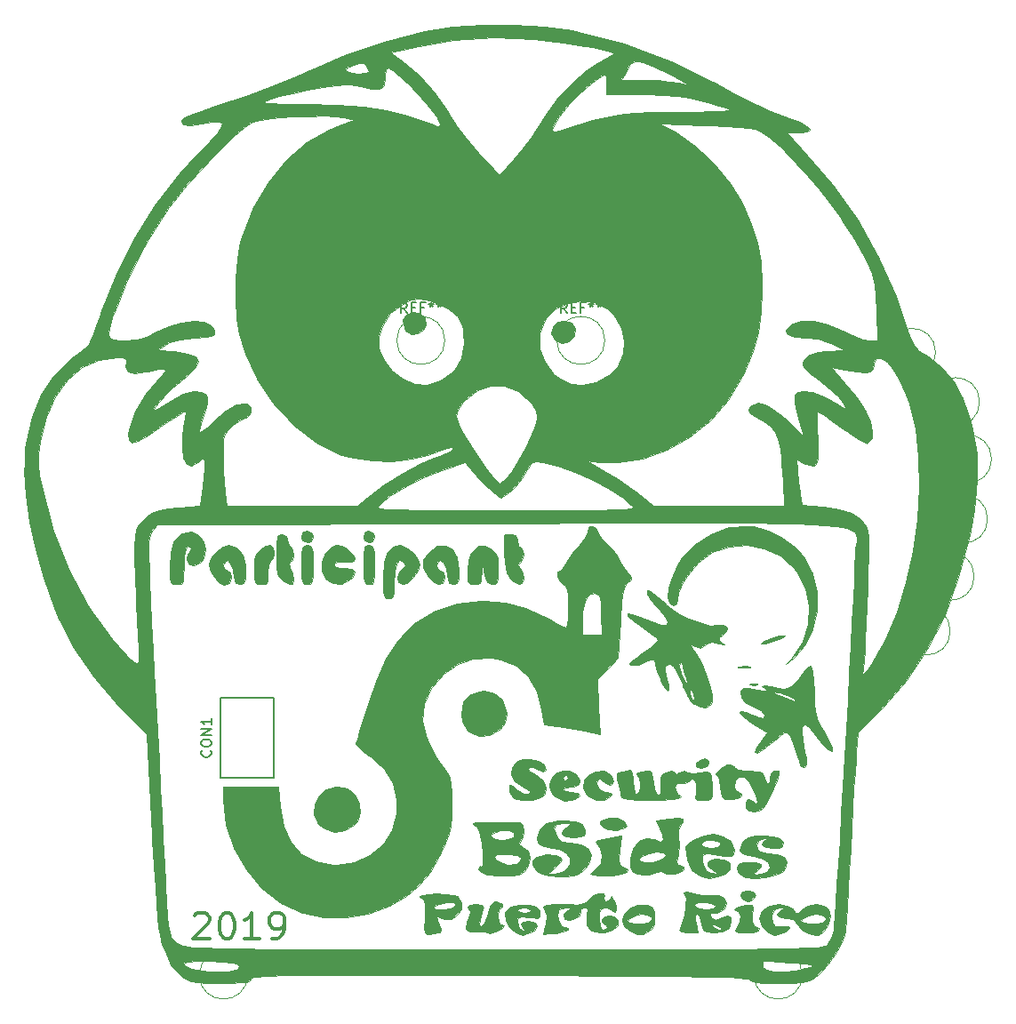
<source format=gbr>
G04 #@! TF.GenerationSoftware,KiCad,Pcbnew,(5.0.2)-1*
G04 #@! TF.CreationDate,2019-02-25T22:43:21-04:00*
G04 #@! TF.ProjectId,MegaBadge,4d656761-4261-4646-9765-2e6b69636164,rev?*
G04 #@! TF.SameCoordinates,Original*
G04 #@! TF.FileFunction,Legend,Top*
G04 #@! TF.FilePolarity,Positive*
%FSLAX46Y46*%
G04 Gerber Fmt 4.6, Leading zero omitted, Abs format (unit mm)*
G04 Created by KiCad (PCBNEW (5.0.2)-1) date 2/25/2019 10:43:21 PM*
%MOMM*%
%LPD*%
G01*
G04 APERTURE LIST*
%ADD10C,0.300000*%
%ADD11C,0.120000*%
%ADD12C,0.010000*%
%ADD13C,0.127000*%
%ADD14C,0.150000*%
G04 APERTURE END LIST*
D10*
X181388285Y-118503047D02*
X181507333Y-118384000D01*
X181745428Y-118264952D01*
X182340666Y-118264952D01*
X182578761Y-118384000D01*
X182697809Y-118503047D01*
X182816857Y-118741142D01*
X182816857Y-118979238D01*
X182697809Y-119336380D01*
X181269238Y-120764952D01*
X182816857Y-120764952D01*
X184364476Y-118264952D02*
X184602571Y-118264952D01*
X184840666Y-118384000D01*
X184959714Y-118503047D01*
X185078761Y-118741142D01*
X185197809Y-119217333D01*
X185197809Y-119812571D01*
X185078761Y-120288761D01*
X184959714Y-120526857D01*
X184840666Y-120645904D01*
X184602571Y-120764952D01*
X184364476Y-120764952D01*
X184126380Y-120645904D01*
X184007333Y-120526857D01*
X183888285Y-120288761D01*
X183769238Y-119812571D01*
X183769238Y-119217333D01*
X183888285Y-118741142D01*
X184007333Y-118503047D01*
X184126380Y-118384000D01*
X184364476Y-118264952D01*
X187578761Y-120764952D02*
X186150190Y-120764952D01*
X186864476Y-120764952D02*
X186864476Y-118264952D01*
X186626380Y-118622095D01*
X186388285Y-118860190D01*
X186150190Y-118979238D01*
X188769238Y-120764952D02*
X189245428Y-120764952D01*
X189483523Y-120645904D01*
X189602571Y-120526857D01*
X189840666Y-120169714D01*
X189959714Y-119693523D01*
X189959714Y-118741142D01*
X189840666Y-118503047D01*
X189721619Y-118384000D01*
X189483523Y-118264952D01*
X189007333Y-118264952D01*
X188769238Y-118384000D01*
X188650190Y-118503047D01*
X188531142Y-118741142D01*
X188531142Y-119336380D01*
X188650190Y-119574476D01*
X188769238Y-119693523D01*
X189007333Y-119812571D01*
X189483523Y-119812571D01*
X189721619Y-119693523D01*
X189840666Y-119574476D01*
X189959714Y-119336380D01*
D11*
G04 #@! TO.C,REF\002A\002A*
X253365000Y-91440000D02*
G75*
G03X253365000Y-91440000I-2286000J0D01*
G01*
X255651000Y-86233000D02*
G75*
G03X255651000Y-86233000I-2286000J0D01*
G01*
X256921000Y-80772000D02*
G75*
G03X256921000Y-80772000I-2286000J0D01*
G01*
X257302000Y-75057000D02*
G75*
G03X257302000Y-75057000I-2286000J0D01*
G01*
X256159000Y-69596000D02*
G75*
G03X256159000Y-69596000I-2286000J0D01*
G01*
X251968000Y-64897000D02*
G75*
G03X251968000Y-64897000I-2286000J0D01*
G01*
X220472000Y-63754000D02*
G75*
G03X220472000Y-63754000I-2286000J0D01*
G01*
X239268000Y-124206000D02*
G75*
G03X239268000Y-124206000I-2286000J0D01*
G01*
X186436000Y-124206000D02*
G75*
G03X186436000Y-124206000I-2286000J0D01*
G01*
D12*
G04 #@! TO.C,G\002A\002A\002A*
G36*
X217323933Y-62070460D02*
X217672257Y-62596223D01*
X217571070Y-63328651D01*
X217562620Y-63347496D01*
X217075496Y-63868969D01*
X216396822Y-64010273D01*
X215746268Y-63731360D01*
X215699474Y-63687157D01*
X215387488Y-63079388D01*
X215507270Y-62469364D01*
X215980394Y-62014976D01*
X216602525Y-61869052D01*
X217323933Y-62070460D01*
X217323933Y-62070460D01*
G37*
X217323933Y-62070460D02*
X217672257Y-62596223D01*
X217571070Y-63328651D01*
X217562620Y-63347496D01*
X217075496Y-63868969D01*
X216396822Y-64010273D01*
X215746268Y-63731360D01*
X215699474Y-63687157D01*
X215387488Y-63079388D01*
X215507270Y-62469364D01*
X215980394Y-62014976D01*
X216602525Y-61869052D01*
X217323933Y-62070460D01*
G36*
X202757775Y-61133824D02*
X203275123Y-61490092D01*
X203350599Y-61608310D01*
X203453023Y-62237060D01*
X203169446Y-62769554D01*
X202648604Y-63109084D01*
X202039235Y-63158943D01*
X201490074Y-62822425D01*
X201487687Y-62819558D01*
X201265338Y-62257218D01*
X201254423Y-61816927D01*
X201547313Y-61317157D01*
X202115134Y-61082818D01*
X202757775Y-61133824D01*
X202757775Y-61133824D01*
G37*
X202757775Y-61133824D02*
X203275123Y-61490092D01*
X203350599Y-61608310D01*
X203453023Y-62237060D01*
X203169446Y-62769554D01*
X202648604Y-63109084D01*
X202039235Y-63158943D01*
X201490074Y-62822425D01*
X201487687Y-62819558D01*
X201265338Y-62257218D01*
X201254423Y-61816927D01*
X201547313Y-61317157D01*
X202115134Y-61082818D01*
X202757775Y-61133824D01*
G36*
X198446539Y-82110742D02*
X198534421Y-82456421D01*
X198345363Y-82903275D01*
X197999684Y-82991157D01*
X197552829Y-82802099D01*
X197464947Y-82456421D01*
X197654005Y-82009566D01*
X197999684Y-81921684D01*
X198446539Y-82110742D01*
X198446539Y-82110742D01*
G37*
X198446539Y-82110742D02*
X198534421Y-82456421D01*
X198345363Y-82903275D01*
X197999684Y-82991157D01*
X197552829Y-82802099D01*
X197464947Y-82456421D01*
X197654005Y-82009566D01*
X197999684Y-81921684D01*
X198446539Y-82110742D01*
G36*
X192564434Y-82110742D02*
X192652316Y-82456421D01*
X192463258Y-82903275D01*
X192117579Y-82991157D01*
X191670724Y-82802099D01*
X191582842Y-82456421D01*
X191771900Y-82009566D01*
X192117579Y-81921684D01*
X192564434Y-82110742D01*
X192564434Y-82110742D01*
G37*
X192564434Y-82110742D02*
X192652316Y-82456421D01*
X192463258Y-82903275D01*
X192117579Y-82991157D01*
X191670724Y-82802099D01*
X191582842Y-82456421D01*
X191771900Y-82009566D01*
X192117579Y-81921684D01*
X192564434Y-82110742D01*
G36*
X211995555Y-82288730D02*
X212164728Y-82689113D01*
X212170211Y-82857473D01*
X212261734Y-83359941D01*
X212437579Y-83525894D01*
X212650304Y-83737231D01*
X212696495Y-84208171D01*
X212587709Y-84694108D01*
X212370737Y-84940719D01*
X212170604Y-85119254D01*
X212370737Y-85417526D01*
X212632633Y-85912025D01*
X212690527Y-86478749D01*
X212547857Y-86903374D01*
X212345334Y-87001684D01*
X211912754Y-86818316D01*
X211484016Y-86447308D01*
X211157879Y-85872656D01*
X210957960Y-84956235D01*
X210877669Y-84040992D01*
X210830565Y-83070632D01*
X210851893Y-82517105D01*
X210979180Y-82263402D01*
X211249952Y-82192512D01*
X211471618Y-82189052D01*
X211995555Y-82288730D01*
X211995555Y-82288730D01*
G37*
X211995555Y-82288730D02*
X212164728Y-82689113D01*
X212170211Y-82857473D01*
X212261734Y-83359941D01*
X212437579Y-83525894D01*
X212650304Y-83737231D01*
X212696495Y-84208171D01*
X212587709Y-84694108D01*
X212370737Y-84940719D01*
X212170604Y-85119254D01*
X212370737Y-85417526D01*
X212632633Y-85912025D01*
X212690527Y-86478749D01*
X212547857Y-86903374D01*
X212345334Y-87001684D01*
X211912754Y-86818316D01*
X211484016Y-86447308D01*
X211157879Y-85872656D01*
X210957960Y-84956235D01*
X210877669Y-84040992D01*
X210830565Y-83070632D01*
X210851893Y-82517105D01*
X210979180Y-82263402D01*
X211249952Y-82192512D01*
X211471618Y-82189052D01*
X211995555Y-82288730D01*
G36*
X209111432Y-83344091D02*
X209704404Y-83674739D01*
X210061943Y-84022758D01*
X210241793Y-84530231D01*
X210297614Y-85367848D01*
X210298632Y-85564914D01*
X210281469Y-86405417D01*
X210194767Y-86833356D01*
X209985709Y-86970643D01*
X209697053Y-86953437D01*
X209300076Y-86798866D01*
X209070108Y-86383684D01*
X208935105Y-85664842D01*
X208774735Y-84461684D01*
X208734578Y-85731684D01*
X208684179Y-86500905D01*
X208545105Y-86875179D01*
X208239420Y-86994191D01*
X208026000Y-87001684D01*
X207629299Y-86958341D01*
X207431394Y-86737145D01*
X207363911Y-86201348D01*
X207357579Y-85664842D01*
X207441537Y-84653909D01*
X207725416Y-83987649D01*
X207892316Y-83793263D01*
X208511113Y-83338932D01*
X209111432Y-83344091D01*
X209111432Y-83344091D01*
G37*
X209111432Y-83344091D02*
X209704404Y-83674739D01*
X210061943Y-84022758D01*
X210241793Y-84530231D01*
X210297614Y-85367848D01*
X210298632Y-85564914D01*
X210281469Y-86405417D01*
X210194767Y-86833356D01*
X209985709Y-86970643D01*
X209697053Y-86953437D01*
X209300076Y-86798866D01*
X209070108Y-86383684D01*
X208935105Y-85664842D01*
X208774735Y-84461684D01*
X208734578Y-85731684D01*
X208684179Y-86500905D01*
X208545105Y-86875179D01*
X208239420Y-86994191D01*
X208026000Y-87001684D01*
X207629299Y-86958341D01*
X207431394Y-86737145D01*
X207363911Y-86201348D01*
X207357579Y-85664842D01*
X207441537Y-84653909D01*
X207725416Y-83987649D01*
X207892316Y-83793263D01*
X208511113Y-83338932D01*
X209111432Y-83344091D01*
G36*
X205940885Y-83683493D02*
X206381633Y-84466202D01*
X206555107Y-85604231D01*
X206555474Y-85664842D01*
X206527320Y-86466685D01*
X206407822Y-86866595D01*
X206144421Y-86995963D01*
X206020737Y-87001684D01*
X205647020Y-86892476D01*
X205500371Y-86470472D01*
X205486000Y-86098632D01*
X205377751Y-85411408D01*
X205114140Y-84896610D01*
X204786870Y-84689984D01*
X204592452Y-84775933D01*
X204414462Y-85203148D01*
X204570743Y-85575830D01*
X204817579Y-85664842D01*
X205140136Y-85897266D01*
X205218632Y-86333263D01*
X205055645Y-86860953D01*
X204640723Y-86998511D01*
X204084920Y-86748464D01*
X203633827Y-86297206D01*
X203158760Y-85446710D01*
X203191305Y-84683530D01*
X203735420Y-83915326D01*
X203735952Y-83914794D01*
X204545947Y-83363040D01*
X205304957Y-83300856D01*
X205940885Y-83683493D01*
X205940885Y-83683493D01*
G37*
X205940885Y-83683493D02*
X206381633Y-84466202D01*
X206555107Y-85604231D01*
X206555474Y-85664842D01*
X206527320Y-86466685D01*
X206407822Y-86866595D01*
X206144421Y-86995963D01*
X206020737Y-87001684D01*
X205647020Y-86892476D01*
X205500371Y-86470472D01*
X205486000Y-86098632D01*
X205377751Y-85411408D01*
X205114140Y-84896610D01*
X204786870Y-84689984D01*
X204592452Y-84775933D01*
X204414462Y-85203148D01*
X204570743Y-85575830D01*
X204817579Y-85664842D01*
X205140136Y-85897266D01*
X205218632Y-86333263D01*
X205055645Y-86860953D01*
X204640723Y-86998511D01*
X204084920Y-86748464D01*
X203633827Y-86297206D01*
X203158760Y-85446710D01*
X203191305Y-84683530D01*
X203735420Y-83915326D01*
X203735952Y-83914794D01*
X204545947Y-83363040D01*
X205304957Y-83300856D01*
X205940885Y-83683493D01*
G36*
X198280705Y-83309019D02*
X198441698Y-83536726D01*
X198515331Y-84055982D01*
X198534272Y-84981128D01*
X198534421Y-85130105D01*
X198519994Y-86113677D01*
X198454935Y-86677152D01*
X198306576Y-86934867D01*
X198042249Y-87001162D01*
X197999684Y-87001684D01*
X197718664Y-86951190D01*
X197557671Y-86723484D01*
X197484038Y-86204227D01*
X197465097Y-85279082D01*
X197464947Y-85130105D01*
X197479374Y-84146533D01*
X197544433Y-83583058D01*
X197692792Y-83325342D01*
X197957119Y-83259048D01*
X197999684Y-83258526D01*
X198280705Y-83309019D01*
X198280705Y-83309019D01*
G37*
X198280705Y-83309019D02*
X198441698Y-83536726D01*
X198515331Y-84055982D01*
X198534272Y-84981128D01*
X198534421Y-85130105D01*
X198519994Y-86113677D01*
X198454935Y-86677152D01*
X198306576Y-86934867D01*
X198042249Y-87001162D01*
X197999684Y-87001684D01*
X197718664Y-86951190D01*
X197557671Y-86723484D01*
X197484038Y-86204227D01*
X197465097Y-85279082D01*
X197464947Y-85130105D01*
X197479374Y-84146533D01*
X197544433Y-83583058D01*
X197692792Y-83325342D01*
X197957119Y-83259048D01*
X197999684Y-83258526D01*
X198280705Y-83309019D01*
G36*
X195381034Y-83329187D02*
X195792003Y-83535085D01*
X196342329Y-83972039D01*
X196618271Y-84427698D01*
X196599426Y-84736015D01*
X196294328Y-84845570D01*
X195684373Y-84819560D01*
X194981799Y-84813229D01*
X194686466Y-84982151D01*
X194657579Y-85130105D01*
X194803752Y-85394599D01*
X195313085Y-85464230D01*
X195660211Y-85443406D01*
X196404766Y-85490120D01*
X196677952Y-85775349D01*
X196462178Y-86260884D01*
X196173895Y-86559192D01*
X195404320Y-86946152D01*
X194561043Y-86914251D01*
X193879209Y-86493174D01*
X193505058Y-85731076D01*
X193494647Y-84835482D01*
X193816707Y-84014699D01*
X194323369Y-83534294D01*
X194906173Y-83275427D01*
X195381034Y-83329187D01*
X195381034Y-83329187D01*
G37*
X195381034Y-83329187D02*
X195792003Y-83535085D01*
X196342329Y-83972039D01*
X196618271Y-84427698D01*
X196599426Y-84736015D01*
X196294328Y-84845570D01*
X195684373Y-84819560D01*
X194981799Y-84813229D01*
X194686466Y-84982151D01*
X194657579Y-85130105D01*
X194803752Y-85394599D01*
X195313085Y-85464230D01*
X195660211Y-85443406D01*
X196404766Y-85490120D01*
X196677952Y-85775349D01*
X196462178Y-86260884D01*
X196173895Y-86559192D01*
X195404320Y-86946152D01*
X194561043Y-86914251D01*
X193879209Y-86493174D01*
X193505058Y-85731076D01*
X193494647Y-84835482D01*
X193816707Y-84014699D01*
X194323369Y-83534294D01*
X194906173Y-83275427D01*
X195381034Y-83329187D01*
G36*
X192398600Y-83309019D02*
X192559592Y-83536726D01*
X192633225Y-84055982D01*
X192652167Y-84981128D01*
X192652316Y-85130105D01*
X192637889Y-86113677D01*
X192572830Y-86677152D01*
X192424471Y-86934867D01*
X192160144Y-87001162D01*
X192117579Y-87001684D01*
X191836558Y-86951190D01*
X191675566Y-86723484D01*
X191601933Y-86204227D01*
X191582991Y-85279082D01*
X191582842Y-85130105D01*
X191597269Y-84146533D01*
X191662328Y-83583058D01*
X191810687Y-83325342D01*
X192075014Y-83259048D01*
X192117579Y-83258526D01*
X192398600Y-83309019D01*
X192398600Y-83309019D01*
G37*
X192398600Y-83309019D02*
X192559592Y-83536726D01*
X192633225Y-84055982D01*
X192652167Y-84981128D01*
X192652316Y-85130105D01*
X192637889Y-86113677D01*
X192572830Y-86677152D01*
X192424471Y-86934867D01*
X192160144Y-87001162D01*
X192117579Y-87001684D01*
X191836558Y-86951190D01*
X191675566Y-86723484D01*
X191601933Y-86204227D01*
X191582991Y-85279082D01*
X191582842Y-85130105D01*
X191597269Y-84146533D01*
X191662328Y-83583058D01*
X191810687Y-83325342D01*
X192075014Y-83259048D01*
X192117579Y-83258526D01*
X192398600Y-83309019D01*
G36*
X190160120Y-82379947D02*
X190246000Y-82708010D01*
X190368773Y-83219846D01*
X190513369Y-83392210D01*
X190717000Y-83735515D01*
X190773410Y-84257832D01*
X190684175Y-84712776D01*
X190503961Y-84862736D01*
X190363751Y-85026404D01*
X190503961Y-85379896D01*
X190713309Y-85972866D01*
X190773273Y-86564547D01*
X190675150Y-86950023D01*
X190572860Y-87001684D01*
X190219274Y-86862466D01*
X189770754Y-86585470D01*
X189460593Y-86306016D01*
X189281024Y-85917095D01*
X189197775Y-85279926D01*
X189176574Y-84255725D01*
X189176526Y-84179154D01*
X189189342Y-83158552D01*
X189247707Y-82561258D01*
X189381501Y-82276071D01*
X189620603Y-82191792D01*
X189711263Y-82189052D01*
X190160120Y-82379947D01*
X190160120Y-82379947D01*
G37*
X190160120Y-82379947D02*
X190246000Y-82708010D01*
X190368773Y-83219846D01*
X190513369Y-83392210D01*
X190717000Y-83735515D01*
X190773410Y-84257832D01*
X190684175Y-84712776D01*
X190503961Y-84862736D01*
X190363751Y-85026404D01*
X190503961Y-85379896D01*
X190713309Y-85972866D01*
X190773273Y-86564547D01*
X190675150Y-86950023D01*
X190572860Y-87001684D01*
X190219274Y-86862466D01*
X189770754Y-86585470D01*
X189460593Y-86306016D01*
X189281024Y-85917095D01*
X189197775Y-85279926D01*
X189176574Y-84255725D01*
X189176526Y-84179154D01*
X189189342Y-83158552D01*
X189247707Y-82561258D01*
X189381501Y-82276071D01*
X189620603Y-82191792D01*
X189711263Y-82189052D01*
X190160120Y-82379947D01*
G36*
X188812950Y-83475273D02*
X188903472Y-83961663D01*
X188826764Y-84471921D01*
X188641790Y-84729052D01*
X188470888Y-85079612D01*
X188379306Y-85744572D01*
X188374421Y-85947989D01*
X188336644Y-86630553D01*
X188159381Y-86931332D01*
X187746734Y-87001502D01*
X187706000Y-87001684D01*
X187321689Y-86962979D01*
X187122478Y-86759204D01*
X187047975Y-86258867D01*
X187037579Y-85546318D01*
X187078274Y-84636459D01*
X187236792Y-84085462D01*
X187567784Y-83721200D01*
X187631807Y-83674739D01*
X188197986Y-83360779D01*
X188567596Y-83258526D01*
X188812950Y-83475273D01*
X188812950Y-83475273D01*
G37*
X188812950Y-83475273D02*
X188903472Y-83961663D01*
X188826764Y-84471921D01*
X188641790Y-84729052D01*
X188470888Y-85079612D01*
X188379306Y-85744572D01*
X188374421Y-85947989D01*
X188336644Y-86630553D01*
X188159381Y-86931332D01*
X187746734Y-87001502D01*
X187706000Y-87001684D01*
X187321689Y-86962979D01*
X187122478Y-86759204D01*
X187047975Y-86258867D01*
X187037579Y-85546318D01*
X187078274Y-84636459D01*
X187236792Y-84085462D01*
X187567784Y-83721200D01*
X187631807Y-83674739D01*
X188197986Y-83360779D01*
X188567596Y-83258526D01*
X188812950Y-83475273D01*
G36*
X185400471Y-83497376D02*
X185946558Y-84171850D01*
X186214973Y-85218827D01*
X186235474Y-85664842D01*
X186207320Y-86466685D01*
X186087822Y-86866595D01*
X185824421Y-86995963D01*
X185700737Y-87001684D01*
X185285339Y-86849596D01*
X185166001Y-86318053D01*
X185166000Y-86315685D01*
X185067572Y-85606007D01*
X184826305Y-85022037D01*
X184523223Y-84720591D01*
X184350480Y-84737343D01*
X184109190Y-85100608D01*
X184185829Y-85498809D01*
X184497579Y-85664842D01*
X184820136Y-85897266D01*
X184898632Y-86333263D01*
X184709520Y-86863474D01*
X184229353Y-87015716D01*
X183668658Y-86797063D01*
X183238403Y-86304018D01*
X182885138Y-85584468D01*
X182759684Y-85001845D01*
X182973973Y-84448581D01*
X183492441Y-83857931D01*
X184128496Y-83404838D01*
X184619110Y-83258526D01*
X185400471Y-83497376D01*
X185400471Y-83497376D01*
G37*
X185400471Y-83497376D02*
X185946558Y-84171850D01*
X186214973Y-85218827D01*
X186235474Y-85664842D01*
X186207320Y-86466685D01*
X186087822Y-86866595D01*
X185824421Y-86995963D01*
X185700737Y-87001684D01*
X185285339Y-86849596D01*
X185166001Y-86318053D01*
X185166000Y-86315685D01*
X185067572Y-85606007D01*
X184826305Y-85022037D01*
X184523223Y-84720591D01*
X184350480Y-84737343D01*
X184109190Y-85100608D01*
X184185829Y-85498809D01*
X184497579Y-85664842D01*
X184820136Y-85897266D01*
X184898632Y-86333263D01*
X184709520Y-86863474D01*
X184229353Y-87015716D01*
X183668658Y-86797063D01*
X183238403Y-86304018D01*
X182885138Y-85584468D01*
X182759684Y-85001845D01*
X182973973Y-84448581D01*
X183492441Y-83857931D01*
X184128496Y-83404838D01*
X184619110Y-83258526D01*
X185400471Y-83497376D01*
G36*
X181771888Y-82271717D02*
X182268720Y-82865550D01*
X182450629Y-83667516D01*
X182264613Y-84481400D01*
X181870010Y-84948692D01*
X181346966Y-85151297D01*
X180873388Y-85075173D01*
X180627185Y-84706279D01*
X180620737Y-84611147D01*
X180745623Y-84097869D01*
X180892467Y-83924251D01*
X181044962Y-83601098D01*
X181007676Y-83503058D01*
X180745288Y-83304519D01*
X180535538Y-83585606D01*
X180398356Y-84292208D01*
X180353369Y-85279568D01*
X180341392Y-86208541D01*
X180274065Y-86724185D01*
X180104287Y-86947846D01*
X179784961Y-87000867D01*
X179684947Y-87001684D01*
X179312964Y-86967214D01*
X179113013Y-86779657D01*
X179031924Y-86312793D01*
X179016529Y-85440401D01*
X179016526Y-85414879D01*
X179099919Y-83988105D01*
X179368610Y-82996474D01*
X179850372Y-82364120D01*
X180214316Y-82142849D01*
X181055348Y-81994616D01*
X181771888Y-82271717D01*
X181771888Y-82271717D01*
G37*
X181771888Y-82271717D02*
X182268720Y-82865550D01*
X182450629Y-83667516D01*
X182264613Y-84481400D01*
X181870010Y-84948692D01*
X181346966Y-85151297D01*
X180873388Y-85075173D01*
X180627185Y-84706279D01*
X180620737Y-84611147D01*
X180745623Y-84097869D01*
X180892467Y-83924251D01*
X181044962Y-83601098D01*
X181007676Y-83503058D01*
X180745288Y-83304519D01*
X180535538Y-83585606D01*
X180398356Y-84292208D01*
X180353369Y-85279568D01*
X180341392Y-86208541D01*
X180274065Y-86724185D01*
X180104287Y-86947846D01*
X179784961Y-87000867D01*
X179684947Y-87001684D01*
X179312964Y-86967214D01*
X179113013Y-86779657D01*
X179031924Y-86312793D01*
X179016529Y-85440401D01*
X179016526Y-85414879D01*
X179099919Y-83988105D01*
X179368610Y-82996474D01*
X179850372Y-82364120D01*
X180214316Y-82142849D01*
X181055348Y-81994616D01*
X181771888Y-82271717D01*
G36*
X201573534Y-83471324D02*
X202211911Y-83988120D01*
X202682019Y-84626518D01*
X202812316Y-85081895D01*
X202624353Y-85727897D01*
X202166512Y-86386112D01*
X201597861Y-86868455D01*
X201188700Y-87001684D01*
X200786692Y-86806510D01*
X200674205Y-86347095D01*
X200857261Y-85812600D01*
X201141263Y-85511790D01*
X201448917Y-85179955D01*
X201302097Y-84855979D01*
X201263814Y-84816129D01*
X200889326Y-84648193D01*
X200616176Y-84985017D01*
X200453838Y-85804569D01*
X200410094Y-86801157D01*
X200386396Y-87674464D01*
X200292195Y-88138126D01*
X200083884Y-88316559D01*
X199871263Y-88338526D01*
X199597859Y-88291164D01*
X199437442Y-88075203D01*
X199360460Y-87579827D01*
X199337365Y-86694223D01*
X199336526Y-86333263D01*
X199433493Y-84906322D01*
X199737361Y-83943190D01*
X200267576Y-83406869D01*
X200952890Y-83258526D01*
X201573534Y-83471324D01*
X201573534Y-83471324D01*
G37*
X201573534Y-83471324D02*
X202211911Y-83988120D01*
X202682019Y-84626518D01*
X202812316Y-85081895D01*
X202624353Y-85727897D01*
X202166512Y-86386112D01*
X201597861Y-86868455D01*
X201188700Y-87001684D01*
X200786692Y-86806510D01*
X200674205Y-86347095D01*
X200857261Y-85812600D01*
X201141263Y-85511790D01*
X201448917Y-85179955D01*
X201302097Y-84855979D01*
X201263814Y-84816129D01*
X200889326Y-84648193D01*
X200616176Y-84985017D01*
X200453838Y-85804569D01*
X200410094Y-86801157D01*
X200386396Y-87674464D01*
X200292195Y-88138126D01*
X200083884Y-88316559D01*
X199871263Y-88338526D01*
X199597859Y-88291164D01*
X199437442Y-88075203D01*
X199360460Y-87579827D01*
X199337365Y-86694223D01*
X199336526Y-86333263D01*
X199433493Y-84906322D01*
X199737361Y-83943190D01*
X200267576Y-83406869D01*
X200952890Y-83258526D01*
X201573534Y-83471324D01*
G36*
X237596745Y-91867722D02*
X237532558Y-91991303D01*
X237064547Y-92209582D01*
X236524209Y-92399615D01*
X235801742Y-92601223D01*
X235365595Y-92664771D01*
X235300571Y-92611579D01*
X235656471Y-92366349D01*
X236303808Y-92107498D01*
X237006905Y-91911374D01*
X237530086Y-91854325D01*
X237596745Y-91867722D01*
X237596745Y-91867722D01*
G37*
X237596745Y-91867722D02*
X237532558Y-91991303D01*
X237064547Y-92209582D01*
X236524209Y-92399615D01*
X235801742Y-92601223D01*
X235365595Y-92664771D01*
X235300571Y-92611579D01*
X235656471Y-92366349D01*
X236303808Y-92107498D01*
X237006905Y-91911374D01*
X237530086Y-91854325D01*
X237596745Y-91867722D01*
G36*
X234664630Y-81491928D02*
X236012546Y-81881652D01*
X237407802Y-82592505D01*
X238645153Y-83501976D01*
X239407281Y-84322792D01*
X240272859Y-85937546D01*
X240699925Y-87705058D01*
X240699036Y-89517484D01*
X240280748Y-91266981D01*
X239455617Y-92845704D01*
X238464601Y-93953263D01*
X237703895Y-94621684D01*
X238288879Y-93953263D01*
X239280795Y-92449799D01*
X239828755Y-90781433D01*
X239930535Y-89052640D01*
X239583911Y-87367895D01*
X238786657Y-85831675D01*
X238470383Y-85428328D01*
X237158481Y-84277036D01*
X235621632Y-83548945D01*
X233963048Y-83249530D01*
X232285942Y-83384267D01*
X230693528Y-83958633D01*
X229325202Y-84943129D01*
X228549311Y-85834213D01*
X227909161Y-86837483D01*
X227502890Y-87780292D01*
X227410211Y-88312095D01*
X227277335Y-88865305D01*
X226952853Y-89001478D01*
X226633920Y-88770683D01*
X226476869Y-88219817D01*
X226555098Y-87361423D01*
X226829831Y-86347148D01*
X227262296Y-85328634D01*
X227697803Y-84609880D01*
X229005466Y-83210365D01*
X230583405Y-82183196D01*
X232325719Y-81575772D01*
X234126502Y-81435487D01*
X234664630Y-81491928D01*
X234664630Y-81491928D01*
G37*
X234664630Y-81491928D02*
X236012546Y-81881652D01*
X237407802Y-82592505D01*
X238645153Y-83501976D01*
X239407281Y-84322792D01*
X240272859Y-85937546D01*
X240699925Y-87705058D01*
X240699036Y-89517484D01*
X240280748Y-91266981D01*
X239455617Y-92845704D01*
X238464601Y-93953263D01*
X237703895Y-94621684D01*
X238288879Y-93953263D01*
X239280795Y-92449799D01*
X239828755Y-90781433D01*
X239930535Y-89052640D01*
X239583911Y-87367895D01*
X238786657Y-85831675D01*
X238470383Y-85428328D01*
X237158481Y-84277036D01*
X235621632Y-83548945D01*
X233963048Y-83249530D01*
X232285942Y-83384267D01*
X230693528Y-83958633D01*
X229325202Y-84943129D01*
X228549311Y-85834213D01*
X227909161Y-86837483D01*
X227502890Y-87780292D01*
X227410211Y-88312095D01*
X227277335Y-88865305D01*
X226952853Y-89001478D01*
X226633920Y-88770683D01*
X226476869Y-88219817D01*
X226555098Y-87361423D01*
X226829831Y-86347148D01*
X227262296Y-85328634D01*
X227697803Y-84609880D01*
X229005466Y-83210365D01*
X230583405Y-82183196D01*
X232325719Y-81575772D01*
X234126502Y-81435487D01*
X234664630Y-81491928D01*
G36*
X234298065Y-94839033D02*
X234360565Y-94911305D01*
X233976608Y-94951857D01*
X233693369Y-94955310D01*
X233175587Y-94928986D01*
X233097032Y-94868599D01*
X233228591Y-94833637D01*
X233925255Y-94790590D01*
X234298065Y-94839033D01*
X234298065Y-94839033D01*
G37*
X234298065Y-94839033D02*
X234360565Y-94911305D01*
X233976608Y-94951857D01*
X233693369Y-94955310D01*
X233175587Y-94928986D01*
X233097032Y-94868599D01*
X233228591Y-94833637D01*
X233925255Y-94790590D01*
X234298065Y-94839033D01*
G36*
X234963369Y-96449874D02*
X234996956Y-96547461D01*
X234629158Y-96584731D01*
X234249594Y-96542714D01*
X234294947Y-96449874D01*
X234842343Y-96414560D01*
X234963369Y-96449874D01*
X234963369Y-96449874D01*
G37*
X234963369Y-96449874D02*
X234996956Y-96547461D01*
X234629158Y-96584731D01*
X234249594Y-96542714D01*
X234294947Y-96449874D01*
X234842343Y-96414560D01*
X234963369Y-96449874D01*
G36*
X224885626Y-87699668D02*
X225436848Y-88131501D01*
X226167667Y-88745056D01*
X226311961Y-88869970D01*
X227316406Y-89649540D01*
X228230955Y-90188335D01*
X228764009Y-90378118D01*
X229482363Y-90567150D01*
X229984486Y-90790197D01*
X230006101Y-90806113D01*
X230481930Y-90935362D01*
X231116964Y-90886522D01*
X231802855Y-90861739D01*
X232139553Y-91089182D01*
X232057786Y-91469771D01*
X231730334Y-91763816D01*
X231335231Y-92072095D01*
X231370241Y-92306165D01*
X231617855Y-92519170D01*
X231880684Y-92749224D01*
X231741253Y-92753823D01*
X231316502Y-92610381D01*
X230659486Y-92471835D01*
X230175479Y-92673205D01*
X230068744Y-92763816D01*
X229570581Y-93045725D01*
X229039291Y-92897099D01*
X228719575Y-92747950D01*
X228681056Y-92842610D01*
X228934782Y-93261093D01*
X229129487Y-93550211D01*
X229634251Y-94437636D01*
X230083262Y-95479614D01*
X230434955Y-96539116D01*
X230647765Y-97479113D01*
X230680126Y-98162578D01*
X230597610Y-98390171D01*
X230065457Y-98738364D01*
X229530560Y-98643179D01*
X229437754Y-98565368D01*
X229003019Y-98370087D01*
X228927459Y-98364842D01*
X228685676Y-98134541D01*
X228328228Y-97525338D01*
X228230911Y-97316352D01*
X228529818Y-97316352D01*
X228613369Y-97696421D01*
X228803175Y-98091345D01*
X228929562Y-98137771D01*
X228964288Y-97809121D01*
X228880737Y-97429052D01*
X228690930Y-97034128D01*
X228564544Y-96987701D01*
X228529818Y-97316352D01*
X228230911Y-97316352D01*
X227925166Y-96659780D01*
X227852160Y-96483714D01*
X227396094Y-95454900D01*
X227027526Y-94861212D01*
X227572666Y-94861212D01*
X227820790Y-95672718D01*
X228107558Y-96270734D01*
X228321641Y-96561562D01*
X228365172Y-96563213D01*
X228350701Y-96263838D01*
X228162732Y-95673267D01*
X228092743Y-95498801D01*
X227867464Y-94850856D01*
X227804516Y-94430681D01*
X227819637Y-94386047D01*
X227777881Y-94356963D01*
X227669215Y-94438434D01*
X227572666Y-94861212D01*
X227027526Y-94861212D01*
X227026966Y-94860310D01*
X226689241Y-94618756D01*
X226565394Y-94602586D01*
X226192051Y-94714413D01*
X226175584Y-95140122D01*
X226192448Y-95213714D01*
X226379148Y-95982332D01*
X226503406Y-96493263D01*
X226564824Y-97031221D01*
X226427216Y-97152506D01*
X226163321Y-96900970D01*
X225845880Y-96320467D01*
X225727309Y-96025368D01*
X225450301Y-95223229D01*
X225257024Y-94572385D01*
X225223091Y-94422656D01*
X225119268Y-94129124D01*
X224862484Y-94124076D01*
X224349301Y-94367463D01*
X223631736Y-94633484D01*
X223012828Y-94695937D01*
X223012459Y-94695881D01*
X222806282Y-94595021D01*
X222938392Y-94365444D01*
X223455898Y-93953841D01*
X224001263Y-93576905D01*
X224767512Y-93029261D01*
X225318326Y-92576092D01*
X225538340Y-92312626D01*
X225538632Y-92307877D01*
X225329961Y-92055204D01*
X224784505Y-91622327D01*
X224068105Y-91134357D01*
X223113142Y-90469520D01*
X222634141Y-90018332D01*
X222611389Y-89793815D01*
X223025174Y-89808994D01*
X223855783Y-90076891D01*
X224953399Y-90549480D01*
X225853681Y-90885450D01*
X226347861Y-90882335D01*
X226425509Y-90560752D01*
X226076195Y-89941320D01*
X225567145Y-89336217D01*
X224873500Y-88510320D01*
X224505287Y-87906434D01*
X224491147Y-87579210D01*
X224623952Y-87536421D01*
X224885626Y-87699668D01*
X224885626Y-87699668D01*
G37*
X224885626Y-87699668D02*
X225436848Y-88131501D01*
X226167667Y-88745056D01*
X226311961Y-88869970D01*
X227316406Y-89649540D01*
X228230955Y-90188335D01*
X228764009Y-90378118D01*
X229482363Y-90567150D01*
X229984486Y-90790197D01*
X230006101Y-90806113D01*
X230481930Y-90935362D01*
X231116964Y-90886522D01*
X231802855Y-90861739D01*
X232139553Y-91089182D01*
X232057786Y-91469771D01*
X231730334Y-91763816D01*
X231335231Y-92072095D01*
X231370241Y-92306165D01*
X231617855Y-92519170D01*
X231880684Y-92749224D01*
X231741253Y-92753823D01*
X231316502Y-92610381D01*
X230659486Y-92471835D01*
X230175479Y-92673205D01*
X230068744Y-92763816D01*
X229570581Y-93045725D01*
X229039291Y-92897099D01*
X228719575Y-92747950D01*
X228681056Y-92842610D01*
X228934782Y-93261093D01*
X229129487Y-93550211D01*
X229634251Y-94437636D01*
X230083262Y-95479614D01*
X230434955Y-96539116D01*
X230647765Y-97479113D01*
X230680126Y-98162578D01*
X230597610Y-98390171D01*
X230065457Y-98738364D01*
X229530560Y-98643179D01*
X229437754Y-98565368D01*
X229003019Y-98370087D01*
X228927459Y-98364842D01*
X228685676Y-98134541D01*
X228328228Y-97525338D01*
X228230911Y-97316352D01*
X228529818Y-97316352D01*
X228613369Y-97696421D01*
X228803175Y-98091345D01*
X228929562Y-98137771D01*
X228964288Y-97809121D01*
X228880737Y-97429052D01*
X228690930Y-97034128D01*
X228564544Y-96987701D01*
X228529818Y-97316352D01*
X228230911Y-97316352D01*
X227925166Y-96659780D01*
X227852160Y-96483714D01*
X227396094Y-95454900D01*
X227027526Y-94861212D01*
X227572666Y-94861212D01*
X227820790Y-95672718D01*
X228107558Y-96270734D01*
X228321641Y-96561562D01*
X228365172Y-96563213D01*
X228350701Y-96263838D01*
X228162732Y-95673267D01*
X228092743Y-95498801D01*
X227867464Y-94850856D01*
X227804516Y-94430681D01*
X227819637Y-94386047D01*
X227777881Y-94356963D01*
X227669215Y-94438434D01*
X227572666Y-94861212D01*
X227027526Y-94861212D01*
X227026966Y-94860310D01*
X226689241Y-94618756D01*
X226565394Y-94602586D01*
X226192051Y-94714413D01*
X226175584Y-95140122D01*
X226192448Y-95213714D01*
X226379148Y-95982332D01*
X226503406Y-96493263D01*
X226564824Y-97031221D01*
X226427216Y-97152506D01*
X226163321Y-96900970D01*
X225845880Y-96320467D01*
X225727309Y-96025368D01*
X225450301Y-95223229D01*
X225257024Y-94572385D01*
X225223091Y-94422656D01*
X225119268Y-94129124D01*
X224862484Y-94124076D01*
X224349301Y-94367463D01*
X223631736Y-94633484D01*
X223012828Y-94695937D01*
X223012459Y-94695881D01*
X222806282Y-94595021D01*
X222938392Y-94365444D01*
X223455898Y-93953841D01*
X224001263Y-93576905D01*
X224767512Y-93029261D01*
X225318326Y-92576092D01*
X225538340Y-92312626D01*
X225538632Y-92307877D01*
X225329961Y-92055204D01*
X224784505Y-91622327D01*
X224068105Y-91134357D01*
X223113142Y-90469520D01*
X222634141Y-90018332D01*
X222611389Y-89793815D01*
X223025174Y-89808994D01*
X223855783Y-90076891D01*
X224953399Y-90549480D01*
X225853681Y-90885450D01*
X226347861Y-90882335D01*
X226425509Y-90560752D01*
X226076195Y-89941320D01*
X225567145Y-89336217D01*
X224873500Y-88510320D01*
X224505287Y-87906434D01*
X224491147Y-87579210D01*
X224623952Y-87536421D01*
X224885626Y-87699668D01*
G36*
X209978161Y-97384583D02*
X210718741Y-98012851D01*
X211076777Y-98985847D01*
X211100737Y-99365300D01*
X210960192Y-100211472D01*
X210460431Y-100833691D01*
X210396259Y-100885436D01*
X209486250Y-101333405D01*
X208495803Y-101410078D01*
X207619326Y-101114214D01*
X207357579Y-100904842D01*
X206910724Y-100079871D01*
X206822842Y-99300631D01*
X207015479Y-98216082D01*
X207587387Y-97507042D01*
X208529557Y-97182718D01*
X208915183Y-97161684D01*
X209978161Y-97384583D01*
X209978161Y-97384583D01*
G37*
X209978161Y-97384583D02*
X210718741Y-98012851D01*
X211076777Y-98985847D01*
X211100737Y-99365300D01*
X210960192Y-100211472D01*
X210460431Y-100833691D01*
X210396259Y-100885436D01*
X209486250Y-101333405D01*
X208495803Y-101410078D01*
X207619326Y-101114214D01*
X207357579Y-100904842D01*
X206910724Y-100079871D01*
X206822842Y-99300631D01*
X207015479Y-98216082D01*
X207587387Y-97507042D01*
X208529557Y-97182718D01*
X208915183Y-97161684D01*
X209978161Y-97384583D01*
G36*
X240262733Y-95229364D02*
X240361758Y-96227735D01*
X240378521Y-97117839D01*
X240393000Y-98293392D01*
X240464637Y-99110428D01*
X240634046Y-99744911D01*
X240941837Y-100372807D01*
X241246526Y-100878763D01*
X241798321Y-101846458D01*
X242082077Y-102519223D01*
X242093270Y-102855465D01*
X241827377Y-102813589D01*
X241421649Y-102488816D01*
X240814057Y-101808342D01*
X240345309Y-101105368D01*
X239948548Y-100585382D01*
X239534436Y-100370105D01*
X239336083Y-100416889D01*
X239232852Y-100614312D01*
X239226868Y-101047984D01*
X239320255Y-101803511D01*
X239515137Y-102966501D01*
X239612397Y-103511684D01*
X239623145Y-104111936D01*
X239450843Y-104410817D01*
X239175604Y-104307059D01*
X239083609Y-104180105D01*
X238942430Y-103814137D01*
X238739100Y-103144833D01*
X238672246Y-102901844D01*
X238401686Y-102091048D01*
X238095852Y-101441301D01*
X238030695Y-101341957D01*
X237814833Y-101115401D01*
X237560683Y-101104119D01*
X237159815Y-101355321D01*
X236503799Y-101916216D01*
X236307318Y-102092288D01*
X235503665Y-102748849D01*
X234979780Y-103044701D01*
X234769288Y-102983828D01*
X234905815Y-102570215D01*
X235298705Y-101972790D01*
X235950485Y-101089351D01*
X234439497Y-100144222D01*
X233652395Y-99589443D01*
X233301254Y-99212689D01*
X233380889Y-99056041D01*
X233886113Y-99161580D01*
X234527317Y-99431506D01*
X235162386Y-99683862D01*
X235571338Y-99755998D01*
X235619691Y-99736063D01*
X235694128Y-99370597D01*
X235372971Y-98983390D01*
X234773414Y-98704329D01*
X234666678Y-98679819D01*
X233932529Y-98347115D01*
X233478216Y-97785070D01*
X233429893Y-97248587D01*
X236413463Y-97248587D01*
X236759308Y-97422898D01*
X237302842Y-97659110D01*
X238132661Y-98011297D01*
X238548521Y-98164100D01*
X238627266Y-98130393D01*
X238445745Y-97923049D01*
X238359186Y-97836073D01*
X237829791Y-97522933D01*
X237082423Y-97300313D01*
X237031893Y-97291749D01*
X236513457Y-97217252D01*
X236413463Y-97248587D01*
X233429893Y-97248587D01*
X233420719Y-97146738D01*
X233443342Y-97079220D01*
X233669906Y-96841181D01*
X234169413Y-96837521D01*
X234578699Y-96919789D01*
X235474203Y-97105272D01*
X235884258Y-97128693D01*
X235833174Y-96989496D01*
X235698632Y-96894315D01*
X235432999Y-96685401D01*
X235634044Y-96632155D01*
X235700397Y-96631041D01*
X236237602Y-96699241D01*
X236915075Y-96859785D01*
X237612813Y-96950188D01*
X238207750Y-96687080D01*
X238416360Y-96525575D01*
X239007230Y-95933636D01*
X239416878Y-95356947D01*
X239791976Y-94797053D01*
X240073367Y-94753498D01*
X240262733Y-95229364D01*
X240262733Y-95229364D01*
G37*
X240262733Y-95229364D02*
X240361758Y-96227735D01*
X240378521Y-97117839D01*
X240393000Y-98293392D01*
X240464637Y-99110428D01*
X240634046Y-99744911D01*
X240941837Y-100372807D01*
X241246526Y-100878763D01*
X241798321Y-101846458D01*
X242082077Y-102519223D01*
X242093270Y-102855465D01*
X241827377Y-102813589D01*
X241421649Y-102488816D01*
X240814057Y-101808342D01*
X240345309Y-101105368D01*
X239948548Y-100585382D01*
X239534436Y-100370105D01*
X239336083Y-100416889D01*
X239232852Y-100614312D01*
X239226868Y-101047984D01*
X239320255Y-101803511D01*
X239515137Y-102966501D01*
X239612397Y-103511684D01*
X239623145Y-104111936D01*
X239450843Y-104410817D01*
X239175604Y-104307059D01*
X239083609Y-104180105D01*
X238942430Y-103814137D01*
X238739100Y-103144833D01*
X238672246Y-102901844D01*
X238401686Y-102091048D01*
X238095852Y-101441301D01*
X238030695Y-101341957D01*
X237814833Y-101115401D01*
X237560683Y-101104119D01*
X237159815Y-101355321D01*
X236503799Y-101916216D01*
X236307318Y-102092288D01*
X235503665Y-102748849D01*
X234979780Y-103044701D01*
X234769288Y-102983828D01*
X234905815Y-102570215D01*
X235298705Y-101972790D01*
X235950485Y-101089351D01*
X234439497Y-100144222D01*
X233652395Y-99589443D01*
X233301254Y-99212689D01*
X233380889Y-99056041D01*
X233886113Y-99161580D01*
X234527317Y-99431506D01*
X235162386Y-99683862D01*
X235571338Y-99755998D01*
X235619691Y-99736063D01*
X235694128Y-99370597D01*
X235372971Y-98983390D01*
X234773414Y-98704329D01*
X234666678Y-98679819D01*
X233932529Y-98347115D01*
X233478216Y-97785070D01*
X233429893Y-97248587D01*
X236413463Y-97248587D01*
X236759308Y-97422898D01*
X237302842Y-97659110D01*
X238132661Y-98011297D01*
X238548521Y-98164100D01*
X238627266Y-98130393D01*
X238445745Y-97923049D01*
X238359186Y-97836073D01*
X237829791Y-97522933D01*
X237082423Y-97300313D01*
X237031893Y-97291749D01*
X236513457Y-97217252D01*
X236413463Y-97248587D01*
X233429893Y-97248587D01*
X233420719Y-97146738D01*
X233443342Y-97079220D01*
X233669906Y-96841181D01*
X234169413Y-96837521D01*
X234578699Y-96919789D01*
X235474203Y-97105272D01*
X235884258Y-97128693D01*
X235833174Y-96989496D01*
X235698632Y-96894315D01*
X235432999Y-96685401D01*
X235634044Y-96632155D01*
X235700397Y-96631041D01*
X236237602Y-96699241D01*
X236915075Y-96859785D01*
X237612813Y-96950188D01*
X238207750Y-96687080D01*
X238416360Y-96525575D01*
X239007230Y-95933636D01*
X239416878Y-95356947D01*
X239791976Y-94797053D01*
X240073367Y-94753498D01*
X240262733Y-95229364D01*
G36*
X230319287Y-103791368D02*
X230351263Y-103948395D01*
X230135935Y-104294923D01*
X229670421Y-104483538D01*
X229225424Y-104431693D01*
X229114118Y-104325638D01*
X229156617Y-103989733D01*
X229541986Y-103693110D01*
X230017053Y-103582620D01*
X230319287Y-103791368D01*
X230319287Y-103791368D01*
G37*
X230319287Y-103791368D02*
X230351263Y-103948395D01*
X230135935Y-104294923D01*
X229670421Y-104483538D01*
X229225424Y-104431693D01*
X229114118Y-104325638D01*
X229156617Y-103989733D01*
X229541986Y-103693110D01*
X230017053Y-103582620D01*
X230319287Y-103791368D01*
G36*
X223086721Y-104899565D02*
X223131537Y-105485915D01*
X223132316Y-105670510D01*
X223190918Y-106391441D01*
X223336994Y-106857340D01*
X223391846Y-106915787D01*
X223642203Y-106857040D01*
X223805274Y-106460274D01*
X223848108Y-105919438D01*
X223737750Y-105428481D01*
X223664171Y-105312949D01*
X223493824Y-104990940D01*
X223567473Y-104911717D01*
X223992931Y-104844967D01*
X224385632Y-104751212D01*
X224756281Y-104709282D01*
X224945886Y-104927701D01*
X225037825Y-105529398D01*
X225054053Y-105736715D01*
X225191200Y-106516107D01*
X225434166Y-106959997D01*
X225504932Y-107000021D01*
X225738183Y-106953501D01*
X225791649Y-106533182D01*
X225756125Y-106125973D01*
X225727517Y-105442797D01*
X225913638Y-105080799D01*
X226319001Y-104872805D01*
X226893272Y-104751079D01*
X227096440Y-104909846D01*
X227302260Y-105058026D01*
X227569895Y-104893789D01*
X228019629Y-104726197D01*
X228299971Y-104877167D01*
X228910412Y-105037134D01*
X229499524Y-104929603D01*
X230072866Y-104797226D01*
X230396416Y-104884662D01*
X230558322Y-105292721D01*
X230646733Y-106122213D01*
X230656430Y-106252686D01*
X230690076Y-106993187D01*
X230583326Y-107356051D01*
X230240664Y-107496493D01*
X229864051Y-107540307D01*
X229281406Y-107567040D01*
X229076228Y-107393004D01*
X229125099Y-106871943D01*
X229156607Y-106701979D01*
X229179988Y-106026974D01*
X229016654Y-105581925D01*
X228740884Y-105474014D01*
X228477159Y-105721559D01*
X228077951Y-105936805D01*
X227704946Y-105914529D01*
X227260782Y-105911043D01*
X227142842Y-106261462D01*
X227271546Y-106762828D01*
X227410211Y-106920631D01*
X227683316Y-107186242D01*
X227498284Y-107374301D01*
X226834289Y-107489861D01*
X225670504Y-107537977D01*
X224865672Y-107538065D01*
X223612866Y-107521172D01*
X222795153Y-107483242D01*
X222312888Y-107402057D01*
X222066429Y-107255398D01*
X221956133Y-107021044D01*
X221924619Y-106882251D01*
X221761856Y-106091800D01*
X221656696Y-105583789D01*
X221621951Y-105085929D01*
X221723538Y-104911717D01*
X222122343Y-104845622D01*
X222530737Y-104746849D01*
X222913714Y-104695064D01*
X223086721Y-104899565D01*
X223086721Y-104899565D01*
G37*
X223086721Y-104899565D02*
X223131537Y-105485915D01*
X223132316Y-105670510D01*
X223190918Y-106391441D01*
X223336994Y-106857340D01*
X223391846Y-106915787D01*
X223642203Y-106857040D01*
X223805274Y-106460274D01*
X223848108Y-105919438D01*
X223737750Y-105428481D01*
X223664171Y-105312949D01*
X223493824Y-104990940D01*
X223567473Y-104911717D01*
X223992931Y-104844967D01*
X224385632Y-104751212D01*
X224756281Y-104709282D01*
X224945886Y-104927701D01*
X225037825Y-105529398D01*
X225054053Y-105736715D01*
X225191200Y-106516107D01*
X225434166Y-106959997D01*
X225504932Y-107000021D01*
X225738183Y-106953501D01*
X225791649Y-106533182D01*
X225756125Y-106125973D01*
X225727517Y-105442797D01*
X225913638Y-105080799D01*
X226319001Y-104872805D01*
X226893272Y-104751079D01*
X227096440Y-104909846D01*
X227302260Y-105058026D01*
X227569895Y-104893789D01*
X228019629Y-104726197D01*
X228299971Y-104877167D01*
X228910412Y-105037134D01*
X229499524Y-104929603D01*
X230072866Y-104797226D01*
X230396416Y-104884662D01*
X230558322Y-105292721D01*
X230646733Y-106122213D01*
X230656430Y-106252686D01*
X230690076Y-106993187D01*
X230583326Y-107356051D01*
X230240664Y-107496493D01*
X229864051Y-107540307D01*
X229281406Y-107567040D01*
X229076228Y-107393004D01*
X229125099Y-106871943D01*
X229156607Y-106701979D01*
X229179988Y-106026974D01*
X229016654Y-105581925D01*
X228740884Y-105474014D01*
X228477159Y-105721559D01*
X228077951Y-105936805D01*
X227704946Y-105914529D01*
X227260782Y-105911043D01*
X227142842Y-106261462D01*
X227271546Y-106762828D01*
X227410211Y-106920631D01*
X227683316Y-107186242D01*
X227498284Y-107374301D01*
X226834289Y-107489861D01*
X225670504Y-107537977D01*
X224865672Y-107538065D01*
X223612866Y-107521172D01*
X222795153Y-107483242D01*
X222312888Y-107402057D01*
X222066429Y-107255398D01*
X221956133Y-107021044D01*
X221924619Y-106882251D01*
X221761856Y-106091800D01*
X221656696Y-105583789D01*
X221621951Y-105085929D01*
X221723538Y-104911717D01*
X222122343Y-104845622D01*
X222530737Y-104746849D01*
X222913714Y-104695064D01*
X223086721Y-104899565D01*
G36*
X220651579Y-104893721D02*
X221129203Y-105285560D01*
X221255893Y-105759011D01*
X221023663Y-106099803D01*
X220683303Y-106046554D01*
X220456188Y-105848214D01*
X220011686Y-105483761D01*
X219737085Y-105583545D01*
X219704773Y-106051684D01*
X219954917Y-106544808D01*
X220542138Y-106739472D01*
X221041063Y-106846688D01*
X221086601Y-107053950D01*
X220977295Y-107207367D01*
X220400378Y-107533194D01*
X219639240Y-107539476D01*
X218927010Y-107240976D01*
X218730487Y-107065089D01*
X218395837Y-106387407D01*
X218486414Y-105709731D01*
X218904287Y-105142750D01*
X219551527Y-104797153D01*
X220330204Y-104783627D01*
X220651579Y-104893721D01*
X220651579Y-104893721D01*
G37*
X220651579Y-104893721D02*
X221129203Y-105285560D01*
X221255893Y-105759011D01*
X221023663Y-106099803D01*
X220683303Y-106046554D01*
X220456188Y-105848214D01*
X220011686Y-105483761D01*
X219737085Y-105583545D01*
X219704773Y-106051684D01*
X219954917Y-106544808D01*
X220542138Y-106739472D01*
X221041063Y-106846688D01*
X221086601Y-107053950D01*
X220977295Y-107207367D01*
X220400378Y-107533194D01*
X219639240Y-107539476D01*
X218927010Y-107240976D01*
X218730487Y-107065089D01*
X218395837Y-106387407D01*
X218486414Y-105709731D01*
X218904287Y-105142750D01*
X219551527Y-104797153D01*
X220330204Y-104783627D01*
X220651579Y-104893721D01*
G36*
X217159917Y-104773925D02*
X217739528Y-105043418D01*
X218039550Y-105567769D01*
X218052316Y-105726880D01*
X217921964Y-106112520D01*
X217442364Y-106247455D01*
X217250211Y-106252210D01*
X216687026Y-106329655D01*
X216448167Y-106516252D01*
X216448105Y-106519578D01*
X216680440Y-106707307D01*
X217240231Y-106786926D01*
X217250211Y-106786947D01*
X217855976Y-106880246D01*
X218042835Y-107103187D01*
X217760157Y-107370337D01*
X217629396Y-107426762D01*
X216644256Y-107590523D01*
X215838257Y-107295461D01*
X215480553Y-106909679D01*
X215191602Y-106284715D01*
X215279757Y-105700954D01*
X215331612Y-105580213D01*
X215442455Y-105450105D01*
X216448105Y-105450105D01*
X216651566Y-105709704D01*
X216715474Y-105717473D01*
X216975073Y-105514013D01*
X216982842Y-105450105D01*
X216779382Y-105190506D01*
X216715474Y-105182736D01*
X216455875Y-105386197D01*
X216448105Y-105450105D01*
X215442455Y-105450105D01*
X215797154Y-105033762D01*
X216459524Y-104767853D01*
X217159917Y-104773925D01*
X217159917Y-104773925D01*
G37*
X217159917Y-104773925D02*
X217739528Y-105043418D01*
X218039550Y-105567769D01*
X218052316Y-105726880D01*
X217921964Y-106112520D01*
X217442364Y-106247455D01*
X217250211Y-106252210D01*
X216687026Y-106329655D01*
X216448167Y-106516252D01*
X216448105Y-106519578D01*
X216680440Y-106707307D01*
X217240231Y-106786926D01*
X217250211Y-106786947D01*
X217855976Y-106880246D01*
X218042835Y-107103187D01*
X217760157Y-107370337D01*
X217629396Y-107426762D01*
X216644256Y-107590523D01*
X215838257Y-107295461D01*
X215480553Y-106909679D01*
X215191602Y-106284715D01*
X215279757Y-105700954D01*
X215331612Y-105580213D01*
X215442455Y-105450105D01*
X216448105Y-105450105D01*
X216651566Y-105709704D01*
X216715474Y-105717473D01*
X216975073Y-105514013D01*
X216982842Y-105450105D01*
X216779382Y-105190506D01*
X216715474Y-105182736D01*
X216455875Y-105386197D01*
X216448105Y-105450105D01*
X215442455Y-105450105D01*
X215797154Y-105033762D01*
X216459524Y-104767853D01*
X217159917Y-104773925D01*
G36*
X213295029Y-103630764D02*
X214162141Y-103809891D01*
X214667444Y-104157825D01*
X214673524Y-104167281D01*
X214826208Y-104652948D01*
X214624789Y-104855417D01*
X214194779Y-104664022D01*
X213621821Y-104427633D01*
X213322778Y-104428400D01*
X213128122Y-104548705D01*
X213350236Y-104794245D01*
X213844671Y-105109883D01*
X214556067Y-105708927D01*
X214858958Y-106362258D01*
X214729476Y-106960828D01*
X214326735Y-107312277D01*
X213607982Y-107530280D01*
X212756319Y-107574301D01*
X212011498Y-107448345D01*
X211688947Y-107268210D01*
X211415135Y-106740817D01*
X211368105Y-106419499D01*
X211398250Y-106091633D01*
X211567507Y-106106465D01*
X211994116Y-106479757D01*
X212022922Y-106506798D01*
X212706858Y-106946011D01*
X213159238Y-106932684D01*
X213393109Y-106775998D01*
X213247005Y-106570968D01*
X212670671Y-106240757D01*
X211832229Y-105670414D01*
X211505758Y-105066972D01*
X211668811Y-104378928D01*
X211778825Y-104194669D01*
X212159752Y-103771117D01*
X212679962Y-103617317D01*
X213295029Y-103630764D01*
X213295029Y-103630764D01*
G37*
X213295029Y-103630764D02*
X214162141Y-103809891D01*
X214667444Y-104157825D01*
X214673524Y-104167281D01*
X214826208Y-104652948D01*
X214624789Y-104855417D01*
X214194779Y-104664022D01*
X213621821Y-104427633D01*
X213322778Y-104428400D01*
X213128122Y-104548705D01*
X213350236Y-104794245D01*
X213844671Y-105109883D01*
X214556067Y-105708927D01*
X214858958Y-106362258D01*
X214729476Y-106960828D01*
X214326735Y-107312277D01*
X213607982Y-107530280D01*
X212756319Y-107574301D01*
X212011498Y-107448345D01*
X211688947Y-107268210D01*
X211415135Y-106740817D01*
X211368105Y-106419499D01*
X211398250Y-106091633D01*
X211567507Y-106106465D01*
X211994116Y-106479757D01*
X212022922Y-106506798D01*
X212706858Y-106946011D01*
X213159238Y-106932684D01*
X213393109Y-106775998D01*
X213247005Y-106570968D01*
X212670671Y-106240757D01*
X211832229Y-105670414D01*
X211505758Y-105066972D01*
X211668811Y-104378928D01*
X211778825Y-104194669D01*
X212159752Y-103771117D01*
X212679962Y-103617317D01*
X213295029Y-103630764D01*
G36*
X232758664Y-104319893D02*
X232820263Y-104435000D01*
X233142169Y-104638073D01*
X233859825Y-104754108D01*
X234246228Y-104769211D01*
X235046162Y-104806646D01*
X235457145Y-104941414D01*
X235623878Y-105236794D01*
X235650385Y-105383263D01*
X235823011Y-105853484D01*
X236015779Y-105984842D01*
X236185821Y-105773778D01*
X236160414Y-105467372D01*
X236240560Y-104984078D01*
X236618442Y-104710622D01*
X237023056Y-104774009D01*
X237018902Y-105054505D01*
X236819909Y-105656884D01*
X236492525Y-106436477D01*
X236103198Y-107248612D01*
X235718374Y-107948621D01*
X235404503Y-108391831D01*
X235332866Y-108453905D01*
X234724356Y-108647276D01*
X234165540Y-108531700D01*
X233928653Y-108270277D01*
X233880189Y-107770661D01*
X234076776Y-107470046D01*
X234402376Y-107526620D01*
X234445440Y-107565756D01*
X234844206Y-107853169D01*
X234988723Y-107698163D01*
X234863337Y-107136875D01*
X234753897Y-106853789D01*
X234253174Y-105861196D01*
X233766816Y-105362077D01*
X233255516Y-105317866D01*
X233206101Y-105335202D01*
X232870908Y-105665614D01*
X232758717Y-106166220D01*
X232873401Y-106613825D01*
X233180912Y-106786947D01*
X233489765Y-106950001D01*
X233492842Y-107121157D01*
X233177320Y-107346515D01*
X232554152Y-107453897D01*
X232467930Y-107455368D01*
X231892618Y-107421123D01*
X231614620Y-107218877D01*
X231503134Y-106699362D01*
X231472206Y-106319052D01*
X231352157Y-105598104D01*
X231148716Y-105205199D01*
X231071153Y-105173841D01*
X231003792Y-105047142D01*
X231249766Y-104760836D01*
X231665336Y-104432852D01*
X232106762Y-104181118D01*
X232363866Y-104113263D01*
X232758664Y-104319893D01*
X232758664Y-104319893D01*
G37*
X232758664Y-104319893D02*
X232820263Y-104435000D01*
X233142169Y-104638073D01*
X233859825Y-104754108D01*
X234246228Y-104769211D01*
X235046162Y-104806646D01*
X235457145Y-104941414D01*
X235623878Y-105236794D01*
X235650385Y-105383263D01*
X235823011Y-105853484D01*
X236015779Y-105984842D01*
X236185821Y-105773778D01*
X236160414Y-105467372D01*
X236240560Y-104984078D01*
X236618442Y-104710622D01*
X237023056Y-104774009D01*
X237018902Y-105054505D01*
X236819909Y-105656884D01*
X236492525Y-106436477D01*
X236103198Y-107248612D01*
X235718374Y-107948621D01*
X235404503Y-108391831D01*
X235332866Y-108453905D01*
X234724356Y-108647276D01*
X234165540Y-108531700D01*
X233928653Y-108270277D01*
X233880189Y-107770661D01*
X234076776Y-107470046D01*
X234402376Y-107526620D01*
X234445440Y-107565756D01*
X234844206Y-107853169D01*
X234988723Y-107698163D01*
X234863337Y-107136875D01*
X234753897Y-106853789D01*
X234253174Y-105861196D01*
X233766816Y-105362077D01*
X233255516Y-105317866D01*
X233206101Y-105335202D01*
X232870908Y-105665614D01*
X232758717Y-106166220D01*
X232873401Y-106613825D01*
X233180912Y-106786947D01*
X233489765Y-106950001D01*
X233492842Y-107121157D01*
X233177320Y-107346515D01*
X232554152Y-107453897D01*
X232467930Y-107455368D01*
X231892618Y-107421123D01*
X231614620Y-107218877D01*
X231503134Y-106699362D01*
X231472206Y-106319052D01*
X231352157Y-105598104D01*
X231148716Y-105205199D01*
X231071153Y-105173841D01*
X231003792Y-105047142D01*
X231249766Y-104760836D01*
X231665336Y-104432852D01*
X232106762Y-104181118D01*
X232363866Y-104113263D01*
X232758664Y-104319893D01*
G36*
X221682139Y-109257834D02*
X222286220Y-109547515D01*
X222335573Y-109600777D01*
X222560074Y-109969332D01*
X222411354Y-110199124D01*
X221816803Y-110374932D01*
X221642294Y-110410237D01*
X220738716Y-110367631D01*
X220324947Y-110150735D01*
X219973383Y-109814052D01*
X220047649Y-109577044D01*
X220191263Y-109469806D01*
X220896134Y-109226575D01*
X221682139Y-109257834D01*
X221682139Y-109257834D01*
G37*
X221682139Y-109257834D02*
X222286220Y-109547515D01*
X222335573Y-109600777D01*
X222560074Y-109969332D01*
X222411354Y-110199124D01*
X221816803Y-110374932D01*
X221642294Y-110410237D01*
X220738716Y-110367631D01*
X220324947Y-110150735D01*
X219973383Y-109814052D01*
X220047649Y-109577044D01*
X220191263Y-109469806D01*
X220896134Y-109226575D01*
X221682139Y-109257834D01*
G36*
X195943943Y-106472778D02*
X196669315Y-107047850D01*
X197103752Y-107847477D01*
X197191180Y-108741711D01*
X196875527Y-109600603D01*
X196578768Y-109948762D01*
X195714741Y-110445410D01*
X194720230Y-110556450D01*
X193781190Y-110290086D01*
X193185562Y-109799061D01*
X192790768Y-108922686D01*
X192830052Y-107996103D01*
X193235484Y-107153305D01*
X193939132Y-106528286D01*
X194873066Y-106255040D01*
X194983707Y-106252210D01*
X195943943Y-106472778D01*
X195943943Y-106472778D01*
G37*
X195943943Y-106472778D02*
X196669315Y-107047850D01*
X197103752Y-107847477D01*
X197191180Y-108741711D01*
X196875527Y-109600603D01*
X196578768Y-109948762D01*
X195714741Y-110445410D01*
X194720230Y-110556450D01*
X193781190Y-110290086D01*
X193185562Y-109799061D01*
X192790768Y-108922686D01*
X192830052Y-107996103D01*
X193235484Y-107153305D01*
X193939132Y-106528286D01*
X194873066Y-106255040D01*
X194983707Y-106252210D01*
X195943943Y-106472778D01*
G36*
X227854605Y-109331957D02*
X227853236Y-109613603D01*
X227682391Y-109855886D01*
X227472746Y-110435792D01*
X227493830Y-111015045D01*
X227535991Y-111798078D01*
X227435602Y-112687226D01*
X227421591Y-112752276D01*
X227315465Y-113418061D01*
X227413633Y-113701887D01*
X227572052Y-113738526D01*
X227954127Y-113850447D01*
X227949171Y-114107088D01*
X227635514Y-114389769D01*
X227091488Y-114579807D01*
X227009158Y-114591376D01*
X226393730Y-114605705D01*
X226082625Y-114500370D01*
X226073369Y-114468926D01*
X225858932Y-114353570D01*
X225471790Y-114410144D01*
X224636109Y-114629065D01*
X224098167Y-114687706D01*
X223649392Y-114597827D01*
X223451013Y-114524068D01*
X223056782Y-114284797D01*
X222903869Y-113873663D01*
X222916276Y-113166553D01*
X222922713Y-113140946D01*
X223732562Y-113140946D01*
X223861610Y-113372397D01*
X224333573Y-113468375D01*
X224975147Y-113432916D01*
X225613029Y-113270054D01*
X225955424Y-113089200D01*
X226309063Y-112790007D01*
X226231411Y-112623196D01*
X225991505Y-112520094D01*
X225387431Y-112457082D01*
X224656466Y-112586563D01*
X224026232Y-112845976D01*
X223732562Y-113140946D01*
X222922713Y-113140946D01*
X223169354Y-112159810D01*
X223699582Y-111467352D01*
X224416359Y-111164574D01*
X225164405Y-111295784D01*
X225783310Y-111501321D01*
X226028180Y-111357379D01*
X225918805Y-110833751D01*
X225737782Y-110420790D01*
X225306358Y-109516084D01*
X226516473Y-109334616D01*
X227421648Y-109244608D01*
X227854605Y-109331957D01*
X227854605Y-109331957D01*
G37*
X227854605Y-109331957D02*
X227853236Y-109613603D01*
X227682391Y-109855886D01*
X227472746Y-110435792D01*
X227493830Y-111015045D01*
X227535991Y-111798078D01*
X227435602Y-112687226D01*
X227421591Y-112752276D01*
X227315465Y-113418061D01*
X227413633Y-113701887D01*
X227572052Y-113738526D01*
X227954127Y-113850447D01*
X227949171Y-114107088D01*
X227635514Y-114389769D01*
X227091488Y-114579807D01*
X227009158Y-114591376D01*
X226393730Y-114605705D01*
X226082625Y-114500370D01*
X226073369Y-114468926D01*
X225858932Y-114353570D01*
X225471790Y-114410144D01*
X224636109Y-114629065D01*
X224098167Y-114687706D01*
X223649392Y-114597827D01*
X223451013Y-114524068D01*
X223056782Y-114284797D01*
X222903869Y-113873663D01*
X222916276Y-113166553D01*
X222922713Y-113140946D01*
X223732562Y-113140946D01*
X223861610Y-113372397D01*
X224333573Y-113468375D01*
X224975147Y-113432916D01*
X225613029Y-113270054D01*
X225955424Y-113089200D01*
X226309063Y-112790007D01*
X226231411Y-112623196D01*
X225991505Y-112520094D01*
X225387431Y-112457082D01*
X224656466Y-112586563D01*
X224026232Y-112845976D01*
X223732562Y-113140946D01*
X222922713Y-113140946D01*
X223169354Y-112159810D01*
X223699582Y-111467352D01*
X224416359Y-111164574D01*
X225164405Y-111295784D01*
X225783310Y-111501321D01*
X226028180Y-111357379D01*
X225918805Y-110833751D01*
X225737782Y-110420790D01*
X225306358Y-109516084D01*
X226516473Y-109334616D01*
X227421648Y-109244608D01*
X227854605Y-109331957D01*
G36*
X221868571Y-112305436D02*
X221811227Y-113170930D01*
X221883930Y-113648563D01*
X222111671Y-113874792D01*
X222159713Y-113895080D01*
X222607640Y-114162633D01*
X222565109Y-114403590D01*
X222076397Y-114590358D01*
X221185781Y-114695343D01*
X220857572Y-114706572D01*
X219973285Y-114699346D01*
X219348049Y-114649066D01*
X219121790Y-114570360D01*
X219321115Y-114314917D01*
X219656526Y-114067943D01*
X220062023Y-113541199D01*
X220190568Y-112798933D01*
X220032101Y-112085233D01*
X219752533Y-111738775D01*
X219569373Y-111536799D01*
X219732511Y-111381071D01*
X220319225Y-111221778D01*
X220664549Y-111150892D01*
X222015295Y-110883816D01*
X221868571Y-112305436D01*
X221868571Y-112305436D01*
G37*
X221868571Y-112305436D02*
X221811227Y-113170930D01*
X221883930Y-113648563D01*
X222111671Y-113874792D01*
X222159713Y-113895080D01*
X222607640Y-114162633D01*
X222565109Y-114403590D01*
X222076397Y-114590358D01*
X221185781Y-114695343D01*
X220857572Y-114706572D01*
X219973285Y-114699346D01*
X219348049Y-114649066D01*
X219121790Y-114570360D01*
X219321115Y-114314917D01*
X219656526Y-114067943D01*
X220062023Y-113541199D01*
X220190568Y-112798933D01*
X220032101Y-112085233D01*
X219752533Y-111738775D01*
X219569373Y-111536799D01*
X219732511Y-111381071D01*
X220319225Y-111221778D01*
X220664549Y-111150892D01*
X222015295Y-110883816D01*
X221868571Y-112305436D01*
G36*
X217640851Y-109553448D02*
X218304194Y-109852238D01*
X218574281Y-110387513D01*
X218587053Y-110583578D01*
X218472877Y-110904908D01*
X218044214Y-111044093D01*
X217533358Y-111064842D01*
X216690522Y-110983846D01*
X216332830Y-110753421D01*
X216475950Y-110392412D01*
X216770492Y-110147346D01*
X217152550Y-109859125D01*
X217109836Y-109747155D01*
X216590053Y-109728019D01*
X216507596Y-109728000D01*
X215851773Y-109853502D01*
X215638699Y-110250750D01*
X215854941Y-110950854D01*
X215922776Y-111082419D01*
X216381183Y-111485905D01*
X217143511Y-111599578D01*
X218222268Y-111759390D01*
X218900595Y-112191882D01*
X219142016Y-112826641D01*
X218910057Y-113593252D01*
X218465522Y-114151732D01*
X217991553Y-114534969D01*
X217430582Y-114734241D01*
X216593842Y-114804058D01*
X216192890Y-114808000D01*
X215163849Y-114761498D01*
X214499475Y-114594790D01*
X214041790Y-114273263D01*
X213587455Y-113696121D01*
X213601181Y-113276524D01*
X214024212Y-112945828D01*
X214896948Y-112696088D01*
X215787416Y-112769179D01*
X216180737Y-112946835D01*
X216378090Y-113175942D01*
X216229710Y-113471487D01*
X215779684Y-113877202D01*
X214977579Y-114537975D01*
X215661740Y-114539303D01*
X216394060Y-114400763D01*
X216834846Y-114183106D01*
X217174989Y-113667519D01*
X217122964Y-113052538D01*
X216748148Y-112508806D01*
X216119917Y-112206964D01*
X216026434Y-112194685D01*
X214991567Y-112064919D01*
X214386137Y-111881247D01*
X214104845Y-111590545D01*
X214041790Y-111193432D01*
X214268852Y-110332727D01*
X214935514Y-109757513D01*
X216019993Y-109482970D01*
X216528316Y-109460631D01*
X217640851Y-109553448D01*
X217640851Y-109553448D01*
G37*
X217640851Y-109553448D02*
X218304194Y-109852238D01*
X218574281Y-110387513D01*
X218587053Y-110583578D01*
X218472877Y-110904908D01*
X218044214Y-111044093D01*
X217533358Y-111064842D01*
X216690522Y-110983846D01*
X216332830Y-110753421D01*
X216475950Y-110392412D01*
X216770492Y-110147346D01*
X217152550Y-109859125D01*
X217109836Y-109747155D01*
X216590053Y-109728019D01*
X216507596Y-109728000D01*
X215851773Y-109853502D01*
X215638699Y-110250750D01*
X215854941Y-110950854D01*
X215922776Y-111082419D01*
X216381183Y-111485905D01*
X217143511Y-111599578D01*
X218222268Y-111759390D01*
X218900595Y-112191882D01*
X219142016Y-112826641D01*
X218910057Y-113593252D01*
X218465522Y-114151732D01*
X217991553Y-114534969D01*
X217430582Y-114734241D01*
X216593842Y-114804058D01*
X216192890Y-114808000D01*
X215163849Y-114761498D01*
X214499475Y-114594790D01*
X214041790Y-114273263D01*
X213587455Y-113696121D01*
X213601181Y-113276524D01*
X214024212Y-112945828D01*
X214896948Y-112696088D01*
X215787416Y-112769179D01*
X216180737Y-112946835D01*
X216378090Y-113175942D01*
X216229710Y-113471487D01*
X215779684Y-113877202D01*
X214977579Y-114537975D01*
X215661740Y-114539303D01*
X216394060Y-114400763D01*
X216834846Y-114183106D01*
X217174989Y-113667519D01*
X217122964Y-113052538D01*
X216748148Y-112508806D01*
X216119917Y-112206964D01*
X216026434Y-112194685D01*
X214991567Y-112064919D01*
X214386137Y-111881247D01*
X214104845Y-111590545D01*
X214041790Y-111193432D01*
X214268852Y-110332727D01*
X214935514Y-109757513D01*
X216019993Y-109482970D01*
X216528316Y-109460631D01*
X217640851Y-109553448D01*
G36*
X210589290Y-109628057D02*
X211489114Y-109644261D01*
X212182947Y-109674510D01*
X212370737Y-109690724D01*
X212609849Y-109945104D01*
X212696704Y-110487824D01*
X212626374Y-111093185D01*
X212410665Y-111519545D01*
X212314870Y-111794269D01*
X212678033Y-111992089D01*
X213156126Y-112382264D01*
X213307809Y-113039368D01*
X213126541Y-113801812D01*
X212773062Y-114340105D01*
X212309497Y-114631099D01*
X211538346Y-114758317D01*
X210383317Y-114727782D01*
X209296000Y-114614586D01*
X208639714Y-114418916D01*
X208427053Y-114106859D01*
X208556918Y-113840501D01*
X208685309Y-113866578D01*
X208818317Y-113743530D01*
X208857292Y-113241120D01*
X208841352Y-112938488D01*
X209925069Y-112938488D01*
X210132838Y-113239312D01*
X210357088Y-113380946D01*
X211242175Y-113691707D01*
X212013038Y-113638047D01*
X212411665Y-113368697D01*
X212508975Y-113003584D01*
X212100726Y-112768714D01*
X211201775Y-112671397D01*
X210989747Y-112669052D01*
X210217809Y-112740408D01*
X209925069Y-112938488D01*
X208841352Y-112938488D01*
X208818426Y-112503236D01*
X208717910Y-111673771D01*
X208571936Y-110896615D01*
X208559613Y-110855759D01*
X209589834Y-110855759D01*
X209641629Y-111083316D01*
X210014891Y-111269176D01*
X210657275Y-111325955D01*
X211320406Y-111259252D01*
X211755908Y-111074666D01*
X211787633Y-111034949D01*
X211788040Y-110680120D01*
X211405085Y-110446270D01*
X210787918Y-110405615D01*
X210568221Y-110444511D01*
X209859507Y-110650816D01*
X209589834Y-110855759D01*
X208559613Y-110855759D01*
X208396696Y-110315658D01*
X208261417Y-110099577D01*
X207945906Y-109795490D01*
X207892387Y-109698524D01*
X208135024Y-109661131D01*
X208764130Y-109636750D01*
X209631590Y-109625639D01*
X210589290Y-109628057D01*
X210589290Y-109628057D01*
G37*
X210589290Y-109628057D02*
X211489114Y-109644261D01*
X212182947Y-109674510D01*
X212370737Y-109690724D01*
X212609849Y-109945104D01*
X212696704Y-110487824D01*
X212626374Y-111093185D01*
X212410665Y-111519545D01*
X212314870Y-111794269D01*
X212678033Y-111992089D01*
X213156126Y-112382264D01*
X213307809Y-113039368D01*
X213126541Y-113801812D01*
X212773062Y-114340105D01*
X212309497Y-114631099D01*
X211538346Y-114758317D01*
X210383317Y-114727782D01*
X209296000Y-114614586D01*
X208639714Y-114418916D01*
X208427053Y-114106859D01*
X208556918Y-113840501D01*
X208685309Y-113866578D01*
X208818317Y-113743530D01*
X208857292Y-113241120D01*
X208841352Y-112938488D01*
X209925069Y-112938488D01*
X210132838Y-113239312D01*
X210357088Y-113380946D01*
X211242175Y-113691707D01*
X212013038Y-113638047D01*
X212411665Y-113368697D01*
X212508975Y-113003584D01*
X212100726Y-112768714D01*
X211201775Y-112671397D01*
X210989747Y-112669052D01*
X210217809Y-112740408D01*
X209925069Y-112938488D01*
X208841352Y-112938488D01*
X208818426Y-112503236D01*
X208717910Y-111673771D01*
X208571936Y-110896615D01*
X208559613Y-110855759D01*
X209589834Y-110855759D01*
X209641629Y-111083316D01*
X210014891Y-111269176D01*
X210657275Y-111325955D01*
X211320406Y-111259252D01*
X211755908Y-111074666D01*
X211787633Y-111034949D01*
X211788040Y-110680120D01*
X211405085Y-110446270D01*
X210787918Y-110405615D01*
X210568221Y-110444511D01*
X209859507Y-110650816D01*
X209589834Y-110855759D01*
X208559613Y-110855759D01*
X208396696Y-110315658D01*
X208261417Y-110099577D01*
X207945906Y-109795490D01*
X207892387Y-109698524D01*
X208135024Y-109661131D01*
X208764130Y-109636750D01*
X209631590Y-109625639D01*
X210589290Y-109628057D01*
G36*
X236451460Y-110995200D02*
X237086962Y-111213886D01*
X237442072Y-111535100D01*
X237403105Y-111921023D01*
X237049029Y-112106737D01*
X236462132Y-112146753D01*
X235864315Y-112059993D01*
X235477478Y-111865381D01*
X235431263Y-111752867D01*
X235652355Y-111365013D01*
X235899158Y-111235604D01*
X236045148Y-111152332D01*
X235700134Y-111149047D01*
X235698632Y-111149158D01*
X235129867Y-111364659D01*
X234946011Y-111790654D01*
X234978102Y-112184008D01*
X235272058Y-112443365D01*
X235921621Y-112613721D01*
X236901790Y-112729422D01*
X237557717Y-112976196D01*
X237803728Y-113471828D01*
X237602856Y-114081961D01*
X237351280Y-114363111D01*
X236709799Y-114691301D01*
X235764472Y-114906813D01*
X234739313Y-114982467D01*
X233858335Y-114891084D01*
X233626526Y-114815042D01*
X233118231Y-114413650D01*
X233017763Y-113937376D01*
X233308472Y-113557530D01*
X233760211Y-113439479D01*
X234800649Y-113451343D01*
X235338126Y-113595868D01*
X235366185Y-113869747D01*
X235096632Y-114124072D01*
X234683612Y-114496580D01*
X234760292Y-114654391D01*
X235301530Y-114605314D01*
X235966146Y-114368912D01*
X236146480Y-113966200D01*
X235977153Y-113491997D01*
X235529687Y-113087196D01*
X234683414Y-112894793D01*
X234563411Y-112884892D01*
X233707298Y-112709371D01*
X233345979Y-112336848D01*
X233473475Y-111757853D01*
X233664088Y-111460723D01*
X234141880Y-111111805D01*
X234850992Y-110928411D01*
X235663494Y-110894792D01*
X236451460Y-110995200D01*
X236451460Y-110995200D01*
G37*
X236451460Y-110995200D02*
X237086962Y-111213886D01*
X237442072Y-111535100D01*
X237403105Y-111921023D01*
X237049029Y-112106737D01*
X236462132Y-112146753D01*
X235864315Y-112059993D01*
X235477478Y-111865381D01*
X235431263Y-111752867D01*
X235652355Y-111365013D01*
X235899158Y-111235604D01*
X236045148Y-111152332D01*
X235700134Y-111149047D01*
X235698632Y-111149158D01*
X235129867Y-111364659D01*
X234946011Y-111790654D01*
X234978102Y-112184008D01*
X235272058Y-112443365D01*
X235921621Y-112613721D01*
X236901790Y-112729422D01*
X237557717Y-112976196D01*
X237803728Y-113471828D01*
X237602856Y-114081961D01*
X237351280Y-114363111D01*
X236709799Y-114691301D01*
X235764472Y-114906813D01*
X234739313Y-114982467D01*
X233858335Y-114891084D01*
X233626526Y-114815042D01*
X233118231Y-114413650D01*
X233017763Y-113937376D01*
X233308472Y-113557530D01*
X233760211Y-113439479D01*
X234800649Y-113451343D01*
X235338126Y-113595868D01*
X235366185Y-113869747D01*
X235096632Y-114124072D01*
X234683612Y-114496580D01*
X234760292Y-114654391D01*
X235301530Y-114605314D01*
X235966146Y-114368912D01*
X236146480Y-113966200D01*
X235977153Y-113491997D01*
X235529687Y-113087196D01*
X234683414Y-112894793D01*
X234563411Y-112884892D01*
X233707298Y-112709371D01*
X233345979Y-112336848D01*
X233473475Y-111757853D01*
X233664088Y-111460723D01*
X234141880Y-111111805D01*
X234850992Y-110928411D01*
X235663494Y-110894792D01*
X236451460Y-110995200D01*
G36*
X231726263Y-110982847D02*
X232417043Y-111465992D01*
X232747350Y-112137445D01*
X232757579Y-112283160D01*
X232719139Y-112676343D01*
X232527799Y-112867078D01*
X232069527Y-112881643D01*
X231230290Y-112746315D01*
X230966699Y-112695842D01*
X230154574Y-112604175D01*
X229762438Y-112780328D01*
X229714122Y-113292697D01*
X229805490Y-113738526D01*
X230171057Y-114324635D01*
X230629592Y-114492137D01*
X231287053Y-114577327D01*
X230646869Y-114115726D01*
X230227666Y-113765878D01*
X230221598Y-113527512D01*
X230446657Y-113332409D01*
X231046005Y-113131682D01*
X231739539Y-113190393D01*
X232282174Y-113467634D01*
X232415051Y-113660941D01*
X232361569Y-114144270D01*
X231917353Y-114563674D01*
X231226400Y-114857773D01*
X230432707Y-114965185D01*
X229682842Y-114825599D01*
X228768454Y-114194924D01*
X228271697Y-113232829D01*
X228181527Y-112053830D01*
X228391358Y-111715543D01*
X229657157Y-111715543D01*
X229690988Y-111880127D01*
X230033365Y-112049833D01*
X230606295Y-112082891D01*
X231180958Y-111997333D01*
X231528532Y-111811196D01*
X231554421Y-111733263D01*
X231326327Y-111497947D01*
X230791703Y-111365324D01*
X230175038Y-111375132D01*
X229913820Y-111442862D01*
X229657157Y-111715543D01*
X228391358Y-111715543D01*
X228446612Y-111626464D01*
X229079841Y-111222591D01*
X229917411Y-110920272D01*
X230795521Y-110797565D01*
X230817921Y-110797473D01*
X231726263Y-110982847D01*
X231726263Y-110982847D01*
G37*
X231726263Y-110982847D02*
X232417043Y-111465992D01*
X232747350Y-112137445D01*
X232757579Y-112283160D01*
X232719139Y-112676343D01*
X232527799Y-112867078D01*
X232069527Y-112881643D01*
X231230290Y-112746315D01*
X230966699Y-112695842D01*
X230154574Y-112604175D01*
X229762438Y-112780328D01*
X229714122Y-113292697D01*
X229805490Y-113738526D01*
X230171057Y-114324635D01*
X230629592Y-114492137D01*
X231287053Y-114577327D01*
X230646869Y-114115726D01*
X230227666Y-113765878D01*
X230221598Y-113527512D01*
X230446657Y-113332409D01*
X231046005Y-113131682D01*
X231739539Y-113190393D01*
X232282174Y-113467634D01*
X232415051Y-113660941D01*
X232361569Y-114144270D01*
X231917353Y-114563674D01*
X231226400Y-114857773D01*
X230432707Y-114965185D01*
X229682842Y-114825599D01*
X228768454Y-114194924D01*
X228271697Y-113232829D01*
X228181527Y-112053830D01*
X228391358Y-111715543D01*
X229657157Y-111715543D01*
X229690988Y-111880127D01*
X230033365Y-112049833D01*
X230606295Y-112082891D01*
X231180958Y-111997333D01*
X231528532Y-111811196D01*
X231554421Y-111733263D01*
X231326327Y-111497947D01*
X230791703Y-111365324D01*
X230175038Y-111375132D01*
X229913820Y-111442862D01*
X229657157Y-111715543D01*
X228391358Y-111715543D01*
X228446612Y-111626464D01*
X229079841Y-111222591D01*
X229917411Y-110920272D01*
X230795521Y-110797565D01*
X230817921Y-110797473D01*
X231726263Y-110982847D01*
G36*
X234614981Y-116289106D02*
X234821585Y-116614446D01*
X234616475Y-116959687D01*
X234596570Y-116972745D01*
X234199767Y-117178943D01*
X234094421Y-117206127D01*
X233779906Y-117081727D01*
X233592272Y-116972745D01*
X233366907Y-116630316D01*
X233557535Y-116300731D01*
X234066398Y-116145167D01*
X234094421Y-116144842D01*
X234614981Y-116289106D01*
X234614981Y-116289106D01*
G37*
X234614981Y-116289106D02*
X234821585Y-116614446D01*
X234616475Y-116959687D01*
X234596570Y-116972745D01*
X234199767Y-117178943D01*
X234094421Y-117206127D01*
X233779906Y-117081727D01*
X233592272Y-116972745D01*
X233366907Y-116630316D01*
X233557535Y-116300731D01*
X234066398Y-116145167D01*
X234094421Y-116144842D01*
X234614981Y-116289106D01*
G36*
X219707507Y-81686335D02*
X219872987Y-82104632D01*
X220149017Y-82674678D01*
X220602686Y-83107050D01*
X221175871Y-83646319D01*
X221672094Y-84367376D01*
X221687501Y-84397360D01*
X222145861Y-85170733D01*
X222640862Y-85828271D01*
X222648373Y-85836535D01*
X222998014Y-86259265D01*
X222984573Y-86508701D01*
X222653094Y-86772325D01*
X222431513Y-86991092D01*
X222268977Y-87349758D01*
X222147758Y-87941981D01*
X222050126Y-88861421D01*
X221958354Y-90201738D01*
X221937851Y-90550915D01*
X221740868Y-93966462D01*
X220735113Y-95013252D01*
X219729357Y-96060042D01*
X219864605Y-98645711D01*
X219999852Y-101231381D01*
X219226610Y-101082746D01*
X218569345Y-100965540D01*
X217596902Y-100802536D01*
X216546903Y-100633341D01*
X214640438Y-100332571D01*
X214460444Y-98975707D01*
X214009002Y-97200764D01*
X213189187Y-95786765D01*
X212028309Y-94761869D01*
X210553683Y-94154235D01*
X209644080Y-94010144D01*
X207940493Y-94069155D01*
X206457143Y-94580698D01*
X205141895Y-95522900D01*
X203940625Y-96896821D01*
X203262331Y-98378104D01*
X203107083Y-99962251D01*
X203474949Y-101644766D01*
X204366000Y-103421154D01*
X205005829Y-104340620D01*
X205422320Y-104918492D01*
X205681427Y-105414430D01*
X205820410Y-105981914D01*
X205876531Y-106774422D01*
X205887051Y-107945432D01*
X205887053Y-107970342D01*
X205873810Y-109152433D01*
X205802969Y-110019030D01*
X205627858Y-110765014D01*
X205301806Y-111585266D01*
X204778142Y-112674669D01*
X204743866Y-112743873D01*
X203806788Y-114400696D01*
X202782271Y-115670198D01*
X201527790Y-116696947D01*
X199960895Y-117595452D01*
X197945942Y-118362167D01*
X195794214Y-118749733D01*
X193660572Y-118744617D01*
X191699874Y-118333285D01*
X191663009Y-118320657D01*
X189593405Y-117332420D01*
X187782215Y-115923468D01*
X186278290Y-114165049D01*
X185130480Y-112128408D01*
X184387637Y-109884794D01*
X184098610Y-107505454D01*
X184096526Y-107285191D01*
X184096526Y-106252210D01*
X189372044Y-106252210D01*
X189504523Y-108103782D01*
X189845180Y-109980100D01*
X190555104Y-111513268D01*
X191603500Y-112671078D01*
X192959575Y-113421323D01*
X194592531Y-113731797D01*
X194892247Y-113738526D01*
X196618349Y-113496319D01*
X198111579Y-112813063D01*
X199311720Y-111753806D01*
X200158555Y-110383597D01*
X200591866Y-108767484D01*
X200618952Y-107552432D01*
X200269070Y-105932084D01*
X199459070Y-104556502D01*
X198167831Y-103392304D01*
X197855995Y-103185695D01*
X197199534Y-102710297D01*
X196805358Y-102305653D01*
X196748766Y-102129087D01*
X196865141Y-101779254D01*
X197108612Y-101022030D01*
X197446352Y-99960285D01*
X197845532Y-98696892D01*
X197953372Y-98354305D01*
X198782374Y-95984845D01*
X199647671Y-94075675D01*
X200593127Y-92552402D01*
X201662608Y-91340632D01*
X202499222Y-90644723D01*
X204390135Y-89514915D01*
X206398723Y-88848936D01*
X208646577Y-88608095D01*
X208906582Y-88605894D01*
X211038994Y-88748872D01*
X212915872Y-89215421D01*
X214744905Y-90061962D01*
X215162467Y-90305383D01*
X215952833Y-90748240D01*
X216554171Y-91023686D01*
X216833519Y-91072410D01*
X216908691Y-90748461D01*
X216945715Y-90261207D01*
X218319684Y-90261207D01*
X218319684Y-91814315D01*
X220214690Y-91814315D01*
X220136134Y-89878730D01*
X220076079Y-88858009D01*
X219976186Y-88255662D01*
X219802396Y-87955359D01*
X219540515Y-87844393D01*
X218946356Y-87961509D01*
X218543553Y-88561970D01*
X218342046Y-89626095D01*
X218319684Y-90261207D01*
X216945715Y-90261207D01*
X216962330Y-90042559D01*
X216982842Y-89107393D01*
X216982842Y-89105477D01*
X216959621Y-88102894D01*
X216867079Y-87498880D01*
X216670896Y-87158415D01*
X216448105Y-87001684D01*
X216092676Y-86643544D01*
X215917605Y-86167383D01*
X215964818Y-85777581D01*
X216173871Y-85664842D01*
X216454319Y-85449005D01*
X216809529Y-84917491D01*
X216873545Y-84795894D01*
X217385607Y-84003043D01*
X218035453Y-83252570D01*
X218083569Y-83206755D01*
X218585566Y-82599578D01*
X218844748Y-82016125D01*
X218854421Y-81917151D01*
X219010155Y-81501353D01*
X219355464Y-81435632D01*
X219707507Y-81686335D01*
X219707507Y-81686335D01*
G37*
X219707507Y-81686335D02*
X219872987Y-82104632D01*
X220149017Y-82674678D01*
X220602686Y-83107050D01*
X221175871Y-83646319D01*
X221672094Y-84367376D01*
X221687501Y-84397360D01*
X222145861Y-85170733D01*
X222640862Y-85828271D01*
X222648373Y-85836535D01*
X222998014Y-86259265D01*
X222984573Y-86508701D01*
X222653094Y-86772325D01*
X222431513Y-86991092D01*
X222268977Y-87349758D01*
X222147758Y-87941981D01*
X222050126Y-88861421D01*
X221958354Y-90201738D01*
X221937851Y-90550915D01*
X221740868Y-93966462D01*
X220735113Y-95013252D01*
X219729357Y-96060042D01*
X219864605Y-98645711D01*
X219999852Y-101231381D01*
X219226610Y-101082746D01*
X218569345Y-100965540D01*
X217596902Y-100802536D01*
X216546903Y-100633341D01*
X214640438Y-100332571D01*
X214460444Y-98975707D01*
X214009002Y-97200764D01*
X213189187Y-95786765D01*
X212028309Y-94761869D01*
X210553683Y-94154235D01*
X209644080Y-94010144D01*
X207940493Y-94069155D01*
X206457143Y-94580698D01*
X205141895Y-95522900D01*
X203940625Y-96896821D01*
X203262331Y-98378104D01*
X203107083Y-99962251D01*
X203474949Y-101644766D01*
X204366000Y-103421154D01*
X205005829Y-104340620D01*
X205422320Y-104918492D01*
X205681427Y-105414430D01*
X205820410Y-105981914D01*
X205876531Y-106774422D01*
X205887051Y-107945432D01*
X205887053Y-107970342D01*
X205873810Y-109152433D01*
X205802969Y-110019030D01*
X205627858Y-110765014D01*
X205301806Y-111585266D01*
X204778142Y-112674669D01*
X204743866Y-112743873D01*
X203806788Y-114400696D01*
X202782271Y-115670198D01*
X201527790Y-116696947D01*
X199960895Y-117595452D01*
X197945942Y-118362167D01*
X195794214Y-118749733D01*
X193660572Y-118744617D01*
X191699874Y-118333285D01*
X191663009Y-118320657D01*
X189593405Y-117332420D01*
X187782215Y-115923468D01*
X186278290Y-114165049D01*
X185130480Y-112128408D01*
X184387637Y-109884794D01*
X184098610Y-107505454D01*
X184096526Y-107285191D01*
X184096526Y-106252210D01*
X189372044Y-106252210D01*
X189504523Y-108103782D01*
X189845180Y-109980100D01*
X190555104Y-111513268D01*
X191603500Y-112671078D01*
X192959575Y-113421323D01*
X194592531Y-113731797D01*
X194892247Y-113738526D01*
X196618349Y-113496319D01*
X198111579Y-112813063D01*
X199311720Y-111753806D01*
X200158555Y-110383597D01*
X200591866Y-108767484D01*
X200618952Y-107552432D01*
X200269070Y-105932084D01*
X199459070Y-104556502D01*
X198167831Y-103392304D01*
X197855995Y-103185695D01*
X197199534Y-102710297D01*
X196805358Y-102305653D01*
X196748766Y-102129087D01*
X196865141Y-101779254D01*
X197108612Y-101022030D01*
X197446352Y-99960285D01*
X197845532Y-98696892D01*
X197953372Y-98354305D01*
X198782374Y-95984845D01*
X199647671Y-94075675D01*
X200593127Y-92552402D01*
X201662608Y-91340632D01*
X202499222Y-90644723D01*
X204390135Y-89514915D01*
X206398723Y-88848936D01*
X208646577Y-88608095D01*
X208906582Y-88605894D01*
X211038994Y-88748872D01*
X212915872Y-89215421D01*
X214744905Y-90061962D01*
X215162467Y-90305383D01*
X215952833Y-90748240D01*
X216554171Y-91023686D01*
X216833519Y-91072410D01*
X216908691Y-90748461D01*
X216945715Y-90261207D01*
X218319684Y-90261207D01*
X218319684Y-91814315D01*
X220214690Y-91814315D01*
X220136134Y-89878730D01*
X220076079Y-88858009D01*
X219976186Y-88255662D01*
X219802396Y-87955359D01*
X219540515Y-87844393D01*
X218946356Y-87961509D01*
X218543553Y-88561970D01*
X218342046Y-89626095D01*
X218319684Y-90261207D01*
X216945715Y-90261207D01*
X216962330Y-90042559D01*
X216982842Y-89107393D01*
X216982842Y-89105477D01*
X216959621Y-88102894D01*
X216867079Y-87498880D01*
X216670896Y-87158415D01*
X216448105Y-87001684D01*
X216092676Y-86643544D01*
X215917605Y-86167383D01*
X215964818Y-85777581D01*
X216173871Y-85664842D01*
X216454319Y-85449005D01*
X216809529Y-84917491D01*
X216873545Y-84795894D01*
X217385607Y-84003043D01*
X218035453Y-83252570D01*
X218083569Y-83206755D01*
X218585566Y-82599578D01*
X218844748Y-82016125D01*
X218854421Y-81917151D01*
X219010155Y-81501353D01*
X219355464Y-81435632D01*
X219707507Y-81686335D01*
G36*
X234510320Y-117563637D02*
X234589336Y-117882666D01*
X234512459Y-118420964D01*
X234449926Y-119111726D01*
X234625831Y-119454352D01*
X234750072Y-119519043D01*
X235146875Y-119766846D01*
X235059835Y-119980790D01*
X234539819Y-120121503D01*
X233927999Y-120155368D01*
X233184401Y-120122617D01*
X232896017Y-120006872D01*
X232953593Y-119821157D01*
X233304208Y-119158456D01*
X233378167Y-118530769D01*
X233160896Y-118122592D01*
X233090584Y-118086996D01*
X232829775Y-117932984D01*
X233049721Y-117773275D01*
X233178180Y-117721091D01*
X233866042Y-117538237D01*
X234191019Y-117500476D01*
X234510320Y-117563637D01*
X234510320Y-117563637D01*
G37*
X234510320Y-117563637D02*
X234589336Y-117882666D01*
X234512459Y-118420964D01*
X234449926Y-119111726D01*
X234625831Y-119454352D01*
X234750072Y-119519043D01*
X235146875Y-119766846D01*
X235059835Y-119980790D01*
X234539819Y-120121503D01*
X233927999Y-120155368D01*
X233184401Y-120122617D01*
X232896017Y-120006872D01*
X232953593Y-119821157D01*
X233304208Y-119158456D01*
X233378167Y-118530769D01*
X233160896Y-118122592D01*
X233090584Y-118086996D01*
X232829775Y-117932984D01*
X233049721Y-117773275D01*
X233178180Y-117721091D01*
X233866042Y-117538237D01*
X234191019Y-117500476D01*
X234510320Y-117563637D01*
G36*
X228897631Y-116418654D02*
X228907716Y-116422467D01*
X229748696Y-116586297D01*
X230522725Y-116556448D01*
X231353835Y-116560198D01*
X231794977Y-116824646D01*
X232053981Y-117368123D01*
X231881388Y-117887768D01*
X231364011Y-118228617D01*
X230977539Y-118283789D01*
X230512974Y-118330493D01*
X230500530Y-118527642D01*
X230613969Y-118679223D01*
X231044849Y-118930774D01*
X231431235Y-118812908D01*
X232097618Y-118568363D01*
X232436044Y-118733675D01*
X232490211Y-119032421D01*
X232268911Y-119704311D01*
X231607123Y-120075510D01*
X230853770Y-120155368D01*
X230179858Y-120103696D01*
X229848834Y-119862910D01*
X229705502Y-119423700D01*
X230697059Y-119423700D01*
X230752316Y-119620631D01*
X231133879Y-119853269D01*
X231369674Y-119883905D01*
X231668893Y-119840637D01*
X231474540Y-119655801D01*
X231420737Y-119620631D01*
X230930870Y-119384445D01*
X230697059Y-119423700D01*
X229705502Y-119423700D01*
X229683516Y-119356329D01*
X229462483Y-118671949D01*
X229236371Y-118374541D01*
X229087916Y-118490006D01*
X229099853Y-119044243D01*
X229123214Y-119180928D01*
X229306020Y-120155368D01*
X228342336Y-120155368D01*
X227712965Y-120104507D01*
X227545121Y-119932502D01*
X227593943Y-119821157D01*
X227825697Y-119279399D01*
X228022535Y-118515395D01*
X228157593Y-117702152D01*
X228174361Y-117453046D01*
X229027291Y-117453046D01*
X229099788Y-117673189D01*
X229482316Y-117836814D01*
X230184469Y-117932124D01*
X230760321Y-117855710D01*
X231018459Y-117635142D01*
X231019684Y-117615368D01*
X230783185Y-117423803D01*
X230196867Y-117284237D01*
X230017053Y-117265018D01*
X229356827Y-117291560D01*
X229027291Y-117453046D01*
X228174361Y-117453046D01*
X228204004Y-117012677D01*
X228134904Y-116619977D01*
X228095957Y-116588273D01*
X227935732Y-116375908D01*
X227974709Y-116307649D01*
X228312179Y-116267558D01*
X228897631Y-116418654D01*
X228897631Y-116418654D01*
G37*
X228897631Y-116418654D02*
X228907716Y-116422467D01*
X229748696Y-116586297D01*
X230522725Y-116556448D01*
X231353835Y-116560198D01*
X231794977Y-116824646D01*
X232053981Y-117368123D01*
X231881388Y-117887768D01*
X231364011Y-118228617D01*
X230977539Y-118283789D01*
X230512974Y-118330493D01*
X230500530Y-118527642D01*
X230613969Y-118679223D01*
X231044849Y-118930774D01*
X231431235Y-118812908D01*
X232097618Y-118568363D01*
X232436044Y-118733675D01*
X232490211Y-119032421D01*
X232268911Y-119704311D01*
X231607123Y-120075510D01*
X230853770Y-120155368D01*
X230179858Y-120103696D01*
X229848834Y-119862910D01*
X229705502Y-119423700D01*
X230697059Y-119423700D01*
X230752316Y-119620631D01*
X231133879Y-119853269D01*
X231369674Y-119883905D01*
X231668893Y-119840637D01*
X231474540Y-119655801D01*
X231420737Y-119620631D01*
X230930870Y-119384445D01*
X230697059Y-119423700D01*
X229705502Y-119423700D01*
X229683516Y-119356329D01*
X229462483Y-118671949D01*
X229236371Y-118374541D01*
X229087916Y-118490006D01*
X229099853Y-119044243D01*
X229123214Y-119180928D01*
X229306020Y-120155368D01*
X228342336Y-120155368D01*
X227712965Y-120104507D01*
X227545121Y-119932502D01*
X227593943Y-119821157D01*
X227825697Y-119279399D01*
X228022535Y-118515395D01*
X228157593Y-117702152D01*
X228174361Y-117453046D01*
X229027291Y-117453046D01*
X229099788Y-117673189D01*
X229482316Y-117836814D01*
X230184469Y-117932124D01*
X230760321Y-117855710D01*
X231018459Y-117635142D01*
X231019684Y-117615368D01*
X230783185Y-117423803D01*
X230196867Y-117284237D01*
X230017053Y-117265018D01*
X229356827Y-117291560D01*
X229027291Y-117453046D01*
X228174361Y-117453046D01*
X228204004Y-117012677D01*
X228134904Y-116619977D01*
X228095957Y-116588273D01*
X227935732Y-116375908D01*
X227974709Y-116307649D01*
X228312179Y-116267558D01*
X228897631Y-116418654D01*
G36*
X237797464Y-117582898D02*
X238355320Y-117903333D01*
X238409640Y-117976830D01*
X238663857Y-118312195D01*
X238910898Y-118260942D01*
X239214011Y-117976830D01*
X239835140Y-117617095D01*
X240613986Y-117484513D01*
X241339090Y-117583674D01*
X241798990Y-117919166D01*
X241799858Y-117920712D01*
X241925018Y-118580152D01*
X241745215Y-119335919D01*
X241349023Y-120000802D01*
X240825016Y-120387591D01*
X240616089Y-120422736D01*
X239912874Y-120260182D01*
X239224887Y-119867496D01*
X238790281Y-119387146D01*
X238760490Y-119312688D01*
X238537255Y-119079277D01*
X239174421Y-119079277D01*
X239404175Y-119264372D01*
X239958564Y-119347119D01*
X240635276Y-119316126D01*
X241157817Y-119190973D01*
X241546321Y-118901068D01*
X241421845Y-118591827D01*
X241081315Y-118428682D01*
X240507557Y-118398849D01*
X239856051Y-118554325D01*
X239342168Y-118821629D01*
X239174421Y-119079277D01*
X238537255Y-119079277D01*
X238370088Y-118904490D01*
X237835341Y-118818526D01*
X237162224Y-118718348D01*
X236893749Y-118466663D01*
X237086925Y-118136744D01*
X237230377Y-118040983D01*
X237532152Y-117830842D01*
X237347419Y-117763692D01*
X237120333Y-117757182D01*
X236579457Y-117969734D01*
X236314960Y-118515874D01*
X236399094Y-119206666D01*
X236727652Y-119542568D01*
X237340946Y-119558007D01*
X237941435Y-119557673D01*
X238070596Y-119743854D01*
X237717328Y-120030795D01*
X237419121Y-120161986D01*
X236908684Y-120354372D01*
X236611302Y-120378701D01*
X236240178Y-120218473D01*
X235966000Y-120078389D01*
X235404921Y-119544563D01*
X235209394Y-118817076D01*
X235417337Y-118102696D01*
X235569530Y-117916350D01*
X236186025Y-117584752D01*
X237001518Y-117475153D01*
X237797464Y-117582898D01*
X237797464Y-117582898D01*
G37*
X237797464Y-117582898D02*
X238355320Y-117903333D01*
X238409640Y-117976830D01*
X238663857Y-118312195D01*
X238910898Y-118260942D01*
X239214011Y-117976830D01*
X239835140Y-117617095D01*
X240613986Y-117484513D01*
X241339090Y-117583674D01*
X241798990Y-117919166D01*
X241799858Y-117920712D01*
X241925018Y-118580152D01*
X241745215Y-119335919D01*
X241349023Y-120000802D01*
X240825016Y-120387591D01*
X240616089Y-120422736D01*
X239912874Y-120260182D01*
X239224887Y-119867496D01*
X238790281Y-119387146D01*
X238760490Y-119312688D01*
X238537255Y-119079277D01*
X239174421Y-119079277D01*
X239404175Y-119264372D01*
X239958564Y-119347119D01*
X240635276Y-119316126D01*
X241157817Y-119190973D01*
X241546321Y-118901068D01*
X241421845Y-118591827D01*
X241081315Y-118428682D01*
X240507557Y-118398849D01*
X239856051Y-118554325D01*
X239342168Y-118821629D01*
X239174421Y-119079277D01*
X238537255Y-119079277D01*
X238370088Y-118904490D01*
X237835341Y-118818526D01*
X237162224Y-118718348D01*
X236893749Y-118466663D01*
X237086925Y-118136744D01*
X237230377Y-118040983D01*
X237532152Y-117830842D01*
X237347419Y-117763692D01*
X237120333Y-117757182D01*
X236579457Y-117969734D01*
X236314960Y-118515874D01*
X236399094Y-119206666D01*
X236727652Y-119542568D01*
X237340946Y-119558007D01*
X237941435Y-119557673D01*
X238070596Y-119743854D01*
X237717328Y-120030795D01*
X237419121Y-120161986D01*
X236908684Y-120354372D01*
X236611302Y-120378701D01*
X236240178Y-120218473D01*
X235966000Y-120078389D01*
X235404921Y-119544563D01*
X235209394Y-118817076D01*
X235417337Y-118102696D01*
X235569530Y-117916350D01*
X236186025Y-117584752D01*
X237001518Y-117475153D01*
X237797464Y-117582898D01*
G36*
X224508805Y-117526366D02*
X224949685Y-117694489D01*
X225159961Y-118138550D01*
X225219046Y-118592595D01*
X225191752Y-119352448D01*
X224890850Y-119839020D01*
X224691660Y-119996279D01*
X224084927Y-120337428D01*
X223547656Y-120344662D01*
X222937672Y-120099040D01*
X222300310Y-119594355D01*
X222130528Y-119079277D01*
X222597579Y-119079277D01*
X222827333Y-119264372D01*
X223381721Y-119347119D01*
X224058434Y-119316126D01*
X224580975Y-119190973D01*
X224969479Y-118901068D01*
X224845003Y-118591827D01*
X224504472Y-118428682D01*
X223930715Y-118398849D01*
X223279209Y-118554325D01*
X222765326Y-118821629D01*
X222597579Y-119079277D01*
X222130528Y-119079277D01*
X222101358Y-118990783D01*
X222281628Y-118385239D01*
X222781933Y-117874641D01*
X223543085Y-117555908D01*
X224505897Y-117525956D01*
X224508805Y-117526366D01*
X224508805Y-117526366D01*
G37*
X224508805Y-117526366D02*
X224949685Y-117694489D01*
X225159961Y-118138550D01*
X225219046Y-118592595D01*
X225191752Y-119352448D01*
X224890850Y-119839020D01*
X224691660Y-119996279D01*
X224084927Y-120337428D01*
X223547656Y-120344662D01*
X222937672Y-120099040D01*
X222300310Y-119594355D01*
X222130528Y-119079277D01*
X222597579Y-119079277D01*
X222827333Y-119264372D01*
X223381721Y-119347119D01*
X224058434Y-119316126D01*
X224580975Y-119190973D01*
X224969479Y-118901068D01*
X224845003Y-118591827D01*
X224504472Y-118428682D01*
X223930715Y-118398849D01*
X223279209Y-118554325D01*
X222765326Y-118821629D01*
X222597579Y-119079277D01*
X222130528Y-119079277D01*
X222101358Y-118990783D01*
X222281628Y-118385239D01*
X222781933Y-117874641D01*
X223543085Y-117555908D01*
X224505897Y-117525956D01*
X224508805Y-117526366D01*
G36*
X220317278Y-116458548D02*
X220405115Y-116682707D01*
X220370121Y-116791954D01*
X220393194Y-117152277D01*
X220600707Y-117214315D01*
X220952946Y-117031158D01*
X220997463Y-116880105D01*
X221073433Y-116713571D01*
X221238594Y-116904889D01*
X221413346Y-117304510D01*
X221518090Y-117762888D01*
X221524011Y-117869368D01*
X221462745Y-118213717D01*
X221219290Y-118081830D01*
X221207263Y-118069894D01*
X220670809Y-117787357D01*
X220405158Y-117749052D01*
X220085773Y-117861427D01*
X219946014Y-118284739D01*
X219923895Y-118818526D01*
X219990120Y-119562164D01*
X220209648Y-119868590D01*
X220324947Y-119888000D01*
X220680753Y-119743628D01*
X220726000Y-119620631D01*
X220522539Y-119361032D01*
X220458632Y-119353263D01*
X220221428Y-119136706D01*
X220191263Y-118952210D01*
X220397768Y-118644693D01*
X220868659Y-118551655D01*
X221381003Y-118667434D01*
X221711866Y-118986367D01*
X221713623Y-118990874D01*
X221663763Y-119488271D01*
X221197996Y-119895086D01*
X220435093Y-120128716D01*
X220039215Y-120155368D01*
X219175630Y-119984351D01*
X218727078Y-119477620D01*
X218701419Y-118644657D01*
X218718332Y-118562109D01*
X218788397Y-117985232D01*
X218615209Y-117767077D01*
X218446007Y-117749052D01*
X218124708Y-117903065D01*
X218152288Y-118158664D01*
X218067999Y-118536181D01*
X217653422Y-118834810D01*
X217112956Y-118968440D01*
X216650999Y-118850964D01*
X216605094Y-118810462D01*
X216505744Y-118479102D01*
X216833418Y-118132105D01*
X217188341Y-117845286D01*
X217094087Y-117755883D01*
X216782355Y-117749052D01*
X216244785Y-117868000D01*
X216037661Y-118031617D01*
X215947832Y-118531277D01*
X216090607Y-119113960D01*
X216383111Y-119539892D01*
X216586883Y-119620631D01*
X216939616Y-119752163D01*
X216982842Y-119861077D01*
X216743736Y-120023527D01*
X216138809Y-120157647D01*
X215779684Y-120197214D01*
X215062748Y-120253503D01*
X214632194Y-120285894D01*
X214576526Y-120289214D01*
X214641560Y-120060025D01*
X214801718Y-119500361D01*
X214838432Y-119372311D01*
X214965078Y-118556017D01*
X214800332Y-118097614D01*
X214622420Y-117713146D01*
X214662692Y-117573764D01*
X214983683Y-117500389D01*
X215644690Y-117455155D01*
X216451556Y-117441607D01*
X217210128Y-117463288D01*
X217702621Y-117518289D01*
X218135690Y-117465582D01*
X218669438Y-117246273D01*
X219083387Y-116970125D01*
X219180319Y-116782635D01*
X219351327Y-116582358D01*
X219818681Y-116457744D01*
X220317278Y-116458548D01*
X220317278Y-116458548D01*
G37*
X220317278Y-116458548D02*
X220405115Y-116682707D01*
X220370121Y-116791954D01*
X220393194Y-117152277D01*
X220600707Y-117214315D01*
X220952946Y-117031158D01*
X220997463Y-116880105D01*
X221073433Y-116713571D01*
X221238594Y-116904889D01*
X221413346Y-117304510D01*
X221518090Y-117762888D01*
X221524011Y-117869368D01*
X221462745Y-118213717D01*
X221219290Y-118081830D01*
X221207263Y-118069894D01*
X220670809Y-117787357D01*
X220405158Y-117749052D01*
X220085773Y-117861427D01*
X219946014Y-118284739D01*
X219923895Y-118818526D01*
X219990120Y-119562164D01*
X220209648Y-119868590D01*
X220324947Y-119888000D01*
X220680753Y-119743628D01*
X220726000Y-119620631D01*
X220522539Y-119361032D01*
X220458632Y-119353263D01*
X220221428Y-119136706D01*
X220191263Y-118952210D01*
X220397768Y-118644693D01*
X220868659Y-118551655D01*
X221381003Y-118667434D01*
X221711866Y-118986367D01*
X221713623Y-118990874D01*
X221663763Y-119488271D01*
X221197996Y-119895086D01*
X220435093Y-120128716D01*
X220039215Y-120155368D01*
X219175630Y-119984351D01*
X218727078Y-119477620D01*
X218701419Y-118644657D01*
X218718332Y-118562109D01*
X218788397Y-117985232D01*
X218615209Y-117767077D01*
X218446007Y-117749052D01*
X218124708Y-117903065D01*
X218152288Y-118158664D01*
X218067999Y-118536181D01*
X217653422Y-118834810D01*
X217112956Y-118968440D01*
X216650999Y-118850964D01*
X216605094Y-118810462D01*
X216505744Y-118479102D01*
X216833418Y-118132105D01*
X217188341Y-117845286D01*
X217094087Y-117755883D01*
X216782355Y-117749052D01*
X216244785Y-117868000D01*
X216037661Y-118031617D01*
X215947832Y-118531277D01*
X216090607Y-119113960D01*
X216383111Y-119539892D01*
X216586883Y-119620631D01*
X216939616Y-119752163D01*
X216982842Y-119861077D01*
X216743736Y-120023527D01*
X216138809Y-120157647D01*
X215779684Y-120197214D01*
X215062748Y-120253503D01*
X214632194Y-120285894D01*
X214576526Y-120289214D01*
X214641560Y-120060025D01*
X214801718Y-119500361D01*
X214838432Y-119372311D01*
X214965078Y-118556017D01*
X214800332Y-118097614D01*
X214622420Y-117713146D01*
X214662692Y-117573764D01*
X214983683Y-117500389D01*
X215644690Y-117455155D01*
X216451556Y-117441607D01*
X217210128Y-117463288D01*
X217702621Y-117518289D01*
X218135690Y-117465582D01*
X218669438Y-117246273D01*
X219083387Y-116970125D01*
X219180319Y-116782635D01*
X219351327Y-116582358D01*
X219818681Y-116457744D01*
X220317278Y-116458548D01*
G36*
X213269530Y-117528826D02*
X213926508Y-117675606D01*
X214215638Y-118021876D01*
X214264482Y-118244193D01*
X214281238Y-118634561D01*
X214090802Y-118778953D01*
X213558556Y-118737035D01*
X213261850Y-118688587D01*
X212571587Y-118596381D01*
X212257772Y-118676303D01*
X212173028Y-118993005D01*
X212170211Y-119167472D01*
X212347547Y-119767178D01*
X212638105Y-120008919D01*
X212943038Y-120087249D01*
X212805195Y-119884361D01*
X212771790Y-119850366D01*
X212462755Y-119403722D01*
X212640595Y-119155664D01*
X213239684Y-119085894D01*
X213861076Y-119225122D01*
X214041512Y-119555357D01*
X213766816Y-119945427D01*
X213355963Y-120161986D01*
X212839182Y-120347067D01*
X212620700Y-120405789D01*
X212366728Y-120305984D01*
X211965795Y-120145598D01*
X211393692Y-119685999D01*
X211022912Y-118977795D01*
X210970034Y-118262868D01*
X211004044Y-118150119D01*
X211141613Y-118016421D01*
X212170211Y-118016421D01*
X212399492Y-118215703D01*
X212854411Y-118283789D01*
X213309308Y-118198916D01*
X213373369Y-118016421D01*
X212996253Y-117791813D01*
X212689168Y-117749052D01*
X212263344Y-117864060D01*
X212170211Y-118016421D01*
X211141613Y-118016421D01*
X211439501Y-117726916D01*
X212285459Y-117518295D01*
X213269530Y-117528826D01*
X213269530Y-117528826D01*
G37*
X213269530Y-117528826D02*
X213926508Y-117675606D01*
X214215638Y-118021876D01*
X214264482Y-118244193D01*
X214281238Y-118634561D01*
X214090802Y-118778953D01*
X213558556Y-118737035D01*
X213261850Y-118688587D01*
X212571587Y-118596381D01*
X212257772Y-118676303D01*
X212173028Y-118993005D01*
X212170211Y-119167472D01*
X212347547Y-119767178D01*
X212638105Y-120008919D01*
X212943038Y-120087249D01*
X212805195Y-119884361D01*
X212771790Y-119850366D01*
X212462755Y-119403722D01*
X212640595Y-119155664D01*
X213239684Y-119085894D01*
X213861076Y-119225122D01*
X214041512Y-119555357D01*
X213766816Y-119945427D01*
X213355963Y-120161986D01*
X212839182Y-120347067D01*
X212620700Y-120405789D01*
X212366728Y-120305984D01*
X211965795Y-120145598D01*
X211393692Y-119685999D01*
X211022912Y-118977795D01*
X210970034Y-118262868D01*
X211004044Y-118150119D01*
X211141613Y-118016421D01*
X212170211Y-118016421D01*
X212399492Y-118215703D01*
X212854411Y-118283789D01*
X213309308Y-118198916D01*
X213373369Y-118016421D01*
X212996253Y-117791813D01*
X212689168Y-117749052D01*
X212263344Y-117864060D01*
X212170211Y-118016421D01*
X211141613Y-118016421D01*
X211439501Y-117726916D01*
X212285459Y-117518295D01*
X213269530Y-117528826D01*
G36*
X210557107Y-117349913D02*
X210699684Y-117481684D01*
X210678486Y-117728059D01*
X210581779Y-117749052D01*
X210382998Y-117981316D01*
X210298654Y-118540961D01*
X210298632Y-118551157D01*
X210376077Y-119114342D01*
X210562674Y-119353201D01*
X210566000Y-119353263D01*
X210841560Y-119455428D01*
X210707162Y-119699065D01*
X210232808Y-119989885D01*
X210031263Y-120073526D01*
X209486667Y-120218285D01*
X209231754Y-120166283D01*
X209229158Y-120148953D01*
X208999311Y-120035042D01*
X208435250Y-120052082D01*
X208327359Y-120067960D01*
X207554337Y-120079071D01*
X207215255Y-119780958D01*
X207300579Y-119159959D01*
X207452887Y-118815121D01*
X207655225Y-118282796D01*
X207630384Y-118021790D01*
X207604455Y-118016421D01*
X207364614Y-117812351D01*
X207357579Y-117749052D01*
X207590549Y-117563847D01*
X208154594Y-117481902D01*
X208188290Y-117481684D01*
X208754638Y-117540614D01*
X208895703Y-117760247D01*
X208855571Y-117907575D01*
X208542911Y-118871971D01*
X208490965Y-119439104D01*
X208702298Y-119576641D01*
X208723529Y-119570486D01*
X209007784Y-119255428D01*
X209274500Y-118609336D01*
X209347351Y-118332470D01*
X209607748Y-117548373D01*
X209949888Y-117229510D01*
X210066835Y-117214315D01*
X210557107Y-117349913D01*
X210557107Y-117349913D01*
G37*
X210557107Y-117349913D02*
X210699684Y-117481684D01*
X210678486Y-117728059D01*
X210581779Y-117749052D01*
X210382998Y-117981316D01*
X210298654Y-118540961D01*
X210298632Y-118551157D01*
X210376077Y-119114342D01*
X210562674Y-119353201D01*
X210566000Y-119353263D01*
X210841560Y-119455428D01*
X210707162Y-119699065D01*
X210232808Y-119989885D01*
X210031263Y-120073526D01*
X209486667Y-120218285D01*
X209231754Y-120166283D01*
X209229158Y-120148953D01*
X208999311Y-120035042D01*
X208435250Y-120052082D01*
X208327359Y-120067960D01*
X207554337Y-120079071D01*
X207215255Y-119780958D01*
X207300579Y-119159959D01*
X207452887Y-118815121D01*
X207655225Y-118282796D01*
X207630384Y-118021790D01*
X207604455Y-118016421D01*
X207364614Y-117812351D01*
X207357579Y-117749052D01*
X207590549Y-117563847D01*
X208154594Y-117481902D01*
X208188290Y-117481684D01*
X208754638Y-117540614D01*
X208895703Y-117760247D01*
X208855571Y-117907575D01*
X208542911Y-118871971D01*
X208490965Y-119439104D01*
X208702298Y-119576641D01*
X208723529Y-119570486D01*
X209007784Y-119255428D01*
X209274500Y-118609336D01*
X209347351Y-118332470D01*
X209607748Y-117548373D01*
X209949888Y-117229510D01*
X210066835Y-117214315D01*
X210557107Y-117349913D01*
G36*
X205311748Y-116485854D02*
X206033564Y-116574006D01*
X206465789Y-116716732D01*
X206477717Y-116725994D01*
X206823743Y-117284345D01*
X206772702Y-117913755D01*
X206422448Y-118482805D01*
X205870835Y-118860075D01*
X205215716Y-118914147D01*
X204928651Y-118806424D01*
X204583860Y-118630785D01*
X204452488Y-118652346D01*
X204529215Y-118966074D01*
X204808726Y-119666936D01*
X204871834Y-119821157D01*
X204795058Y-120120896D01*
X204645658Y-120159019D01*
X204088911Y-120229576D01*
X203748105Y-120306977D01*
X203463908Y-120345508D01*
X203313443Y-120193911D01*
X203266687Y-119743729D01*
X203293617Y-118886505D01*
X203303024Y-118699116D01*
X203313891Y-117700032D01*
X204208446Y-117700032D01*
X204281149Y-117928341D01*
X204761437Y-117987455D01*
X205102901Y-117967401D01*
X205785406Y-117828039D01*
X206195499Y-117590432D01*
X206228817Y-117530704D01*
X206156115Y-117302395D01*
X205675826Y-117243281D01*
X205334363Y-117263335D01*
X204651858Y-117402697D01*
X204241765Y-117640303D01*
X204208446Y-117700032D01*
X203313891Y-117700032D01*
X203314540Y-117640455D01*
X203219772Y-117057013D01*
X203102498Y-116946947D01*
X202824550Y-116771672D01*
X202812316Y-116701197D01*
X203050624Y-116559947D01*
X203656091Y-116477713D01*
X204464528Y-116453386D01*
X205311748Y-116485854D01*
X205311748Y-116485854D01*
G37*
X205311748Y-116485854D02*
X206033564Y-116574006D01*
X206465789Y-116716732D01*
X206477717Y-116725994D01*
X206823743Y-117284345D01*
X206772702Y-117913755D01*
X206422448Y-118482805D01*
X205870835Y-118860075D01*
X205215716Y-118914147D01*
X204928651Y-118806424D01*
X204583860Y-118630785D01*
X204452488Y-118652346D01*
X204529215Y-118966074D01*
X204808726Y-119666936D01*
X204871834Y-119821157D01*
X204795058Y-120120896D01*
X204645658Y-120159019D01*
X204088911Y-120229576D01*
X203748105Y-120306977D01*
X203463908Y-120345508D01*
X203313443Y-120193911D01*
X203266687Y-119743729D01*
X203293617Y-118886505D01*
X203303024Y-118699116D01*
X203313891Y-117700032D01*
X204208446Y-117700032D01*
X204281149Y-117928341D01*
X204761437Y-117987455D01*
X205102901Y-117967401D01*
X205785406Y-117828039D01*
X206195499Y-117590432D01*
X206228817Y-117530704D01*
X206156115Y-117302395D01*
X205675826Y-117243281D01*
X205334363Y-117263335D01*
X204651858Y-117402697D01*
X204241765Y-117640303D01*
X204208446Y-117700032D01*
X203313891Y-117700032D01*
X203314540Y-117640455D01*
X203219772Y-117057013D01*
X203102498Y-116946947D01*
X202824550Y-116771672D01*
X202812316Y-116701197D01*
X203050624Y-116559947D01*
X203656091Y-116477713D01*
X204464528Y-116453386D01*
X205311748Y-116485854D01*
G36*
X214722434Y-33847870D02*
X217379579Y-34212915D01*
X217651985Y-34265745D01*
X222261708Y-35458295D01*
X226817536Y-37171862D01*
X231285907Y-39393110D01*
X232847277Y-40302734D01*
X233866397Y-40852603D01*
X235148464Y-41450815D01*
X236446836Y-41983665D01*
X236682373Y-42070797D01*
X238072264Y-42585709D01*
X239024769Y-42972649D01*
X239611658Y-43267058D01*
X239904703Y-43504375D01*
X239976526Y-43697407D01*
X239738872Y-43857084D01*
X239143312Y-43947640D01*
X238876397Y-43955368D01*
X237776268Y-43955368D01*
X239420908Y-45713493D01*
X242224054Y-48968703D01*
X244569889Y-52281992D01*
X246531879Y-55776403D01*
X248183490Y-59574977D01*
X248907462Y-61601684D01*
X249330803Y-62839353D01*
X249661851Y-63684437D01*
X249972163Y-64253366D01*
X250333292Y-64662570D01*
X250816794Y-65028480D01*
X251145809Y-65243819D01*
X252561561Y-66337080D01*
X253682038Y-67642452D01*
X254564767Y-69251749D01*
X255267271Y-71256784D01*
X255518577Y-72222954D01*
X255894492Y-74556528D01*
X255939374Y-77097634D01*
X255650906Y-79921408D01*
X255207965Y-82299694D01*
X254161064Y-86307251D01*
X252834184Y-89902233D01*
X251195988Y-93145482D01*
X249215137Y-96097838D01*
X246860292Y-98820141D01*
X246521277Y-99164098D01*
X244583082Y-101102292D01*
X244416460Y-102941988D01*
X244357655Y-103701198D01*
X244276880Y-104902941D01*
X244179715Y-106455721D01*
X244071740Y-108268044D01*
X243958535Y-110248417D01*
X243847685Y-112268000D01*
X243737366Y-114247227D01*
X243627722Y-116078228D01*
X243523893Y-117685210D01*
X243431015Y-118992382D01*
X243354228Y-119923951D01*
X243298669Y-120404123D01*
X243294857Y-120422736D01*
X242968368Y-121242119D01*
X242376108Y-122240554D01*
X241645541Y-123239576D01*
X240904130Y-124060717D01*
X240416081Y-124453428D01*
X239883632Y-124708747D01*
X239216956Y-124866015D01*
X238281653Y-124945382D01*
X236990912Y-124967000D01*
X235647920Y-124941638D01*
X234787253Y-124860186D01*
X234358836Y-124716455D01*
X234294983Y-124633789D01*
X234171657Y-124573302D01*
X233825935Y-124519306D01*
X233230331Y-124471335D01*
X232357359Y-124428920D01*
X231179534Y-124391593D01*
X229669371Y-124358888D01*
X227799382Y-124330335D01*
X225542083Y-124305468D01*
X222869989Y-124283818D01*
X219755613Y-124264918D01*
X216171469Y-124248301D01*
X212090073Y-124233498D01*
X210476913Y-124228472D01*
X206342795Y-124216827D01*
X202711573Y-124208565D01*
X199551413Y-124204132D01*
X196830481Y-124203980D01*
X194516944Y-124208555D01*
X192578969Y-124218307D01*
X190984721Y-124233685D01*
X189702369Y-124255138D01*
X188700077Y-124283113D01*
X187946013Y-124318061D01*
X187408343Y-124360430D01*
X187055233Y-124410668D01*
X186854851Y-124469225D01*
X186775363Y-124536549D01*
X186770211Y-124562683D01*
X186688819Y-124744060D01*
X186387651Y-124863372D01*
X185781217Y-124932440D01*
X184784027Y-124963081D01*
X183838461Y-124968000D01*
X182548662Y-124962682D01*
X181669628Y-124929039D01*
X181077393Y-124840537D01*
X180647988Y-124670642D01*
X180257446Y-124392820D01*
X179961619Y-124138197D01*
X179399506Y-123582107D01*
X179061062Y-123126592D01*
X179047227Y-123084648D01*
X180341353Y-123084648D01*
X180486880Y-123312850D01*
X181088632Y-123587769D01*
X181768610Y-123743275D01*
X182686877Y-123837935D01*
X183685687Y-123870849D01*
X184607293Y-123841118D01*
X185293950Y-123747842D01*
X185578047Y-123613369D01*
X185662431Y-123337607D01*
X185594353Y-123268206D01*
X235466075Y-123268206D01*
X235523526Y-123485942D01*
X235881348Y-123741668D01*
X236618577Y-123878280D01*
X237592614Y-123892651D01*
X238660861Y-123781652D01*
X239575474Y-123574833D01*
X240056990Y-123423694D01*
X240252097Y-123318373D01*
X240103526Y-123236175D01*
X239554010Y-123154403D01*
X238546281Y-123050360D01*
X238156399Y-123012417D01*
X237058217Y-122922403D01*
X236172832Y-122881081D01*
X235626090Y-122892760D01*
X235516527Y-122922034D01*
X235466075Y-123268206D01*
X185594353Y-123268206D01*
X185471535Y-123143004D01*
X184937355Y-123010881D01*
X183991888Y-122922565D01*
X182871553Y-122870085D01*
X181547723Y-122857617D01*
X180699646Y-122931021D01*
X180341353Y-123084648D01*
X179047227Y-123084648D01*
X179016526Y-122991572D01*
X178899723Y-122575188D01*
X178606080Y-121903485D01*
X178460829Y-121615585D01*
X178310642Y-121288574D01*
X178181621Y-120889998D01*
X178067882Y-120363046D01*
X177963542Y-119650910D01*
X177862718Y-118696779D01*
X177759527Y-117443845D01*
X177648087Y-115835299D01*
X177522515Y-113814329D01*
X177376927Y-111324129D01*
X177354403Y-110931157D01*
X176803675Y-101305894D01*
X174219276Y-98632210D01*
X171817070Y-95881476D01*
X169884303Y-93064220D01*
X168356618Y-90082206D01*
X167918520Y-89014557D01*
X167009259Y-86394379D01*
X166262663Y-83695183D01*
X165696101Y-81020139D01*
X165326938Y-78472415D01*
X165172543Y-76155179D01*
X165194815Y-75586879D01*
X166498502Y-75586879D01*
X166611983Y-76588054D01*
X166821067Y-77654429D01*
X167957714Y-81884115D01*
X169467536Y-85730925D01*
X171350502Y-89194793D01*
X173606578Y-92275650D01*
X174402970Y-93175925D01*
X175172518Y-93978746D01*
X175663197Y-94408833D01*
X175933618Y-94508239D01*
X176037350Y-94348568D01*
X176051597Y-93943371D01*
X176036776Y-93091368D01*
X175995956Y-91879524D01*
X175932204Y-90394803D01*
X175848589Y-88724171D01*
X175821017Y-88216499D01*
X175713837Y-86167674D01*
X175653430Y-84578246D01*
X175650064Y-83537843D01*
X177021336Y-83537843D01*
X177023794Y-84326593D01*
X177051628Y-85380785D01*
X177105444Y-86747543D01*
X177185845Y-88473991D01*
X177293438Y-90607252D01*
X177428827Y-93194451D01*
X177540142Y-95294800D01*
X177688455Y-98091999D01*
X177838328Y-100926609D01*
X177985224Y-103712291D01*
X178124607Y-106362706D01*
X178251941Y-108791514D01*
X178362689Y-110912378D01*
X178452315Y-112638957D01*
X178495162Y-113471157D01*
X178605850Y-115604969D01*
X178700818Y-117269697D01*
X178791816Y-118530293D01*
X178890595Y-119451703D01*
X179008903Y-120098877D01*
X179158491Y-120536764D01*
X179351107Y-120830311D01*
X179598502Y-121044468D01*
X179899981Y-121236595D01*
X180043514Y-121316978D01*
X180215501Y-121388643D01*
X180445799Y-121452092D01*
X180764261Y-121507824D01*
X181200742Y-121556342D01*
X181785097Y-121598146D01*
X182547181Y-121633738D01*
X183516846Y-121663619D01*
X184723949Y-121688290D01*
X186198344Y-121708252D01*
X187969885Y-121724008D01*
X190068427Y-121736056D01*
X192523824Y-121744900D01*
X195365931Y-121751040D01*
X198624602Y-121754977D01*
X202329693Y-121757213D01*
X206511056Y-121758249D01*
X210992456Y-121758579D01*
X215662093Y-121758443D01*
X219826372Y-121757400D01*
X223514674Y-121754986D01*
X226756376Y-121750738D01*
X229580858Y-121744190D01*
X232017500Y-121734879D01*
X234095681Y-121722342D01*
X235844780Y-121706114D01*
X237294176Y-121685732D01*
X238473248Y-121660731D01*
X239411376Y-121630647D01*
X240137939Y-121595017D01*
X240682316Y-121553377D01*
X241073886Y-121505262D01*
X241342029Y-121450209D01*
X241516124Y-121387754D01*
X241625550Y-121317433D01*
X241669807Y-121274140D01*
X242045961Y-120644535D01*
X242248151Y-120004140D01*
X242293077Y-119569515D01*
X242363060Y-118656285D01*
X242454929Y-117319837D01*
X242565512Y-115615558D01*
X242691637Y-113598834D01*
X242830134Y-111325052D01*
X242977830Y-108849599D01*
X243131554Y-106227860D01*
X243288136Y-103515223D01*
X243444403Y-100767075D01*
X243597184Y-98038802D01*
X243743307Y-95385790D01*
X243879602Y-92863427D01*
X244002896Y-90527098D01*
X244110018Y-88432191D01*
X244197798Y-86634092D01*
X244263062Y-85188188D01*
X244302641Y-84149865D01*
X244304362Y-84094046D01*
X244338351Y-83656253D01*
X244394516Y-83263044D01*
X244445894Y-82912099D01*
X244465521Y-82601099D01*
X244426435Y-82327722D01*
X244301673Y-82089650D01*
X244064270Y-81884563D01*
X243687264Y-81710140D01*
X243143692Y-81564063D01*
X242406590Y-81444010D01*
X241448995Y-81347663D01*
X240243945Y-81272702D01*
X238764474Y-81216806D01*
X236983622Y-81177656D01*
X234874423Y-81152931D01*
X232409916Y-81140313D01*
X229563136Y-81137481D01*
X226307121Y-81142116D01*
X222614907Y-81151897D01*
X218459531Y-81164505D01*
X213814030Y-81177620D01*
X210497076Y-81185363D01*
X177871058Y-81253263D01*
X177368514Y-81926379D01*
X177253166Y-82094780D01*
X177160169Y-82293003D01*
X177090129Y-82568171D01*
X177043649Y-82967410D01*
X177021336Y-83537843D01*
X175650064Y-83537843D01*
X175649534Y-83374159D01*
X175711887Y-82481356D01*
X175850228Y-81825781D01*
X176074294Y-81333378D01*
X176393824Y-80930091D01*
X176818557Y-80541864D01*
X176831673Y-80530813D01*
X177373125Y-80159172D01*
X178031583Y-79914892D01*
X178965193Y-79751745D01*
X179781936Y-79668403D01*
X180003771Y-79649052D01*
X198753165Y-79649052D01*
X199646425Y-79814382D01*
X200138572Y-79855663D01*
X201089153Y-79891037D01*
X202426339Y-79920494D01*
X204078297Y-79944026D01*
X205973198Y-79961623D01*
X208039210Y-79973278D01*
X210204502Y-79978982D01*
X212397243Y-79978727D01*
X214545603Y-79972502D01*
X216577750Y-79960301D01*
X218421854Y-79942115D01*
X220006084Y-79917934D01*
X221258609Y-79887750D01*
X222107598Y-79851555D01*
X222453523Y-79817116D01*
X223245256Y-79647394D01*
X222204775Y-78789741D01*
X221017094Y-77966054D01*
X219497327Y-77134394D01*
X217838696Y-76386774D01*
X216234422Y-75815202D01*
X215598567Y-75643902D01*
X214578942Y-75405061D01*
X213953550Y-75296086D01*
X213593226Y-75337308D01*
X213368804Y-75549060D01*
X213151118Y-75951674D01*
X213107866Y-76035969D01*
X212567278Y-76904712D01*
X211907965Y-77718122D01*
X211246254Y-78353783D01*
X210698470Y-78689281D01*
X210563734Y-78713263D01*
X210172593Y-78522833D01*
X209556278Y-78016403D01*
X208828937Y-77291261D01*
X208603135Y-77042210D01*
X207124144Y-75371157D01*
X204970219Y-76107668D01*
X203137029Y-76833322D01*
X201419725Y-77696212D01*
X199980817Y-78609618D01*
X199379056Y-79091298D01*
X198753165Y-79649052D01*
X180003771Y-79649052D01*
X181929964Y-79481028D01*
X182065467Y-78361882D01*
X182239746Y-76893345D01*
X182339359Y-75891233D01*
X182355375Y-75291292D01*
X182278867Y-75029266D01*
X182100904Y-75040901D01*
X181812559Y-75261940D01*
X181654379Y-75403584D01*
X181097932Y-75696013D01*
X180651316Y-75524982D01*
X180339736Y-74955030D01*
X180188397Y-74050693D01*
X180222505Y-72876511D01*
X180345661Y-72052619D01*
X180478873Y-71236095D01*
X180528988Y-70659824D01*
X180505003Y-70487354D01*
X180254477Y-70585143D01*
X179670241Y-70942275D01*
X178847006Y-71498094D01*
X178133039Y-72006439D01*
X176882876Y-72865273D01*
X175985314Y-73355979D01*
X175408555Y-73482150D01*
X175120798Y-73247383D01*
X175090243Y-72655271D01*
X175138005Y-72345027D01*
X175712509Y-70575891D01*
X176725417Y-68854790D01*
X177725256Y-67684315D01*
X178364957Y-67019874D01*
X178638102Y-66627239D01*
X178506691Y-66468455D01*
X177932722Y-66505569D01*
X176878191Y-66700629D01*
X176763356Y-66723642D01*
X175684325Y-66863202D01*
X175046323Y-66743424D01*
X174813440Y-66346787D01*
X174896437Y-65812736D01*
X174903561Y-65501781D01*
X174585133Y-65367919D01*
X174052406Y-65344842D01*
X172268142Y-65595791D01*
X170664778Y-66325517D01*
X169273874Y-67499333D01*
X168126996Y-69082554D01*
X167255704Y-71040496D01*
X166691563Y-73338472D01*
X166673162Y-73454088D01*
X166521890Y-74627281D01*
X166498502Y-75586879D01*
X165194815Y-75586879D01*
X165250282Y-74171602D01*
X165327389Y-73622032D01*
X165927812Y-71038632D01*
X166779735Y-68893415D01*
X167908844Y-67139845D01*
X169340823Y-65731387D01*
X169912053Y-65315569D01*
X170509911Y-64900235D01*
X170947293Y-64526281D01*
X171290264Y-64086055D01*
X171604888Y-63471905D01*
X171721452Y-63175572D01*
X173158944Y-63175572D01*
X173313242Y-63531804D01*
X173722362Y-63694351D01*
X174400316Y-63738898D01*
X174742682Y-63740631D01*
X175880084Y-63671323D01*
X176827304Y-63408338D01*
X177788433Y-62929362D01*
X178965416Y-62393818D01*
X180171858Y-62061599D01*
X181307344Y-61933191D01*
X182271454Y-62009082D01*
X182963774Y-62289757D01*
X183283884Y-62775703D01*
X183294421Y-62902685D01*
X183231309Y-63173161D01*
X182968446Y-63342233D01*
X182395539Y-63444961D01*
X181402297Y-63516408D01*
X181356000Y-63518911D01*
X179936874Y-63673221D01*
X178942710Y-63972195D01*
X178623605Y-64149713D01*
X177829630Y-64676421D01*
X179425710Y-64811156D01*
X180704481Y-64993758D01*
X181468697Y-65294858D01*
X181723038Y-65733805D01*
X181472184Y-66329942D01*
X180720814Y-67102616D01*
X180101659Y-67605424D01*
X179317907Y-68256659D01*
X178583177Y-68948861D01*
X177977436Y-69594072D01*
X177580655Y-70104332D01*
X177472801Y-70391685D01*
X177538342Y-70424842D01*
X177828566Y-70286464D01*
X178422539Y-69926038D01*
X179090347Y-69489052D01*
X180266864Y-68845185D01*
X181300704Y-68566937D01*
X182111794Y-68667194D01*
X182482992Y-68943080D01*
X182631344Y-69280765D01*
X182581471Y-69801587D01*
X182316056Y-70640858D01*
X182238959Y-70849819D01*
X181961930Y-71673452D01*
X181815119Y-72282062D01*
X181820654Y-72515987D01*
X182070442Y-72420499D01*
X182580987Y-72026372D01*
X183233740Y-71426567D01*
X184385304Y-70438545D01*
X185382082Y-69870289D01*
X186181055Y-69744237D01*
X186366836Y-69792526D01*
X186719154Y-70146990D01*
X186711324Y-70639867D01*
X186367201Y-71037434D01*
X186234031Y-71093721D01*
X185676568Y-71376626D01*
X185003089Y-71850769D01*
X184897189Y-71937610D01*
X184503052Y-72298476D01*
X184265428Y-72658819D01*
X184144819Y-73160966D01*
X184101730Y-73947245D01*
X184096526Y-74822871D01*
X184118058Y-76053819D01*
X184174865Y-77254480D01*
X184255268Y-78187708D01*
X184266552Y-78274893D01*
X184436578Y-79515368D01*
X196911604Y-79515368D01*
X197789855Y-78747797D01*
X199322621Y-77574884D01*
X201146360Y-76436963D01*
X203027348Y-75472178D01*
X204051821Y-75046606D01*
X204977235Y-74674344D01*
X205669077Y-74342481D01*
X206006112Y-74110761D01*
X206020737Y-74076334D01*
X205984482Y-73961708D01*
X205814199Y-73943087D01*
X205417613Y-74043671D01*
X204702451Y-74286659D01*
X203614421Y-74681336D01*
X202066618Y-75066776D01*
X200233478Y-75244565D01*
X198322242Y-75215169D01*
X196540148Y-74979056D01*
X195402872Y-74662845D01*
X193034030Y-73505699D01*
X190877630Y-71901687D01*
X190013702Y-70993253D01*
X206324732Y-70993253D01*
X206542521Y-71737245D01*
X206720666Y-72109172D01*
X207193955Y-72960623D01*
X207807844Y-73947760D01*
X208490518Y-74969202D01*
X209170161Y-75923573D01*
X209774956Y-76709495D01*
X210233089Y-77225590D01*
X210451976Y-77376421D01*
X210791498Y-77171451D01*
X211282942Y-76644826D01*
X211630704Y-76180196D01*
X212249853Y-75192513D01*
X218720737Y-75192513D01*
X220458632Y-76179929D01*
X221596477Y-76881125D01*
X222794219Y-77703762D01*
X223630926Y-78341356D01*
X225065326Y-79515368D01*
X237544181Y-79515368D01*
X237411184Y-77175894D01*
X237299541Y-75417858D01*
X237257395Y-74993142D01*
X238693658Y-74993142D01*
X238812344Y-76117939D01*
X238927808Y-77170541D01*
X239051624Y-78242258D01*
X239063727Y-78343171D01*
X239196424Y-79443605D01*
X241232926Y-79628148D01*
X242820046Y-79850839D01*
X243975665Y-80212245D01*
X244793564Y-80750977D01*
X245227601Y-81272803D01*
X245378319Y-81557521D01*
X245484843Y-81932150D01*
X245550451Y-82473659D01*
X245578422Y-83259017D01*
X245572035Y-84365194D01*
X245534569Y-85869160D01*
X245486497Y-87349871D01*
X245421807Y-89105673D01*
X245351600Y-90778761D01*
X245281193Y-92257927D01*
X245215901Y-93431962D01*
X245161041Y-94189656D01*
X245158081Y-94220631D01*
X245014248Y-95691157D01*
X245557463Y-95022736D01*
X245924862Y-94477468D01*
X246430356Y-93607248D01*
X246983396Y-92570511D01*
X247167391Y-92205785D01*
X248256159Y-89641174D01*
X249133372Y-86813089D01*
X249790661Y-83818988D01*
X250219657Y-80756325D01*
X250411992Y-77722556D01*
X250359295Y-74815137D01*
X250053200Y-72131524D01*
X249485335Y-69769173D01*
X249168657Y-68900846D01*
X248562884Y-67606827D01*
X247933221Y-66570574D01*
X247326630Y-65834934D01*
X246790076Y-65442754D01*
X246370522Y-65436882D01*
X246114932Y-65860165D01*
X246076917Y-66080105D01*
X245983107Y-66484381D01*
X245750835Y-66715828D01*
X245282537Y-66791134D01*
X244480651Y-66726990D01*
X243319394Y-66551824D01*
X241983315Y-66333781D01*
X243497251Y-67969013D01*
X244465724Y-69150325D01*
X245216509Y-70334308D01*
X245722250Y-71442371D01*
X245955586Y-72395925D01*
X245889162Y-73116380D01*
X245495618Y-73525146D01*
X245438477Y-73545461D01*
X245130419Y-73430893D01*
X244496541Y-73060007D01*
X243639706Y-72496132D01*
X242967214Y-72024006D01*
X242034724Y-71358400D01*
X241278424Y-70828380D01*
X240793086Y-70499779D01*
X240664998Y-70424842D01*
X240643898Y-70672416D01*
X240651986Y-71337834D01*
X240686821Y-72305141D01*
X240718349Y-72959363D01*
X240769197Y-74161573D01*
X240762112Y-74934074D01*
X240685406Y-75379891D01*
X240527389Y-75602048D01*
X240411659Y-75662445D01*
X239879754Y-75650200D01*
X239333028Y-75412074D01*
X238693658Y-74993142D01*
X237257395Y-74993142D01*
X237169324Y-74105635D01*
X236984714Y-73150580D01*
X236709895Y-72464047D01*
X236309050Y-71957391D01*
X235746362Y-71541966D01*
X234986014Y-71129128D01*
X234963369Y-71117672D01*
X234304530Y-70712239D01*
X234127048Y-70359913D01*
X234395869Y-69975002D01*
X234469899Y-69911330D01*
X235088230Y-69710905D01*
X235926438Y-69964722D01*
X236997736Y-70678660D01*
X237851541Y-71416467D01*
X239425629Y-72873794D01*
X238986193Y-71448791D01*
X238732703Y-70519217D01*
X238564203Y-69697592D01*
X238526378Y-69355368D01*
X238589637Y-68895049D01*
X238918950Y-68682008D01*
X239441790Y-68609088D01*
X240216614Y-68670495D01*
X241119183Y-69015779D01*
X241914947Y-69458529D01*
X242683797Y-69903423D01*
X243235108Y-70186461D01*
X243452181Y-70247862D01*
X243452316Y-70246083D01*
X243248996Y-69791260D01*
X242705673Y-69137476D01*
X241922299Y-68389714D01*
X240998827Y-67652956D01*
X240949630Y-67617473D01*
X240030318Y-66927893D01*
X239508552Y-66430596D01*
X239327564Y-66035835D01*
X239430586Y-65653859D01*
X239571530Y-65438704D01*
X240000368Y-65114212D01*
X240781716Y-64904931D01*
X241625271Y-64807312D01*
X243318632Y-64668772D01*
X242192967Y-64071017D01*
X240740536Y-63568437D01*
X239618863Y-63473263D01*
X238551154Y-63391917D01*
X237907702Y-63167003D01*
X237721127Y-62827206D01*
X238024050Y-62401212D01*
X238229514Y-62251492D01*
X239152302Y-61933299D01*
X240358640Y-61932110D01*
X241714994Y-62230287D01*
X243087832Y-62810191D01*
X243284984Y-62919275D01*
X244209592Y-63367611D01*
X245095032Y-63665769D01*
X245586544Y-63740631D01*
X246452523Y-63740631D01*
X246347496Y-60866421D01*
X246275832Y-59561539D01*
X246138985Y-58457357D01*
X245896339Y-57450088D01*
X245507274Y-56435946D01*
X244931173Y-55311145D01*
X244127417Y-53971900D01*
X243055389Y-52314423D01*
X242920592Y-52110105D01*
X241953568Y-50744031D01*
X240834905Y-49322965D01*
X239632135Y-47917390D01*
X238412790Y-46597786D01*
X237244404Y-45434635D01*
X236194509Y-44498419D01*
X235330638Y-43859619D01*
X234762842Y-43596140D01*
X234219211Y-43527602D01*
X233256918Y-43450736D01*
X231991802Y-43373108D01*
X230539702Y-43302282D01*
X229816526Y-43273156D01*
X225672316Y-43117963D01*
X227276526Y-43996283D01*
X229165753Y-45281043D01*
X230946229Y-46962209D01*
X232488835Y-48901839D01*
X233529143Y-50676284D01*
X234405871Y-52647855D01*
X234981573Y-54441625D01*
X235305477Y-56271158D01*
X235426812Y-58350017D01*
X235431263Y-58928000D01*
X235352775Y-61098822D01*
X235084349Y-62967781D01*
X234576539Y-64748965D01*
X233779902Y-66656462D01*
X233522300Y-67193525D01*
X232169039Y-69432485D01*
X230478051Y-71377759D01*
X228518259Y-72988039D01*
X226358583Y-74222016D01*
X224067945Y-75038381D01*
X221715266Y-75395826D01*
X219936734Y-75336160D01*
X218720737Y-75192513D01*
X212249853Y-75192513D01*
X212261770Y-75173504D01*
X212881590Y-74033178D01*
X213425885Y-72896080D01*
X213830378Y-71899073D01*
X214030788Y-71179020D01*
X214041579Y-71046934D01*
X213874896Y-70473291D01*
X213461921Y-69785394D01*
X213341521Y-69633647D01*
X212185643Y-68611462D01*
X210907533Y-68085008D01*
X209585446Y-68054283D01*
X208297636Y-68519289D01*
X207122358Y-69480025D01*
X206988374Y-69633647D01*
X206465376Y-70365792D01*
X206324732Y-70993253D01*
X190013702Y-70993253D01*
X188988075Y-69914790D01*
X187419766Y-67608990D01*
X186227107Y-65048270D01*
X185725705Y-63415479D01*
X198904796Y-63415479D01*
X198948069Y-64501903D01*
X199404185Y-65629931D01*
X200186895Y-66649212D01*
X201189876Y-67398859D01*
X202441025Y-67899989D01*
X203573526Y-67957875D01*
X204762701Y-67575951D01*
X204972403Y-67473004D01*
X206122767Y-66622045D01*
X206829795Y-65473285D01*
X207088078Y-64035780D01*
X207089211Y-63927880D01*
X206998750Y-63113616D01*
X214292027Y-63113616D01*
X214292507Y-64489658D01*
X214732733Y-65806895D01*
X215581995Y-66942680D01*
X216167890Y-67416038D01*
X217182604Y-67893293D01*
X218318370Y-67985580D01*
X219709910Y-67703556D01*
X219729362Y-67697747D01*
X220880124Y-67106990D01*
X221700928Y-66191582D01*
X222177512Y-65058471D01*
X222295616Y-63814605D01*
X222040980Y-62566932D01*
X221399343Y-61422399D01*
X220662290Y-60701139D01*
X219529357Y-60142089D01*
X218238933Y-59980690D01*
X216937011Y-60189718D01*
X215769581Y-60741948D01*
X214882634Y-61610158D01*
X214762002Y-61801413D01*
X214292027Y-63113616D01*
X206998750Y-63113616D01*
X206935858Y-62547523D01*
X206429336Y-61512920D01*
X205503667Y-60718753D01*
X204867027Y-60380779D01*
X203737455Y-59922311D01*
X202851493Y-59768180D01*
X202016921Y-59912895D01*
X201186965Y-60275626D01*
X200039000Y-61149199D01*
X199230057Y-62377135D01*
X198904796Y-63415479D01*
X185725705Y-63415479D01*
X185661344Y-63205894D01*
X185409570Y-61674398D01*
X185298989Y-59840020D01*
X185324222Y-57886784D01*
X185479893Y-55998714D01*
X185760624Y-54359836D01*
X185938677Y-53714315D01*
X187023542Y-51056762D01*
X188438624Y-48665230D01*
X190132748Y-46597496D01*
X192054738Y-44911338D01*
X194153421Y-43664532D01*
X195220471Y-43235001D01*
X196529158Y-42788096D01*
X195593369Y-42537830D01*
X194817451Y-42425257D01*
X193681892Y-42378071D01*
X192318503Y-42389058D01*
X190859094Y-42451007D01*
X189435473Y-42556706D01*
X188179452Y-42698941D01*
X187222840Y-42870502D01*
X186768001Y-43020721D01*
X186131888Y-43460940D01*
X185235927Y-44230554D01*
X184160719Y-45246603D01*
X182986863Y-46426127D01*
X181794961Y-47686163D01*
X180665613Y-48943752D01*
X179679420Y-50115931D01*
X178963322Y-51053957D01*
X176836470Y-54406420D01*
X174982682Y-58046347D01*
X174084829Y-60187920D01*
X173558752Y-61579315D01*
X173245452Y-62549971D01*
X173158944Y-63175572D01*
X171721452Y-63175572D01*
X171957228Y-62576178D01*
X172413350Y-61291220D01*
X172455262Y-61171359D01*
X173940985Y-57388332D01*
X175639522Y-53993568D01*
X177629503Y-50857700D01*
X179989559Y-47851364D01*
X181690211Y-45977814D01*
X182819343Y-44779144D01*
X183578015Y-43917365D01*
X183971783Y-43349165D01*
X184006202Y-43031229D01*
X183686827Y-42920243D01*
X183019212Y-42972895D01*
X182054511Y-43137429D01*
X180979850Y-43265623D01*
X180316212Y-43187185D01*
X180099143Y-42910969D01*
X180186582Y-42672086D01*
X180481147Y-42508606D01*
X181201154Y-42213447D01*
X182262756Y-41817928D01*
X183582107Y-41353364D01*
X184353531Y-41093448D01*
X187983750Y-41093448D01*
X188227621Y-41159754D01*
X188809108Y-41201844D01*
X189785664Y-41225517D01*
X191214744Y-41236570D01*
X191983895Y-41238889D01*
X194969843Y-41305863D01*
X197521334Y-41500253D01*
X199726054Y-41834098D01*
X201671686Y-42319433D01*
X202867828Y-42732976D01*
X203906537Y-43128321D01*
X204520397Y-43322549D01*
X204783251Y-43307545D01*
X204768941Y-43075194D01*
X204551310Y-42617382D01*
X204517498Y-42551684D01*
X204135098Y-41982370D01*
X203504943Y-41220309D01*
X202720634Y-40360095D01*
X201875774Y-39496323D01*
X201063967Y-38723587D01*
X200378813Y-38136480D01*
X199913917Y-37829598D01*
X199821454Y-37805894D01*
X199567600Y-37978360D01*
X199533426Y-38551276D01*
X199550077Y-38715358D01*
X199473374Y-39471612D01*
X199037940Y-39840114D01*
X198266974Y-39807372D01*
X197883909Y-39684282D01*
X197179927Y-39519675D01*
X196238049Y-39421858D01*
X195818488Y-39410105D01*
X194865640Y-39474390D01*
X193588599Y-39646438D01*
X192149117Y-39895035D01*
X190708945Y-40188968D01*
X189429835Y-40497024D01*
X188473536Y-40787989D01*
X188279039Y-40864996D01*
X188020041Y-40997128D01*
X187983750Y-41093448D01*
X184353531Y-41093448D01*
X184962549Y-40888252D01*
X186697271Y-40290565D01*
X188488624Y-39630065D01*
X190179063Y-38967723D01*
X191611044Y-38364516D01*
X192284684Y-38054381D01*
X192417378Y-37997518D01*
X195787591Y-37997518D01*
X195895590Y-38100461D01*
X196361607Y-38255996D01*
X197000869Y-38327309D01*
X197604973Y-38310464D01*
X197965519Y-38201529D01*
X197995590Y-38140105D01*
X197864035Y-37759034D01*
X197759990Y-37574149D01*
X197510942Y-37361532D01*
X197069265Y-37381014D01*
X196528937Y-37538599D01*
X195916588Y-37790098D01*
X195787591Y-37997518D01*
X192417378Y-37997518D01*
X195916499Y-36498056D01*
X196360039Y-36349589D01*
X200004947Y-36349589D01*
X201251092Y-37207858D01*
X202738313Y-38448073D01*
X204186262Y-40049254D01*
X205452599Y-41847655D01*
X205793724Y-42433524D01*
X206392872Y-43369186D01*
X207232093Y-44488872D01*
X208167115Y-45604818D01*
X208560737Y-46034690D01*
X210432316Y-48013223D01*
X211814861Y-46529277D01*
X212667795Y-45509814D01*
X213505352Y-44340171D01*
X213878585Y-43724487D01*
X215413306Y-43724487D01*
X215626397Y-43901071D01*
X216218735Y-43796067D01*
X216916000Y-43543959D01*
X217968940Y-43175767D01*
X219272506Y-42795092D01*
X220550710Y-42482300D01*
X220592316Y-42473417D01*
X221789544Y-42271465D01*
X223242660Y-42127828D01*
X225038752Y-42036586D01*
X227264905Y-41991820D01*
X227731428Y-41988156D01*
X229273281Y-41969276D01*
X230587933Y-41935376D01*
X231599654Y-41889918D01*
X232232711Y-41836361D01*
X232411374Y-41778166D01*
X232405898Y-41774551D01*
X232011846Y-41625364D01*
X231240827Y-41384221D01*
X230233278Y-41094212D01*
X229812049Y-40978657D01*
X228592209Y-40686938D01*
X227398154Y-40497711D01*
X226053061Y-40391521D01*
X224380106Y-40348913D01*
X224068105Y-40346686D01*
X220592316Y-40328341D01*
X220622813Y-39334486D01*
X220610450Y-38923987D01*
X222062842Y-38923987D01*
X222304540Y-38972009D01*
X222930627Y-38973999D01*
X223600211Y-38941835D01*
X224453101Y-38933654D01*
X225509235Y-38988800D01*
X226589474Y-39090050D01*
X227514681Y-39220179D01*
X228105718Y-39361965D01*
X228145474Y-39378849D01*
X228212316Y-39259023D01*
X227987973Y-39090413D01*
X227401672Y-38773806D01*
X226583504Y-38370564D01*
X225663559Y-37942050D01*
X224771930Y-37549625D01*
X224038705Y-37254652D01*
X223761434Y-37159607D01*
X223312309Y-37142880D01*
X222912707Y-37473362D01*
X222625119Y-37895018D01*
X222269723Y-38497063D01*
X222075272Y-38878972D01*
X222062842Y-38923987D01*
X220610450Y-38923987D01*
X220603529Y-38694235D01*
X220517394Y-38358323D01*
X220489128Y-38343473D01*
X220154066Y-38517106D01*
X219557338Y-38964271D01*
X218817907Y-39582914D01*
X218054733Y-40270980D01*
X217386781Y-40926412D01*
X217064159Y-41281684D01*
X216130723Y-42437146D01*
X215580927Y-43243963D01*
X215413306Y-43724487D01*
X213878585Y-43724487D01*
X214067557Y-43412760D01*
X214976814Y-41972500D01*
X216146128Y-40506922D01*
X217449615Y-39149072D01*
X218761388Y-38031994D01*
X219779265Y-37376175D01*
X220549881Y-36950120D01*
X221085483Y-36609303D01*
X221260102Y-36443451D01*
X221010222Y-36282322D01*
X220321081Y-36080420D01*
X219285036Y-35854598D01*
X217994448Y-35621709D01*
X216541678Y-35398605D01*
X215019086Y-35202139D01*
X213712472Y-35066265D01*
X209920709Y-34929822D01*
X206061482Y-35177782D01*
X202358774Y-35794665D01*
X202010211Y-35874989D01*
X200004947Y-36349589D01*
X196360039Y-36349589D01*
X199810492Y-35194614D01*
X203347053Y-34304193D01*
X205919930Y-33903667D01*
X208801115Y-33693761D01*
X211799115Y-33674991D01*
X214722434Y-33847870D01*
X214722434Y-33847870D01*
G37*
X214722434Y-33847870D02*
X217379579Y-34212915D01*
X217651985Y-34265745D01*
X222261708Y-35458295D01*
X226817536Y-37171862D01*
X231285907Y-39393110D01*
X232847277Y-40302734D01*
X233866397Y-40852603D01*
X235148464Y-41450815D01*
X236446836Y-41983665D01*
X236682373Y-42070797D01*
X238072264Y-42585709D01*
X239024769Y-42972649D01*
X239611658Y-43267058D01*
X239904703Y-43504375D01*
X239976526Y-43697407D01*
X239738872Y-43857084D01*
X239143312Y-43947640D01*
X238876397Y-43955368D01*
X237776268Y-43955368D01*
X239420908Y-45713493D01*
X242224054Y-48968703D01*
X244569889Y-52281992D01*
X246531879Y-55776403D01*
X248183490Y-59574977D01*
X248907462Y-61601684D01*
X249330803Y-62839353D01*
X249661851Y-63684437D01*
X249972163Y-64253366D01*
X250333292Y-64662570D01*
X250816794Y-65028480D01*
X251145809Y-65243819D01*
X252561561Y-66337080D01*
X253682038Y-67642452D01*
X254564767Y-69251749D01*
X255267271Y-71256784D01*
X255518577Y-72222954D01*
X255894492Y-74556528D01*
X255939374Y-77097634D01*
X255650906Y-79921408D01*
X255207965Y-82299694D01*
X254161064Y-86307251D01*
X252834184Y-89902233D01*
X251195988Y-93145482D01*
X249215137Y-96097838D01*
X246860292Y-98820141D01*
X246521277Y-99164098D01*
X244583082Y-101102292D01*
X244416460Y-102941988D01*
X244357655Y-103701198D01*
X244276880Y-104902941D01*
X244179715Y-106455721D01*
X244071740Y-108268044D01*
X243958535Y-110248417D01*
X243847685Y-112268000D01*
X243737366Y-114247227D01*
X243627722Y-116078228D01*
X243523893Y-117685210D01*
X243431015Y-118992382D01*
X243354228Y-119923951D01*
X243298669Y-120404123D01*
X243294857Y-120422736D01*
X242968368Y-121242119D01*
X242376108Y-122240554D01*
X241645541Y-123239576D01*
X240904130Y-124060717D01*
X240416081Y-124453428D01*
X239883632Y-124708747D01*
X239216956Y-124866015D01*
X238281653Y-124945382D01*
X236990912Y-124967000D01*
X235647920Y-124941638D01*
X234787253Y-124860186D01*
X234358836Y-124716455D01*
X234294983Y-124633789D01*
X234171657Y-124573302D01*
X233825935Y-124519306D01*
X233230331Y-124471335D01*
X232357359Y-124428920D01*
X231179534Y-124391593D01*
X229669371Y-124358888D01*
X227799382Y-124330335D01*
X225542083Y-124305468D01*
X222869989Y-124283818D01*
X219755613Y-124264918D01*
X216171469Y-124248301D01*
X212090073Y-124233498D01*
X210476913Y-124228472D01*
X206342795Y-124216827D01*
X202711573Y-124208565D01*
X199551413Y-124204132D01*
X196830481Y-124203980D01*
X194516944Y-124208555D01*
X192578969Y-124218307D01*
X190984721Y-124233685D01*
X189702369Y-124255138D01*
X188700077Y-124283113D01*
X187946013Y-124318061D01*
X187408343Y-124360430D01*
X187055233Y-124410668D01*
X186854851Y-124469225D01*
X186775363Y-124536549D01*
X186770211Y-124562683D01*
X186688819Y-124744060D01*
X186387651Y-124863372D01*
X185781217Y-124932440D01*
X184784027Y-124963081D01*
X183838461Y-124968000D01*
X182548662Y-124962682D01*
X181669628Y-124929039D01*
X181077393Y-124840537D01*
X180647988Y-124670642D01*
X180257446Y-124392820D01*
X179961619Y-124138197D01*
X179399506Y-123582107D01*
X179061062Y-123126592D01*
X179047227Y-123084648D01*
X180341353Y-123084648D01*
X180486880Y-123312850D01*
X181088632Y-123587769D01*
X181768610Y-123743275D01*
X182686877Y-123837935D01*
X183685687Y-123870849D01*
X184607293Y-123841118D01*
X185293950Y-123747842D01*
X185578047Y-123613369D01*
X185662431Y-123337607D01*
X185594353Y-123268206D01*
X235466075Y-123268206D01*
X235523526Y-123485942D01*
X235881348Y-123741668D01*
X236618577Y-123878280D01*
X237592614Y-123892651D01*
X238660861Y-123781652D01*
X239575474Y-123574833D01*
X240056990Y-123423694D01*
X240252097Y-123318373D01*
X240103526Y-123236175D01*
X239554010Y-123154403D01*
X238546281Y-123050360D01*
X238156399Y-123012417D01*
X237058217Y-122922403D01*
X236172832Y-122881081D01*
X235626090Y-122892760D01*
X235516527Y-122922034D01*
X235466075Y-123268206D01*
X185594353Y-123268206D01*
X185471535Y-123143004D01*
X184937355Y-123010881D01*
X183991888Y-122922565D01*
X182871553Y-122870085D01*
X181547723Y-122857617D01*
X180699646Y-122931021D01*
X180341353Y-123084648D01*
X179047227Y-123084648D01*
X179016526Y-122991572D01*
X178899723Y-122575188D01*
X178606080Y-121903485D01*
X178460829Y-121615585D01*
X178310642Y-121288574D01*
X178181621Y-120889998D01*
X178067882Y-120363046D01*
X177963542Y-119650910D01*
X177862718Y-118696779D01*
X177759527Y-117443845D01*
X177648087Y-115835299D01*
X177522515Y-113814329D01*
X177376927Y-111324129D01*
X177354403Y-110931157D01*
X176803675Y-101305894D01*
X174219276Y-98632210D01*
X171817070Y-95881476D01*
X169884303Y-93064220D01*
X168356618Y-90082206D01*
X167918520Y-89014557D01*
X167009259Y-86394379D01*
X166262663Y-83695183D01*
X165696101Y-81020139D01*
X165326938Y-78472415D01*
X165172543Y-76155179D01*
X165194815Y-75586879D01*
X166498502Y-75586879D01*
X166611983Y-76588054D01*
X166821067Y-77654429D01*
X167957714Y-81884115D01*
X169467536Y-85730925D01*
X171350502Y-89194793D01*
X173606578Y-92275650D01*
X174402970Y-93175925D01*
X175172518Y-93978746D01*
X175663197Y-94408833D01*
X175933618Y-94508239D01*
X176037350Y-94348568D01*
X176051597Y-93943371D01*
X176036776Y-93091368D01*
X175995956Y-91879524D01*
X175932204Y-90394803D01*
X175848589Y-88724171D01*
X175821017Y-88216499D01*
X175713837Y-86167674D01*
X175653430Y-84578246D01*
X175650064Y-83537843D01*
X177021336Y-83537843D01*
X177023794Y-84326593D01*
X177051628Y-85380785D01*
X177105444Y-86747543D01*
X177185845Y-88473991D01*
X177293438Y-90607252D01*
X177428827Y-93194451D01*
X177540142Y-95294800D01*
X177688455Y-98091999D01*
X177838328Y-100926609D01*
X177985224Y-103712291D01*
X178124607Y-106362706D01*
X178251941Y-108791514D01*
X178362689Y-110912378D01*
X178452315Y-112638957D01*
X178495162Y-113471157D01*
X178605850Y-115604969D01*
X178700818Y-117269697D01*
X178791816Y-118530293D01*
X178890595Y-119451703D01*
X179008903Y-120098877D01*
X179158491Y-120536764D01*
X179351107Y-120830311D01*
X179598502Y-121044468D01*
X179899981Y-121236595D01*
X180043514Y-121316978D01*
X180215501Y-121388643D01*
X180445799Y-121452092D01*
X180764261Y-121507824D01*
X181200742Y-121556342D01*
X181785097Y-121598146D01*
X182547181Y-121633738D01*
X183516846Y-121663619D01*
X184723949Y-121688290D01*
X186198344Y-121708252D01*
X187969885Y-121724008D01*
X190068427Y-121736056D01*
X192523824Y-121744900D01*
X195365931Y-121751040D01*
X198624602Y-121754977D01*
X202329693Y-121757213D01*
X206511056Y-121758249D01*
X210992456Y-121758579D01*
X215662093Y-121758443D01*
X219826372Y-121757400D01*
X223514674Y-121754986D01*
X226756376Y-121750738D01*
X229580858Y-121744190D01*
X232017500Y-121734879D01*
X234095681Y-121722342D01*
X235844780Y-121706114D01*
X237294176Y-121685732D01*
X238473248Y-121660731D01*
X239411376Y-121630647D01*
X240137939Y-121595017D01*
X240682316Y-121553377D01*
X241073886Y-121505262D01*
X241342029Y-121450209D01*
X241516124Y-121387754D01*
X241625550Y-121317433D01*
X241669807Y-121274140D01*
X242045961Y-120644535D01*
X242248151Y-120004140D01*
X242293077Y-119569515D01*
X242363060Y-118656285D01*
X242454929Y-117319837D01*
X242565512Y-115615558D01*
X242691637Y-113598834D01*
X242830134Y-111325052D01*
X242977830Y-108849599D01*
X243131554Y-106227860D01*
X243288136Y-103515223D01*
X243444403Y-100767075D01*
X243597184Y-98038802D01*
X243743307Y-95385790D01*
X243879602Y-92863427D01*
X244002896Y-90527098D01*
X244110018Y-88432191D01*
X244197798Y-86634092D01*
X244263062Y-85188188D01*
X244302641Y-84149865D01*
X244304362Y-84094046D01*
X244338351Y-83656253D01*
X244394516Y-83263044D01*
X244445894Y-82912099D01*
X244465521Y-82601099D01*
X244426435Y-82327722D01*
X244301673Y-82089650D01*
X244064270Y-81884563D01*
X243687264Y-81710140D01*
X243143692Y-81564063D01*
X242406590Y-81444010D01*
X241448995Y-81347663D01*
X240243945Y-81272702D01*
X238764474Y-81216806D01*
X236983622Y-81177656D01*
X234874423Y-81152931D01*
X232409916Y-81140313D01*
X229563136Y-81137481D01*
X226307121Y-81142116D01*
X222614907Y-81151897D01*
X218459531Y-81164505D01*
X213814030Y-81177620D01*
X210497076Y-81185363D01*
X177871058Y-81253263D01*
X177368514Y-81926379D01*
X177253166Y-82094780D01*
X177160169Y-82293003D01*
X177090129Y-82568171D01*
X177043649Y-82967410D01*
X177021336Y-83537843D01*
X175650064Y-83537843D01*
X175649534Y-83374159D01*
X175711887Y-82481356D01*
X175850228Y-81825781D01*
X176074294Y-81333378D01*
X176393824Y-80930091D01*
X176818557Y-80541864D01*
X176831673Y-80530813D01*
X177373125Y-80159172D01*
X178031583Y-79914892D01*
X178965193Y-79751745D01*
X179781936Y-79668403D01*
X180003771Y-79649052D01*
X198753165Y-79649052D01*
X199646425Y-79814382D01*
X200138572Y-79855663D01*
X201089153Y-79891037D01*
X202426339Y-79920494D01*
X204078297Y-79944026D01*
X205973198Y-79961623D01*
X208039210Y-79973278D01*
X210204502Y-79978982D01*
X212397243Y-79978727D01*
X214545603Y-79972502D01*
X216577750Y-79960301D01*
X218421854Y-79942115D01*
X220006084Y-79917934D01*
X221258609Y-79887750D01*
X222107598Y-79851555D01*
X222453523Y-79817116D01*
X223245256Y-79647394D01*
X222204775Y-78789741D01*
X221017094Y-77966054D01*
X219497327Y-77134394D01*
X217838696Y-76386774D01*
X216234422Y-75815202D01*
X215598567Y-75643902D01*
X214578942Y-75405061D01*
X213953550Y-75296086D01*
X213593226Y-75337308D01*
X213368804Y-75549060D01*
X213151118Y-75951674D01*
X213107866Y-76035969D01*
X212567278Y-76904712D01*
X211907965Y-77718122D01*
X211246254Y-78353783D01*
X210698470Y-78689281D01*
X210563734Y-78713263D01*
X210172593Y-78522833D01*
X209556278Y-78016403D01*
X208828937Y-77291261D01*
X208603135Y-77042210D01*
X207124144Y-75371157D01*
X204970219Y-76107668D01*
X203137029Y-76833322D01*
X201419725Y-77696212D01*
X199980817Y-78609618D01*
X199379056Y-79091298D01*
X198753165Y-79649052D01*
X180003771Y-79649052D01*
X181929964Y-79481028D01*
X182065467Y-78361882D01*
X182239746Y-76893345D01*
X182339359Y-75891233D01*
X182355375Y-75291292D01*
X182278867Y-75029266D01*
X182100904Y-75040901D01*
X181812559Y-75261940D01*
X181654379Y-75403584D01*
X181097932Y-75696013D01*
X180651316Y-75524982D01*
X180339736Y-74955030D01*
X180188397Y-74050693D01*
X180222505Y-72876511D01*
X180345661Y-72052619D01*
X180478873Y-71236095D01*
X180528988Y-70659824D01*
X180505003Y-70487354D01*
X180254477Y-70585143D01*
X179670241Y-70942275D01*
X178847006Y-71498094D01*
X178133039Y-72006439D01*
X176882876Y-72865273D01*
X175985314Y-73355979D01*
X175408555Y-73482150D01*
X175120798Y-73247383D01*
X175090243Y-72655271D01*
X175138005Y-72345027D01*
X175712509Y-70575891D01*
X176725417Y-68854790D01*
X177725256Y-67684315D01*
X178364957Y-67019874D01*
X178638102Y-66627239D01*
X178506691Y-66468455D01*
X177932722Y-66505569D01*
X176878191Y-66700629D01*
X176763356Y-66723642D01*
X175684325Y-66863202D01*
X175046323Y-66743424D01*
X174813440Y-66346787D01*
X174896437Y-65812736D01*
X174903561Y-65501781D01*
X174585133Y-65367919D01*
X174052406Y-65344842D01*
X172268142Y-65595791D01*
X170664778Y-66325517D01*
X169273874Y-67499333D01*
X168126996Y-69082554D01*
X167255704Y-71040496D01*
X166691563Y-73338472D01*
X166673162Y-73454088D01*
X166521890Y-74627281D01*
X166498502Y-75586879D01*
X165194815Y-75586879D01*
X165250282Y-74171602D01*
X165327389Y-73622032D01*
X165927812Y-71038632D01*
X166779735Y-68893415D01*
X167908844Y-67139845D01*
X169340823Y-65731387D01*
X169912053Y-65315569D01*
X170509911Y-64900235D01*
X170947293Y-64526281D01*
X171290264Y-64086055D01*
X171604888Y-63471905D01*
X171721452Y-63175572D01*
X173158944Y-63175572D01*
X173313242Y-63531804D01*
X173722362Y-63694351D01*
X174400316Y-63738898D01*
X174742682Y-63740631D01*
X175880084Y-63671323D01*
X176827304Y-63408338D01*
X177788433Y-62929362D01*
X178965416Y-62393818D01*
X180171858Y-62061599D01*
X181307344Y-61933191D01*
X182271454Y-62009082D01*
X182963774Y-62289757D01*
X183283884Y-62775703D01*
X183294421Y-62902685D01*
X183231309Y-63173161D01*
X182968446Y-63342233D01*
X182395539Y-63444961D01*
X181402297Y-63516408D01*
X181356000Y-63518911D01*
X179936874Y-63673221D01*
X178942710Y-63972195D01*
X178623605Y-64149713D01*
X177829630Y-64676421D01*
X179425710Y-64811156D01*
X180704481Y-64993758D01*
X181468697Y-65294858D01*
X181723038Y-65733805D01*
X181472184Y-66329942D01*
X180720814Y-67102616D01*
X180101659Y-67605424D01*
X179317907Y-68256659D01*
X178583177Y-68948861D01*
X177977436Y-69594072D01*
X177580655Y-70104332D01*
X177472801Y-70391685D01*
X177538342Y-70424842D01*
X177828566Y-70286464D01*
X178422539Y-69926038D01*
X179090347Y-69489052D01*
X180266864Y-68845185D01*
X181300704Y-68566937D01*
X182111794Y-68667194D01*
X182482992Y-68943080D01*
X182631344Y-69280765D01*
X182581471Y-69801587D01*
X182316056Y-70640858D01*
X182238959Y-70849819D01*
X181961930Y-71673452D01*
X181815119Y-72282062D01*
X181820654Y-72515987D01*
X182070442Y-72420499D01*
X182580987Y-72026372D01*
X183233740Y-71426567D01*
X184385304Y-70438545D01*
X185382082Y-69870289D01*
X186181055Y-69744237D01*
X186366836Y-69792526D01*
X186719154Y-70146990D01*
X186711324Y-70639867D01*
X186367201Y-71037434D01*
X186234031Y-71093721D01*
X185676568Y-71376626D01*
X185003089Y-71850769D01*
X184897189Y-71937610D01*
X184503052Y-72298476D01*
X184265428Y-72658819D01*
X184144819Y-73160966D01*
X184101730Y-73947245D01*
X184096526Y-74822871D01*
X184118058Y-76053819D01*
X184174865Y-77254480D01*
X184255268Y-78187708D01*
X184266552Y-78274893D01*
X184436578Y-79515368D01*
X196911604Y-79515368D01*
X197789855Y-78747797D01*
X199322621Y-77574884D01*
X201146360Y-76436963D01*
X203027348Y-75472178D01*
X204051821Y-75046606D01*
X204977235Y-74674344D01*
X205669077Y-74342481D01*
X206006112Y-74110761D01*
X206020737Y-74076334D01*
X205984482Y-73961708D01*
X205814199Y-73943087D01*
X205417613Y-74043671D01*
X204702451Y-74286659D01*
X203614421Y-74681336D01*
X202066618Y-75066776D01*
X200233478Y-75244565D01*
X198322242Y-75215169D01*
X196540148Y-74979056D01*
X195402872Y-74662845D01*
X193034030Y-73505699D01*
X190877630Y-71901687D01*
X190013702Y-70993253D01*
X206324732Y-70993253D01*
X206542521Y-71737245D01*
X206720666Y-72109172D01*
X207193955Y-72960623D01*
X207807844Y-73947760D01*
X208490518Y-74969202D01*
X209170161Y-75923573D01*
X209774956Y-76709495D01*
X210233089Y-77225590D01*
X210451976Y-77376421D01*
X210791498Y-77171451D01*
X211282942Y-76644826D01*
X211630704Y-76180196D01*
X212249853Y-75192513D01*
X218720737Y-75192513D01*
X220458632Y-76179929D01*
X221596477Y-76881125D01*
X222794219Y-77703762D01*
X223630926Y-78341356D01*
X225065326Y-79515368D01*
X237544181Y-79515368D01*
X237411184Y-77175894D01*
X237299541Y-75417858D01*
X237257395Y-74993142D01*
X238693658Y-74993142D01*
X238812344Y-76117939D01*
X238927808Y-77170541D01*
X239051624Y-78242258D01*
X239063727Y-78343171D01*
X239196424Y-79443605D01*
X241232926Y-79628148D01*
X242820046Y-79850839D01*
X243975665Y-80212245D01*
X244793564Y-80750977D01*
X245227601Y-81272803D01*
X245378319Y-81557521D01*
X245484843Y-81932150D01*
X245550451Y-82473659D01*
X245578422Y-83259017D01*
X245572035Y-84365194D01*
X245534569Y-85869160D01*
X245486497Y-87349871D01*
X245421807Y-89105673D01*
X245351600Y-90778761D01*
X245281193Y-92257927D01*
X245215901Y-93431962D01*
X245161041Y-94189656D01*
X245158081Y-94220631D01*
X245014248Y-95691157D01*
X245557463Y-95022736D01*
X245924862Y-94477468D01*
X246430356Y-93607248D01*
X246983396Y-92570511D01*
X247167391Y-92205785D01*
X248256159Y-89641174D01*
X249133372Y-86813089D01*
X249790661Y-83818988D01*
X250219657Y-80756325D01*
X250411992Y-77722556D01*
X250359295Y-74815137D01*
X250053200Y-72131524D01*
X249485335Y-69769173D01*
X249168657Y-68900846D01*
X248562884Y-67606827D01*
X247933221Y-66570574D01*
X247326630Y-65834934D01*
X246790076Y-65442754D01*
X246370522Y-65436882D01*
X246114932Y-65860165D01*
X246076917Y-66080105D01*
X245983107Y-66484381D01*
X245750835Y-66715828D01*
X245282537Y-66791134D01*
X244480651Y-66726990D01*
X243319394Y-66551824D01*
X241983315Y-66333781D01*
X243497251Y-67969013D01*
X244465724Y-69150325D01*
X245216509Y-70334308D01*
X245722250Y-71442371D01*
X245955586Y-72395925D01*
X245889162Y-73116380D01*
X245495618Y-73525146D01*
X245438477Y-73545461D01*
X245130419Y-73430893D01*
X244496541Y-73060007D01*
X243639706Y-72496132D01*
X242967214Y-72024006D01*
X242034724Y-71358400D01*
X241278424Y-70828380D01*
X240793086Y-70499779D01*
X240664998Y-70424842D01*
X240643898Y-70672416D01*
X240651986Y-71337834D01*
X240686821Y-72305141D01*
X240718349Y-72959363D01*
X240769197Y-74161573D01*
X240762112Y-74934074D01*
X240685406Y-75379891D01*
X240527389Y-75602048D01*
X240411659Y-75662445D01*
X239879754Y-75650200D01*
X239333028Y-75412074D01*
X238693658Y-74993142D01*
X237257395Y-74993142D01*
X237169324Y-74105635D01*
X236984714Y-73150580D01*
X236709895Y-72464047D01*
X236309050Y-71957391D01*
X235746362Y-71541966D01*
X234986014Y-71129128D01*
X234963369Y-71117672D01*
X234304530Y-70712239D01*
X234127048Y-70359913D01*
X234395869Y-69975002D01*
X234469899Y-69911330D01*
X235088230Y-69710905D01*
X235926438Y-69964722D01*
X236997736Y-70678660D01*
X237851541Y-71416467D01*
X239425629Y-72873794D01*
X238986193Y-71448791D01*
X238732703Y-70519217D01*
X238564203Y-69697592D01*
X238526378Y-69355368D01*
X238589637Y-68895049D01*
X238918950Y-68682008D01*
X239441790Y-68609088D01*
X240216614Y-68670495D01*
X241119183Y-69015779D01*
X241914947Y-69458529D01*
X242683797Y-69903423D01*
X243235108Y-70186461D01*
X243452181Y-70247862D01*
X243452316Y-70246083D01*
X243248996Y-69791260D01*
X242705673Y-69137476D01*
X241922299Y-68389714D01*
X240998827Y-67652956D01*
X240949630Y-67617473D01*
X240030318Y-66927893D01*
X239508552Y-66430596D01*
X239327564Y-66035835D01*
X239430586Y-65653859D01*
X239571530Y-65438704D01*
X240000368Y-65114212D01*
X240781716Y-64904931D01*
X241625271Y-64807312D01*
X243318632Y-64668772D01*
X242192967Y-64071017D01*
X240740536Y-63568437D01*
X239618863Y-63473263D01*
X238551154Y-63391917D01*
X237907702Y-63167003D01*
X237721127Y-62827206D01*
X238024050Y-62401212D01*
X238229514Y-62251492D01*
X239152302Y-61933299D01*
X240358640Y-61932110D01*
X241714994Y-62230287D01*
X243087832Y-62810191D01*
X243284984Y-62919275D01*
X244209592Y-63367611D01*
X245095032Y-63665769D01*
X245586544Y-63740631D01*
X246452523Y-63740631D01*
X246347496Y-60866421D01*
X246275832Y-59561539D01*
X246138985Y-58457357D01*
X245896339Y-57450088D01*
X245507274Y-56435946D01*
X244931173Y-55311145D01*
X244127417Y-53971900D01*
X243055389Y-52314423D01*
X242920592Y-52110105D01*
X241953568Y-50744031D01*
X240834905Y-49322965D01*
X239632135Y-47917390D01*
X238412790Y-46597786D01*
X237244404Y-45434635D01*
X236194509Y-44498419D01*
X235330638Y-43859619D01*
X234762842Y-43596140D01*
X234219211Y-43527602D01*
X233256918Y-43450736D01*
X231991802Y-43373108D01*
X230539702Y-43302282D01*
X229816526Y-43273156D01*
X225672316Y-43117963D01*
X227276526Y-43996283D01*
X229165753Y-45281043D01*
X230946229Y-46962209D01*
X232488835Y-48901839D01*
X233529143Y-50676284D01*
X234405871Y-52647855D01*
X234981573Y-54441625D01*
X235305477Y-56271158D01*
X235426812Y-58350017D01*
X235431263Y-58928000D01*
X235352775Y-61098822D01*
X235084349Y-62967781D01*
X234576539Y-64748965D01*
X233779902Y-66656462D01*
X233522300Y-67193525D01*
X232169039Y-69432485D01*
X230478051Y-71377759D01*
X228518259Y-72988039D01*
X226358583Y-74222016D01*
X224067945Y-75038381D01*
X221715266Y-75395826D01*
X219936734Y-75336160D01*
X218720737Y-75192513D01*
X212249853Y-75192513D01*
X212261770Y-75173504D01*
X212881590Y-74033178D01*
X213425885Y-72896080D01*
X213830378Y-71899073D01*
X214030788Y-71179020D01*
X214041579Y-71046934D01*
X213874896Y-70473291D01*
X213461921Y-69785394D01*
X213341521Y-69633647D01*
X212185643Y-68611462D01*
X210907533Y-68085008D01*
X209585446Y-68054283D01*
X208297636Y-68519289D01*
X207122358Y-69480025D01*
X206988374Y-69633647D01*
X206465376Y-70365792D01*
X206324732Y-70993253D01*
X190013702Y-70993253D01*
X188988075Y-69914790D01*
X187419766Y-67608990D01*
X186227107Y-65048270D01*
X185725705Y-63415479D01*
X198904796Y-63415479D01*
X198948069Y-64501903D01*
X199404185Y-65629931D01*
X200186895Y-66649212D01*
X201189876Y-67398859D01*
X202441025Y-67899989D01*
X203573526Y-67957875D01*
X204762701Y-67575951D01*
X204972403Y-67473004D01*
X206122767Y-66622045D01*
X206829795Y-65473285D01*
X207088078Y-64035780D01*
X207089211Y-63927880D01*
X206998750Y-63113616D01*
X214292027Y-63113616D01*
X214292507Y-64489658D01*
X214732733Y-65806895D01*
X215581995Y-66942680D01*
X216167890Y-67416038D01*
X217182604Y-67893293D01*
X218318370Y-67985580D01*
X219709910Y-67703556D01*
X219729362Y-67697747D01*
X220880124Y-67106990D01*
X221700928Y-66191582D01*
X222177512Y-65058471D01*
X222295616Y-63814605D01*
X222040980Y-62566932D01*
X221399343Y-61422399D01*
X220662290Y-60701139D01*
X219529357Y-60142089D01*
X218238933Y-59980690D01*
X216937011Y-60189718D01*
X215769581Y-60741948D01*
X214882634Y-61610158D01*
X214762002Y-61801413D01*
X214292027Y-63113616D01*
X206998750Y-63113616D01*
X206935858Y-62547523D01*
X206429336Y-61512920D01*
X205503667Y-60718753D01*
X204867027Y-60380779D01*
X203737455Y-59922311D01*
X202851493Y-59768180D01*
X202016921Y-59912895D01*
X201186965Y-60275626D01*
X200039000Y-61149199D01*
X199230057Y-62377135D01*
X198904796Y-63415479D01*
X185725705Y-63415479D01*
X185661344Y-63205894D01*
X185409570Y-61674398D01*
X185298989Y-59840020D01*
X185324222Y-57886784D01*
X185479893Y-55998714D01*
X185760624Y-54359836D01*
X185938677Y-53714315D01*
X187023542Y-51056762D01*
X188438624Y-48665230D01*
X190132748Y-46597496D01*
X192054738Y-44911338D01*
X194153421Y-43664532D01*
X195220471Y-43235001D01*
X196529158Y-42788096D01*
X195593369Y-42537830D01*
X194817451Y-42425257D01*
X193681892Y-42378071D01*
X192318503Y-42389058D01*
X190859094Y-42451007D01*
X189435473Y-42556706D01*
X188179452Y-42698941D01*
X187222840Y-42870502D01*
X186768001Y-43020721D01*
X186131888Y-43460940D01*
X185235927Y-44230554D01*
X184160719Y-45246603D01*
X182986863Y-46426127D01*
X181794961Y-47686163D01*
X180665613Y-48943752D01*
X179679420Y-50115931D01*
X178963322Y-51053957D01*
X176836470Y-54406420D01*
X174982682Y-58046347D01*
X174084829Y-60187920D01*
X173558752Y-61579315D01*
X173245452Y-62549971D01*
X173158944Y-63175572D01*
X171721452Y-63175572D01*
X171957228Y-62576178D01*
X172413350Y-61291220D01*
X172455262Y-61171359D01*
X173940985Y-57388332D01*
X175639522Y-53993568D01*
X177629503Y-50857700D01*
X179989559Y-47851364D01*
X181690211Y-45977814D01*
X182819343Y-44779144D01*
X183578015Y-43917365D01*
X183971783Y-43349165D01*
X184006202Y-43031229D01*
X183686827Y-42920243D01*
X183019212Y-42972895D01*
X182054511Y-43137429D01*
X180979850Y-43265623D01*
X180316212Y-43187185D01*
X180099143Y-42910969D01*
X180186582Y-42672086D01*
X180481147Y-42508606D01*
X181201154Y-42213447D01*
X182262756Y-41817928D01*
X183582107Y-41353364D01*
X184353531Y-41093448D01*
X187983750Y-41093448D01*
X188227621Y-41159754D01*
X188809108Y-41201844D01*
X189785664Y-41225517D01*
X191214744Y-41236570D01*
X191983895Y-41238889D01*
X194969843Y-41305863D01*
X197521334Y-41500253D01*
X199726054Y-41834098D01*
X201671686Y-42319433D01*
X202867828Y-42732976D01*
X203906537Y-43128321D01*
X204520397Y-43322549D01*
X204783251Y-43307545D01*
X204768941Y-43075194D01*
X204551310Y-42617382D01*
X204517498Y-42551684D01*
X204135098Y-41982370D01*
X203504943Y-41220309D01*
X202720634Y-40360095D01*
X201875774Y-39496323D01*
X201063967Y-38723587D01*
X200378813Y-38136480D01*
X199913917Y-37829598D01*
X199821454Y-37805894D01*
X199567600Y-37978360D01*
X199533426Y-38551276D01*
X199550077Y-38715358D01*
X199473374Y-39471612D01*
X199037940Y-39840114D01*
X198266974Y-39807372D01*
X197883909Y-39684282D01*
X197179927Y-39519675D01*
X196238049Y-39421858D01*
X195818488Y-39410105D01*
X194865640Y-39474390D01*
X193588599Y-39646438D01*
X192149117Y-39895035D01*
X190708945Y-40188968D01*
X189429835Y-40497024D01*
X188473536Y-40787989D01*
X188279039Y-40864996D01*
X188020041Y-40997128D01*
X187983750Y-41093448D01*
X184353531Y-41093448D01*
X184962549Y-40888252D01*
X186697271Y-40290565D01*
X188488624Y-39630065D01*
X190179063Y-38967723D01*
X191611044Y-38364516D01*
X192284684Y-38054381D01*
X192417378Y-37997518D01*
X195787591Y-37997518D01*
X195895590Y-38100461D01*
X196361607Y-38255996D01*
X197000869Y-38327309D01*
X197604973Y-38310464D01*
X197965519Y-38201529D01*
X197995590Y-38140105D01*
X197864035Y-37759034D01*
X197759990Y-37574149D01*
X197510942Y-37361532D01*
X197069265Y-37381014D01*
X196528937Y-37538599D01*
X195916588Y-37790098D01*
X195787591Y-37997518D01*
X192417378Y-37997518D01*
X195916499Y-36498056D01*
X196360039Y-36349589D01*
X200004947Y-36349589D01*
X201251092Y-37207858D01*
X202738313Y-38448073D01*
X204186262Y-40049254D01*
X205452599Y-41847655D01*
X205793724Y-42433524D01*
X206392872Y-43369186D01*
X207232093Y-44488872D01*
X208167115Y-45604818D01*
X208560737Y-46034690D01*
X210432316Y-48013223D01*
X211814861Y-46529277D01*
X212667795Y-45509814D01*
X213505352Y-44340171D01*
X213878585Y-43724487D01*
X215413306Y-43724487D01*
X215626397Y-43901071D01*
X216218735Y-43796067D01*
X216916000Y-43543959D01*
X217968940Y-43175767D01*
X219272506Y-42795092D01*
X220550710Y-42482300D01*
X220592316Y-42473417D01*
X221789544Y-42271465D01*
X223242660Y-42127828D01*
X225038752Y-42036586D01*
X227264905Y-41991820D01*
X227731428Y-41988156D01*
X229273281Y-41969276D01*
X230587933Y-41935376D01*
X231599654Y-41889918D01*
X232232711Y-41836361D01*
X232411374Y-41778166D01*
X232405898Y-41774551D01*
X232011846Y-41625364D01*
X231240827Y-41384221D01*
X230233278Y-41094212D01*
X229812049Y-40978657D01*
X228592209Y-40686938D01*
X227398154Y-40497711D01*
X226053061Y-40391521D01*
X224380106Y-40348913D01*
X224068105Y-40346686D01*
X220592316Y-40328341D01*
X220622813Y-39334486D01*
X220610450Y-38923987D01*
X222062842Y-38923987D01*
X222304540Y-38972009D01*
X222930627Y-38973999D01*
X223600211Y-38941835D01*
X224453101Y-38933654D01*
X225509235Y-38988800D01*
X226589474Y-39090050D01*
X227514681Y-39220179D01*
X228105718Y-39361965D01*
X228145474Y-39378849D01*
X228212316Y-39259023D01*
X227987973Y-39090413D01*
X227401672Y-38773806D01*
X226583504Y-38370564D01*
X225663559Y-37942050D01*
X224771930Y-37549625D01*
X224038705Y-37254652D01*
X223761434Y-37159607D01*
X223312309Y-37142880D01*
X222912707Y-37473362D01*
X222625119Y-37895018D01*
X222269723Y-38497063D01*
X222075272Y-38878972D01*
X222062842Y-38923987D01*
X220610450Y-38923987D01*
X220603529Y-38694235D01*
X220517394Y-38358323D01*
X220489128Y-38343473D01*
X220154066Y-38517106D01*
X219557338Y-38964271D01*
X218817907Y-39582914D01*
X218054733Y-40270980D01*
X217386781Y-40926412D01*
X217064159Y-41281684D01*
X216130723Y-42437146D01*
X215580927Y-43243963D01*
X215413306Y-43724487D01*
X213878585Y-43724487D01*
X214067557Y-43412760D01*
X214976814Y-41972500D01*
X216146128Y-40506922D01*
X217449615Y-39149072D01*
X218761388Y-38031994D01*
X219779265Y-37376175D01*
X220549881Y-36950120D01*
X221085483Y-36609303D01*
X221260102Y-36443451D01*
X221010222Y-36282322D01*
X220321081Y-36080420D01*
X219285036Y-35854598D01*
X217994448Y-35621709D01*
X216541678Y-35398605D01*
X215019086Y-35202139D01*
X213712472Y-35066265D01*
X209920709Y-34929822D01*
X206061482Y-35177782D01*
X202358774Y-35794665D01*
X202010211Y-35874989D01*
X200004947Y-36349589D01*
X196360039Y-36349589D01*
X199810492Y-35194614D01*
X203347053Y-34304193D01*
X205919930Y-33903667D01*
X208801115Y-33693761D01*
X211799115Y-33674991D01*
X214722434Y-33847870D01*
D11*
G04 #@! TO.C,REF\002A\002A*
X205232000Y-63754000D02*
G75*
G03X205232000Y-63754000I-2286000J0D01*
G01*
D13*
G04 #@! TO.C,CON1*
X188976000Y-97790000D02*
X188976000Y-105410000D01*
X183896000Y-97790000D02*
X188976000Y-97790000D01*
X183896000Y-105410000D02*
X183896000Y-97790000D01*
X188976000Y-105410000D02*
X183896000Y-105410000D01*
G04 #@! TO.C,REF\002A\002A*
D14*
X216852666Y-61158380D02*
X216519333Y-60682190D01*
X216281238Y-61158380D02*
X216281238Y-60158380D01*
X216662190Y-60158380D01*
X216757428Y-60206000D01*
X216805047Y-60253619D01*
X216852666Y-60348857D01*
X216852666Y-60491714D01*
X216805047Y-60586952D01*
X216757428Y-60634571D01*
X216662190Y-60682190D01*
X216281238Y-60682190D01*
X217281238Y-60634571D02*
X217614571Y-60634571D01*
X217757428Y-61158380D02*
X217281238Y-61158380D01*
X217281238Y-60158380D01*
X217757428Y-60158380D01*
X218519333Y-60634571D02*
X218186000Y-60634571D01*
X218186000Y-61158380D02*
X218186000Y-60158380D01*
X218662190Y-60158380D01*
X219186000Y-60158380D02*
X219186000Y-60396476D01*
X218947904Y-60301238D02*
X219186000Y-60396476D01*
X219424095Y-60301238D01*
X219043142Y-60586952D02*
X219186000Y-60396476D01*
X219328857Y-60586952D01*
X219947904Y-60158380D02*
X219947904Y-60396476D01*
X219709809Y-60301238D02*
X219947904Y-60396476D01*
X220186000Y-60301238D01*
X219805047Y-60586952D02*
X219947904Y-60396476D01*
X220090761Y-60586952D01*
X201612666Y-61158380D02*
X201279333Y-60682190D01*
X201041238Y-61158380D02*
X201041238Y-60158380D01*
X201422190Y-60158380D01*
X201517428Y-60206000D01*
X201565047Y-60253619D01*
X201612666Y-60348857D01*
X201612666Y-60491714D01*
X201565047Y-60586952D01*
X201517428Y-60634571D01*
X201422190Y-60682190D01*
X201041238Y-60682190D01*
X202041238Y-60634571D02*
X202374571Y-60634571D01*
X202517428Y-61158380D02*
X202041238Y-61158380D01*
X202041238Y-60158380D01*
X202517428Y-60158380D01*
X203279333Y-60634571D02*
X202946000Y-60634571D01*
X202946000Y-61158380D02*
X202946000Y-60158380D01*
X203422190Y-60158380D01*
X203946000Y-60158380D02*
X203946000Y-60396476D01*
X203707904Y-60301238D02*
X203946000Y-60396476D01*
X204184095Y-60301238D01*
X203803142Y-60586952D02*
X203946000Y-60396476D01*
X204088857Y-60586952D01*
X204707904Y-60158380D02*
X204707904Y-60396476D01*
X204469809Y-60301238D02*
X204707904Y-60396476D01*
X204946000Y-60301238D01*
X204565047Y-60586952D02*
X204707904Y-60396476D01*
X204850761Y-60586952D01*
G04 #@! TO.C,CON1*
X182918142Y-102814285D02*
X182965761Y-102861904D01*
X183013380Y-103004761D01*
X183013380Y-103100000D01*
X182965761Y-103242857D01*
X182870523Y-103338095D01*
X182775285Y-103385714D01*
X182584809Y-103433333D01*
X182441952Y-103433333D01*
X182251476Y-103385714D01*
X182156238Y-103338095D01*
X182061000Y-103242857D01*
X182013380Y-103100000D01*
X182013380Y-103004761D01*
X182061000Y-102861904D01*
X182108619Y-102814285D01*
X182013380Y-102195238D02*
X182013380Y-102004761D01*
X182061000Y-101909523D01*
X182156238Y-101814285D01*
X182346714Y-101766666D01*
X182680047Y-101766666D01*
X182870523Y-101814285D01*
X182965761Y-101909523D01*
X183013380Y-102004761D01*
X183013380Y-102195238D01*
X182965761Y-102290476D01*
X182870523Y-102385714D01*
X182680047Y-102433333D01*
X182346714Y-102433333D01*
X182156238Y-102385714D01*
X182061000Y-102290476D01*
X182013380Y-102195238D01*
X183013380Y-101338095D02*
X182013380Y-101338095D01*
X183013380Y-100766666D01*
X182013380Y-100766666D01*
X183013380Y-99766666D02*
X183013380Y-100338095D01*
X183013380Y-100052380D02*
X182013380Y-100052380D01*
X182156238Y-100147619D01*
X182251476Y-100242857D01*
X182299095Y-100338095D01*
G04 #@! TO.C,REF\002A\002A*
X209105666Y-55745380D02*
X208772333Y-55269190D01*
X208534238Y-55745380D02*
X208534238Y-54745380D01*
X208915190Y-54745380D01*
X209010428Y-54793000D01*
X209058047Y-54840619D01*
X209105666Y-54935857D01*
X209105666Y-55078714D01*
X209058047Y-55173952D01*
X209010428Y-55221571D01*
X208915190Y-55269190D01*
X208534238Y-55269190D01*
X209534238Y-55221571D02*
X209867571Y-55221571D01*
X210010428Y-55745380D02*
X209534238Y-55745380D01*
X209534238Y-54745380D01*
X210010428Y-54745380D01*
X210772333Y-55221571D02*
X210439000Y-55221571D01*
X210439000Y-55745380D02*
X210439000Y-54745380D01*
X210915190Y-54745380D01*
X211439000Y-54745380D02*
X211439000Y-54983476D01*
X211200904Y-54888238D02*
X211439000Y-54983476D01*
X211677095Y-54888238D01*
X211296142Y-55173952D02*
X211439000Y-54983476D01*
X211581857Y-55173952D01*
X212200904Y-54745380D02*
X212200904Y-54983476D01*
X211962809Y-54888238D02*
X212200904Y-54983476D01*
X212439000Y-54888238D01*
X212058047Y-55173952D02*
X212200904Y-54983476D01*
X212343761Y-55173952D01*
G04 #@! TD*
M02*

</source>
